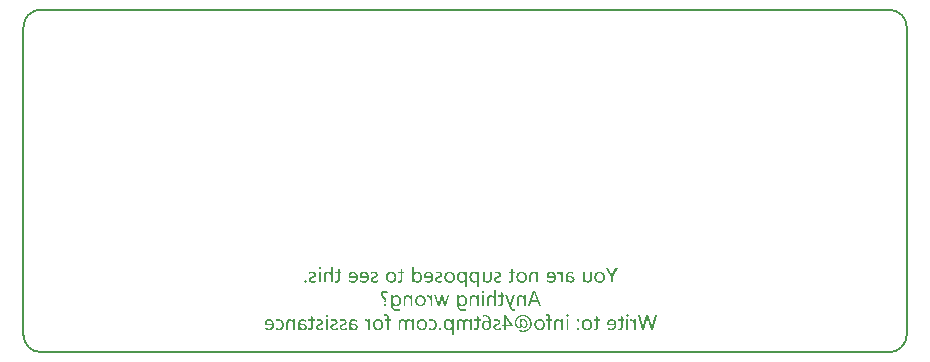
<source format=gbo>
G04*
G04 #@! TF.GenerationSoftware,Altium Limited,Altium Designer,20.0.10 (225)*
G04*
G04 Layer_Color=32896*
%FSLAX44Y44*%
%MOMM*%
G71*
G01*
G75*
%ADD10C,0.2000*%
G36*
X251151Y72176D02*
X251280Y72154D01*
X251516Y72047D01*
X251602Y71983D01*
X251645Y71940D01*
X251688Y71918D01*
X251709Y71897D01*
X251795Y71789D01*
X251860Y71661D01*
X251945Y71446D01*
X251967Y71339D01*
X251988Y71253D01*
Y71210D01*
Y71189D01*
X251967Y71038D01*
X251945Y70910D01*
X251838Y70695D01*
X251795Y70609D01*
X251752Y70545D01*
X251731Y70523D01*
X251709Y70502D01*
X251602Y70416D01*
X251473Y70352D01*
X251259Y70266D01*
X251151Y70244D01*
X251066Y70223D01*
X251001D01*
X250851Y70244D01*
X250701Y70266D01*
X250464Y70373D01*
X250379Y70416D01*
X250314Y70459D01*
X250293Y70480D01*
X250271Y70502D01*
X250164Y70609D01*
X250100Y70738D01*
X250014Y70953D01*
X249992Y71038D01*
X249971Y71124D01*
Y71167D01*
Y71189D01*
X249992Y71339D01*
X250014Y71489D01*
X250121Y71704D01*
X250186Y71789D01*
X250228Y71854D01*
X250250Y71875D01*
X250271Y71897D01*
X250379Y72004D01*
X250507Y72069D01*
X250744Y72154D01*
X250851Y72176D01*
X250937Y72197D01*
X251001D01*
X251151Y72176D01*
D02*
G37*
G36*
X262055Y59040D02*
X260466D01*
Y64127D01*
X260445Y64556D01*
X260359Y64943D01*
X260252Y65286D01*
X260123Y65587D01*
X259994Y65801D01*
X259887Y65973D01*
X259801Y66080D01*
X259779Y66123D01*
X259500Y66381D01*
X259221Y66574D01*
X258942Y66724D01*
X258663Y66810D01*
X258427Y66874D01*
X258234Y66896D01*
X258105Y66917D01*
X258062D01*
X257698Y66896D01*
X257397Y66810D01*
X257118Y66660D01*
X256903Y66488D01*
X256710Y66295D01*
X256539Y66059D01*
X256410Y65801D01*
X256303Y65565D01*
X256217Y65308D01*
X256152Y65050D01*
X256109Y64814D01*
X256066Y64621D01*
Y64449D01*
X256045Y64299D01*
Y64213D01*
Y64192D01*
Y59040D01*
X254457D01*
Y64578D01*
X254500Y65222D01*
X254585Y65780D01*
X254736Y66273D01*
X254929Y66681D01*
X255165Y67046D01*
X255422Y67347D01*
X255702Y67583D01*
X255980Y67776D01*
X256259Y67926D01*
X256539Y68033D01*
X256796Y68119D01*
X257032Y68162D01*
X257225Y68205D01*
X257376Y68227D01*
X257504D01*
X257848Y68205D01*
X258170Y68162D01*
X258470Y68076D01*
X258749Y67969D01*
X259028Y67840D01*
X259264Y67690D01*
X259479Y67540D01*
X259672Y67390D01*
X259844Y67239D01*
X259994Y67089D01*
X260123Y66939D01*
X260230Y66810D01*
X260316Y66703D01*
X260380Y66617D01*
X260402Y66574D01*
X260423Y66553D01*
X260466D01*
Y72348D01*
X262055D01*
Y59040D01*
D02*
G37*
G36*
X463335Y68184D02*
X463914Y68098D01*
X464451Y67969D01*
X464901Y67819D01*
X465094Y67733D01*
X465266Y67647D01*
X465416Y67583D01*
X465545Y67518D01*
X465653Y67476D01*
X465717Y67433D01*
X465760Y67390D01*
X465781D01*
Y65866D01*
X465524Y66059D01*
X465266Y66231D01*
X465009Y66381D01*
X464751Y66510D01*
X464258Y66703D01*
X463807Y66832D01*
X463420Y66896D01*
X463249Y66917D01*
X463120Y66939D01*
X462991Y66960D01*
X462841D01*
X462519Y66939D01*
X462240Y66874D01*
X462004Y66767D01*
X461789Y66617D01*
X461618Y66445D01*
X461467Y66252D01*
X461339Y66059D01*
X461253Y65866D01*
X461102Y65458D01*
X461081Y65265D01*
X461038Y65093D01*
Y64964D01*
X461017Y64836D01*
Y64771D01*
Y64750D01*
X463678Y64363D01*
X464193Y64256D01*
X464665Y64127D01*
X465052Y63934D01*
X465395Y63741D01*
X465695Y63505D01*
X465932Y63269D01*
X466125Y63011D01*
X466297Y62754D01*
X466404Y62496D01*
X466511Y62260D01*
X466576Y62045D01*
X466618Y61852D01*
X466640Y61680D01*
X466661Y61552D01*
Y61466D01*
Y61444D01*
X466618Y61015D01*
X466533Y60650D01*
X466425Y60307D01*
X466275Y60049D01*
X466125Y59813D01*
X466017Y59663D01*
X465932Y59577D01*
X465889Y59534D01*
X465567Y59298D01*
X465245Y59148D01*
X464880Y59019D01*
X464558Y58933D01*
X464258Y58890D01*
X464021Y58869D01*
X463936Y58847D01*
X463807D01*
X463485Y58869D01*
X463163Y58912D01*
X462884Y58998D01*
X462605Y59083D01*
X462133Y59341D01*
X461746Y59641D01*
X461446Y59921D01*
X461339Y60049D01*
X461231Y60178D01*
X461145Y60264D01*
X461102Y60350D01*
X461059Y60393D01*
Y60414D01*
X461017D01*
Y59040D01*
X459428D01*
Y64814D01*
X459471Y65415D01*
X459557Y65952D01*
X459729Y66402D01*
X459943Y66789D01*
X460179Y67111D01*
X460458Y67390D01*
X460759Y67626D01*
X461059Y67797D01*
X461360Y67948D01*
X461660Y68055D01*
X461940Y68119D01*
X462176Y68184D01*
X462390Y68205D01*
X462540Y68227D01*
X462691D01*
X463335Y68184D01*
D02*
G37*
G36*
X499071Y63634D02*
Y59040D01*
X497439D01*
Y63655D01*
X493275Y71618D01*
X495014D01*
X497868Y66038D01*
X498019Y65715D01*
X498126Y65479D01*
X498148Y65372D01*
X498169Y65308D01*
X498190Y65265D01*
Y65243D01*
X498212D01*
X498319Y65501D01*
X498384Y65715D01*
X498448Y65844D01*
X498470Y65952D01*
X498491Y66016D01*
X498512Y66038D01*
Y66059D01*
X501238Y71618D01*
X503106D01*
X499071Y63634D01*
D02*
G37*
G36*
X481385Y62646D02*
Y62303D01*
X481342Y61981D01*
X481256Y61402D01*
X481085Y60886D01*
X480891Y60457D01*
X480634Y60092D01*
X480376Y59770D01*
X480076Y59534D01*
X479775Y59320D01*
X479496Y59169D01*
X479196Y59040D01*
X478938Y58955D01*
X478681Y58912D01*
X478487Y58869D01*
X478316Y58847D01*
X478187D01*
X477844Y58869D01*
X477522Y58912D01*
X477221Y58998D01*
X476964Y59105D01*
X476706Y59212D01*
X476470Y59341D01*
X476277Y59491D01*
X476084Y59641D01*
X475912Y59792D01*
X475783Y59942D01*
X475654Y60071D01*
X475569Y60178D01*
X475483Y60285D01*
X475440Y60371D01*
X475397Y60414D01*
Y60436D01*
X475375D01*
Y59040D01*
X473766D01*
Y68033D01*
X475375D01*
Y62839D01*
X475397Y62432D01*
X475483Y62045D01*
X475569Y61723D01*
X475697Y61444D01*
X475805Y61208D01*
X475912Y61058D01*
X475998Y60951D01*
X476019Y60908D01*
X476277Y60650D01*
X476556Y60457D01*
X476835Y60328D01*
X477092Y60242D01*
X477328Y60178D01*
X477522Y60157D01*
X477650Y60135D01*
X477693D01*
X478058Y60157D01*
X478380Y60264D01*
X478659Y60393D01*
X478917Y60564D01*
X479110Y60779D01*
X479282Y61015D01*
X479432Y61251D01*
X479539Y61509D01*
X479625Y61766D01*
X479689Y62024D01*
X479732Y62238D01*
X479754Y62453D01*
X479775Y62625D01*
X479797Y62775D01*
Y62861D01*
Y62882D01*
Y68033D01*
X481385D01*
Y62646D01*
D02*
G37*
G36*
X414721Y70180D02*
Y68033D01*
X416266D01*
Y66703D01*
X414721D01*
Y61509D01*
X414699Y61037D01*
X414613Y60629D01*
X414506Y60285D01*
X414334Y59963D01*
X414163Y59706D01*
X413970Y59491D01*
X413734Y59320D01*
X413519Y59191D01*
X413304Y59062D01*
X413068Y58998D01*
X412875Y58933D01*
X412682Y58890D01*
X412532Y58869D01*
X412424Y58847D01*
X412317D01*
X411995Y58869D01*
X411716Y58890D01*
X411480Y58933D01*
X411265Y58998D01*
X411115Y59040D01*
X410986Y59083D01*
X410922Y59105D01*
X410900Y59126D01*
Y60436D01*
X411051Y60328D01*
X411222Y60264D01*
X411523Y60178D01*
X411652Y60157D01*
X411759Y60135D01*
X411845D01*
X412081Y60157D01*
X412295Y60199D01*
X412467Y60264D01*
X412596Y60328D01*
X412703Y60393D01*
X412768Y60457D01*
X412811Y60500D01*
X412832Y60521D01*
X412939Y60693D01*
X413004Y60886D01*
X413090Y61294D01*
X413111Y61487D01*
X413133Y61638D01*
Y61745D01*
Y61788D01*
Y66703D01*
X410900D01*
Y68033D01*
X413133D01*
Y70695D01*
X414721Y70180D01*
D02*
G37*
G36*
X396563Y62646D02*
Y62303D01*
X396520Y61981D01*
X396434Y61402D01*
X396263Y60886D01*
X396069Y60457D01*
X395812Y60092D01*
X395554Y59770D01*
X395254Y59534D01*
X394953Y59320D01*
X394674Y59169D01*
X394374Y59040D01*
X394116Y58955D01*
X393859Y58912D01*
X393666Y58869D01*
X393494Y58847D01*
X393365D01*
X393022Y58869D01*
X392700Y58912D01*
X392399Y58998D01*
X392142Y59105D01*
X391884Y59212D01*
X391648Y59341D01*
X391455Y59491D01*
X391262Y59641D01*
X391090Y59792D01*
X390961Y59942D01*
X390832Y60071D01*
X390747Y60178D01*
X390661Y60285D01*
X390618Y60371D01*
X390575Y60414D01*
Y60436D01*
X390554D01*
Y59040D01*
X388944D01*
Y68033D01*
X390554D01*
Y62839D01*
X390575Y62432D01*
X390661Y62045D01*
X390747Y61723D01*
X390876Y61444D01*
X390983Y61208D01*
X391090Y61058D01*
X391176Y60951D01*
X391197Y60908D01*
X391455Y60650D01*
X391734Y60457D01*
X392013Y60328D01*
X392271Y60242D01*
X392507Y60178D01*
X392700Y60157D01*
X392829Y60135D01*
X392872D01*
X393236Y60157D01*
X393558Y60264D01*
X393837Y60393D01*
X394095Y60564D01*
X394288Y60779D01*
X394460Y61015D01*
X394610Y61251D01*
X394717Y61509D01*
X394803Y61766D01*
X394868Y62024D01*
X394911Y62238D01*
X394932Y62453D01*
X394953Y62625D01*
X394975Y62775D01*
Y62861D01*
Y62882D01*
Y68033D01*
X396563D01*
Y62646D01*
D02*
G37*
G36*
X321013Y70180D02*
Y68033D01*
X322559D01*
Y66703D01*
X321013D01*
Y61509D01*
X320992Y61037D01*
X320906Y60629D01*
X320799Y60285D01*
X320627Y59963D01*
X320455Y59706D01*
X320262Y59491D01*
X320026Y59320D01*
X319811Y59191D01*
X319597Y59062D01*
X319361Y58998D01*
X319168Y58933D01*
X318974Y58890D01*
X318824Y58869D01*
X318717Y58847D01*
X318610D01*
X318288Y58869D01*
X318009Y58890D01*
X317773Y58933D01*
X317558Y58998D01*
X317408Y59040D01*
X317279Y59083D01*
X317215Y59105D01*
X317193Y59126D01*
Y60436D01*
X317343Y60328D01*
X317515Y60264D01*
X317815Y60178D01*
X317944Y60157D01*
X318051Y60135D01*
X318137D01*
X318374Y60157D01*
X318588Y60199D01*
X318760Y60264D01*
X318889Y60328D01*
X318996Y60393D01*
X319060Y60457D01*
X319103Y60500D01*
X319125Y60521D01*
X319232Y60693D01*
X319296Y60886D01*
X319382Y61294D01*
X319404Y61487D01*
X319425Y61638D01*
Y61745D01*
Y61788D01*
Y66703D01*
X317193D01*
Y68033D01*
X319425D01*
Y70695D01*
X321013Y70180D01*
D02*
G37*
G36*
X267764D02*
Y68033D01*
X269309D01*
Y66703D01*
X267764D01*
Y61509D01*
X267742Y61037D01*
X267656Y60629D01*
X267549Y60285D01*
X267377Y59963D01*
X267206Y59706D01*
X267013Y59491D01*
X266776Y59320D01*
X266562Y59191D01*
X266347Y59062D01*
X266111Y58998D01*
X265918Y58933D01*
X265725Y58890D01*
X265574Y58869D01*
X265467Y58847D01*
X265360D01*
X265038Y58869D01*
X264759Y58890D01*
X264523Y58933D01*
X264308Y58998D01*
X264158Y59040D01*
X264029Y59083D01*
X263965Y59105D01*
X263943Y59126D01*
Y60436D01*
X264093Y60328D01*
X264265Y60264D01*
X264566Y60178D01*
X264694Y60157D01*
X264802Y60135D01*
X264888D01*
X265124Y60157D01*
X265338Y60199D01*
X265510Y60264D01*
X265639Y60328D01*
X265746Y60393D01*
X265811Y60457D01*
X265854Y60500D01*
X265875Y60521D01*
X265982Y60693D01*
X266047Y60886D01*
X266133Y61294D01*
X266154Y61487D01*
X266175Y61638D01*
Y61745D01*
Y61788D01*
Y66703D01*
X263943D01*
Y68033D01*
X266175D01*
Y70695D01*
X267764Y70180D01*
D02*
G37*
G36*
X447173Y68205D02*
X447495Y68162D01*
X447795Y68098D01*
X448074Y68012D01*
X448568Y67797D01*
X449019Y67561D01*
X449190Y67433D01*
X449362Y67304D01*
X449491Y67196D01*
X449620Y67089D01*
X449706Y67003D01*
X449770Y66939D01*
X449813Y66896D01*
X449834Y66874D01*
X450049Y66617D01*
X450221Y66338D01*
X450392Y66059D01*
X450521Y65780D01*
X450736Y65222D01*
X450886Y64685D01*
X450929Y64428D01*
X450972Y64213D01*
X450993Y63998D01*
X451015Y63827D01*
X451036Y63677D01*
Y63569D01*
Y63505D01*
Y63483D01*
X451015Y63076D01*
X450993Y62711D01*
X450929Y62346D01*
X450865Y62024D01*
X450779Y61723D01*
X450693Y61444D01*
X450586Y61187D01*
X450478Y60951D01*
X450392Y60758D01*
X450285Y60564D01*
X450199Y60414D01*
X450113Y60307D01*
X450049Y60199D01*
X449985Y60135D01*
X449963Y60092D01*
X449942Y60071D01*
X449727Y59856D01*
X449491Y59663D01*
X449255Y59513D01*
X448997Y59363D01*
X448740Y59255D01*
X448504Y59148D01*
X448010Y58998D01*
X447559Y58912D01*
X447388Y58890D01*
X447216Y58869D01*
X447087Y58847D01*
X446894D01*
X446207Y58890D01*
X445585Y58976D01*
X445306Y59040D01*
X445048Y59105D01*
X444812Y59169D01*
X444597Y59255D01*
X444404Y59341D01*
X444232Y59405D01*
X444104Y59470D01*
X443975Y59534D01*
X443889Y59599D01*
X443825Y59620D01*
X443782Y59663D01*
X443760D01*
Y61080D01*
X443996Y60908D01*
X444232Y60758D01*
X444726Y60521D01*
X445177Y60350D01*
X445606Y60242D01*
X445971Y60157D01*
X446143Y60135D01*
X446272D01*
X446379Y60114D01*
X446529D01*
X447001Y60157D01*
X447409Y60242D01*
X447774Y60350D01*
X448074Y60500D01*
X448311Y60650D01*
X448482Y60758D01*
X448568Y60843D01*
X448611Y60886D01*
X448868Y61208D01*
X449062Y61573D01*
X449190Y61938D01*
X449298Y62303D01*
X449341Y62625D01*
X449362Y62754D01*
X449384Y62882D01*
X449405Y62990D01*
Y63054D01*
Y63097D01*
Y63119D01*
X443116D01*
Y63934D01*
Y64299D01*
X443159Y64664D01*
X443202Y64986D01*
X443267Y65286D01*
X443353Y65565D01*
X443438Y65823D01*
X443524Y66059D01*
X443610Y66274D01*
X443696Y66467D01*
X443782Y66638D01*
X443868Y66767D01*
X443954Y66874D01*
X444018Y66982D01*
X444061Y67046D01*
X444082Y67068D01*
X444104Y67089D01*
X444297Y67282D01*
X444511Y67476D01*
X444726Y67626D01*
X444941Y67755D01*
X445413Y67948D01*
X445842Y68076D01*
X446250Y68162D01*
X446422Y68184D01*
X446550Y68205D01*
X446679Y68227D01*
X446851D01*
X447173Y68205D01*
D02*
G37*
G36*
X343270Y68205D02*
X343592Y68162D01*
X343893Y68098D01*
X344172Y68012D01*
X344666Y67797D01*
X345116Y67561D01*
X345288Y67432D01*
X345460Y67304D01*
X345588Y67196D01*
X345717Y67089D01*
X345803Y67003D01*
X345868Y66939D01*
X345910Y66896D01*
X345932Y66874D01*
X346147Y66617D01*
X346318Y66338D01*
X346490Y66059D01*
X346619Y65780D01*
X346833Y65222D01*
X346984Y64685D01*
X347027Y64428D01*
X347070Y64213D01*
X347091Y63998D01*
X347112Y63827D01*
X347134Y63677D01*
Y63569D01*
Y63505D01*
Y63483D01*
X347112Y63075D01*
X347091Y62711D01*
X347027Y62346D01*
X346962Y62024D01*
X346876Y61723D01*
X346791Y61444D01*
X346683Y61187D01*
X346576Y60951D01*
X346490Y60757D01*
X346383Y60564D01*
X346297Y60414D01*
X346211Y60307D01*
X346147Y60199D01*
X346082Y60135D01*
X346061Y60092D01*
X346039Y60071D01*
X345825Y59856D01*
X345588Y59663D01*
X345352Y59513D01*
X345095Y59362D01*
X344837Y59255D01*
X344601Y59148D01*
X344108Y58998D01*
X343657Y58912D01*
X343485Y58890D01*
X343313Y58869D01*
X343185Y58847D01*
X342991D01*
X342305Y58890D01*
X341682Y58976D01*
X341403Y59040D01*
X341146Y59105D01*
X340910Y59169D01*
X340695Y59255D01*
X340502Y59341D01*
X340330Y59405D01*
X340201Y59470D01*
X340073Y59534D01*
X339987Y59598D01*
X339922Y59620D01*
X339879Y59663D01*
X339858D01*
Y61080D01*
X340094Y60908D01*
X340330Y60757D01*
X340824Y60521D01*
X341274Y60350D01*
X341704Y60242D01*
X342069Y60157D01*
X342240Y60135D01*
X342369D01*
X342476Y60114D01*
X342627D01*
X343099Y60157D01*
X343507Y60242D01*
X343871Y60350D01*
X344172Y60500D01*
X344408Y60650D01*
X344580Y60757D01*
X344666Y60843D01*
X344709Y60886D01*
X344966Y61208D01*
X345159Y61573D01*
X345288Y61938D01*
X345395Y62303D01*
X345438Y62625D01*
X345460Y62754D01*
X345481Y62882D01*
X345503Y62990D01*
Y63054D01*
Y63097D01*
Y63119D01*
X339214D01*
Y63934D01*
Y64299D01*
X339257Y64664D01*
X339300Y64986D01*
X339364Y65286D01*
X339450Y65565D01*
X339536Y65823D01*
X339622Y66059D01*
X339708Y66273D01*
X339794Y66467D01*
X339879Y66638D01*
X339965Y66767D01*
X340051Y66874D01*
X340116Y66982D01*
X340158Y67046D01*
X340180Y67068D01*
X340201Y67089D01*
X340395Y67282D01*
X340609Y67476D01*
X340824Y67626D01*
X341038Y67755D01*
X341511Y67948D01*
X341940Y68076D01*
X342348Y68162D01*
X342519Y68184D01*
X342648Y68205D01*
X342777Y68227D01*
X342949D01*
X343270Y68205D01*
D02*
G37*
G36*
X288819D02*
X289141Y68162D01*
X289441Y68098D01*
X289720Y68012D01*
X290214Y67797D01*
X290665Y67561D01*
X290836Y67432D01*
X291008Y67304D01*
X291137Y67196D01*
X291266Y67089D01*
X291352Y67003D01*
X291416Y66939D01*
X291459Y66896D01*
X291480Y66874D01*
X291695Y66617D01*
X291867Y66338D01*
X292038Y66059D01*
X292167Y65780D01*
X292382Y65222D01*
X292532Y64685D01*
X292575Y64428D01*
X292618Y64213D01*
X292639Y63998D01*
X292661Y63827D01*
X292682Y63677D01*
Y63569D01*
Y63505D01*
Y63483D01*
X292661Y63075D01*
X292639Y62711D01*
X292575Y62346D01*
X292511Y62024D01*
X292425Y61723D01*
X292339Y61444D01*
X292232Y61187D01*
X292124Y60951D01*
X292038Y60757D01*
X291931Y60564D01*
X291845Y60414D01*
X291759Y60307D01*
X291695Y60199D01*
X291631Y60135D01*
X291609Y60092D01*
X291588Y60071D01*
X291373Y59856D01*
X291137Y59663D01*
X290901Y59513D01*
X290643Y59362D01*
X290386Y59255D01*
X290150Y59148D01*
X289656Y58998D01*
X289205Y58912D01*
X289034Y58890D01*
X288862Y58869D01*
X288733Y58847D01*
X288540D01*
X287853Y58890D01*
X287231Y58976D01*
X286952Y59040D01*
X286694Y59105D01*
X286458Y59169D01*
X286243Y59255D01*
X286050Y59341D01*
X285879Y59405D01*
X285750Y59470D01*
X285621Y59534D01*
X285535Y59598D01*
X285471Y59620D01*
X285428Y59663D01*
X285406D01*
Y61080D01*
X285642Y60908D01*
X285879Y60757D01*
X286372Y60521D01*
X286823Y60350D01*
X287252Y60242D01*
X287617Y60157D01*
X287789Y60135D01*
X287917D01*
X288025Y60114D01*
X288175D01*
X288647Y60157D01*
X289055Y60242D01*
X289420Y60350D01*
X289720Y60500D01*
X289956Y60650D01*
X290128Y60757D01*
X290214Y60843D01*
X290257Y60886D01*
X290515Y61208D01*
X290708Y61573D01*
X290836Y61938D01*
X290944Y62303D01*
X290987Y62625D01*
X291008Y62754D01*
X291030Y62882D01*
X291051Y62990D01*
Y63054D01*
Y63097D01*
Y63119D01*
X284762D01*
Y63934D01*
Y64299D01*
X284805Y64664D01*
X284848Y64986D01*
X284913Y65286D01*
X284998Y65565D01*
X285084Y65823D01*
X285170Y66059D01*
X285256Y66273D01*
X285342Y66467D01*
X285428Y66638D01*
X285514Y66767D01*
X285599Y66874D01*
X285664Y66982D01*
X285707Y67046D01*
X285728Y67068D01*
X285750Y67089D01*
X285943Y67282D01*
X286157Y67476D01*
X286372Y67626D01*
X286587Y67755D01*
X287059Y67948D01*
X287488Y68076D01*
X287896Y68162D01*
X288068Y68184D01*
X288197Y68205D01*
X288325Y68227D01*
X288497D01*
X288819Y68205D01*
D02*
G37*
G36*
X279375D02*
X279697Y68162D01*
X279998Y68098D01*
X280277Y68012D01*
X280770Y67797D01*
X281221Y67561D01*
X281393Y67432D01*
X281564Y67304D01*
X281693Y67196D01*
X281822Y67089D01*
X281908Y67003D01*
X281972Y66939D01*
X282015Y66896D01*
X282037Y66874D01*
X282251Y66617D01*
X282423Y66338D01*
X282595Y66059D01*
X282723Y65780D01*
X282938Y65222D01*
X283088Y64685D01*
X283131Y64428D01*
X283174Y64213D01*
X283196Y63998D01*
X283217Y63827D01*
X283239Y63677D01*
Y63569D01*
Y63505D01*
Y63483D01*
X283217Y63075D01*
X283196Y62711D01*
X283131Y62346D01*
X283067Y62024D01*
X282981Y61723D01*
X282895Y61444D01*
X282788Y61187D01*
X282680Y60951D01*
X282595Y60757D01*
X282487Y60564D01*
X282402Y60414D01*
X282316Y60307D01*
X282251Y60199D01*
X282187Y60135D01*
X282165Y60092D01*
X282144Y60071D01*
X281929Y59856D01*
X281693Y59663D01*
X281457Y59513D01*
X281199Y59362D01*
X280942Y59255D01*
X280706Y59148D01*
X280212Y58998D01*
X279762Y58912D01*
X279590Y58890D01*
X279418Y58869D01*
X279289Y58847D01*
X279096D01*
X278409Y58890D01*
X277787Y58976D01*
X277508Y59040D01*
X277250Y59105D01*
X277014Y59169D01*
X276800Y59255D01*
X276607Y59341D01*
X276435Y59405D01*
X276306Y59470D01*
X276177Y59534D01*
X276091Y59598D01*
X276027Y59620D01*
X275984Y59663D01*
X275963D01*
Y61080D01*
X276199Y60908D01*
X276435Y60757D01*
X276928Y60521D01*
X277379Y60350D01*
X277808Y60242D01*
X278173Y60157D01*
X278345Y60135D01*
X278474D01*
X278581Y60114D01*
X278731D01*
X279203Y60157D01*
X279611Y60242D01*
X279976Y60350D01*
X280277Y60500D01*
X280513Y60650D01*
X280684Y60757D01*
X280770Y60843D01*
X280813Y60886D01*
X281071Y61208D01*
X281264Y61573D01*
X281393Y61938D01*
X281500Y62303D01*
X281543Y62625D01*
X281564Y62754D01*
X281586Y62882D01*
X281607Y62990D01*
Y63054D01*
Y63097D01*
Y63119D01*
X275319D01*
Y63934D01*
Y64299D01*
X275362Y64664D01*
X275404Y64986D01*
X275469Y65286D01*
X275555Y65565D01*
X275641Y65823D01*
X275727Y66059D01*
X275812Y66273D01*
X275898Y66467D01*
X275984Y66638D01*
X276070Y66767D01*
X276156Y66874D01*
X276220Y66982D01*
X276263Y67046D01*
X276285Y67068D01*
X276306Y67089D01*
X276499Y67282D01*
X276714Y67476D01*
X276928Y67626D01*
X277143Y67755D01*
X277615Y67948D01*
X278044Y68076D01*
X278452Y68162D01*
X278624Y68184D01*
X278753Y68205D01*
X278881Y68227D01*
X279053D01*
X279375Y68205D01*
D02*
G37*
G36*
X453118Y68162D02*
X453397Y68098D01*
X453655Y67991D01*
X453891Y67883D01*
X454105Y67712D01*
X454299Y67561D01*
X454621Y67196D01*
X454857Y66810D01*
X454943Y66660D01*
X455028Y66510D01*
X455093Y66381D01*
X455114Y66274D01*
X455157Y66209D01*
Y66188D01*
X455200D01*
Y68033D01*
X456788D01*
Y59040D01*
X455200D01*
Y63591D01*
X455179Y64106D01*
X455114Y64535D01*
X455007Y64943D01*
X454900Y65265D01*
X454792Y65522D01*
X454685Y65715D01*
X454621Y65823D01*
X454599Y65866D01*
X454363Y66145D01*
X454105Y66359D01*
X453848Y66510D01*
X453612Y66617D01*
X453397Y66681D01*
X453226Y66703D01*
X453118Y66724D01*
X453075D01*
X452818Y66703D01*
X452603Y66681D01*
X452410Y66638D01*
X452260Y66596D01*
X452131Y66531D01*
X452024Y66488D01*
X451981Y66467D01*
X451959Y66445D01*
Y68055D01*
X452088Y68098D01*
X452217Y68141D01*
X452496Y68162D01*
X452625Y68184D01*
X452818D01*
X453118Y68162D01*
D02*
G37*
G36*
X431827Y68205D02*
X432170Y68162D01*
X432471Y68076D01*
X432750Y67969D01*
X433029Y67840D01*
X433265Y67690D01*
X433479Y67540D01*
X433673Y67390D01*
X433844Y67218D01*
X433995Y67068D01*
X434123Y66917D01*
X434231Y66789D01*
X434317Y66681D01*
X434381Y66596D01*
X434402Y66553D01*
X434424Y66531D01*
X434467D01*
Y68033D01*
X436055D01*
Y59040D01*
X434467D01*
Y64170D01*
X434445Y64599D01*
X434360Y64964D01*
X434252Y65308D01*
X434123Y65587D01*
X434016Y65823D01*
X433909Y65995D01*
X433823Y66080D01*
X433801Y66123D01*
X433522Y66381D01*
X433243Y66574D01*
X432943Y66724D01*
X432664Y66810D01*
X432428Y66874D01*
X432235Y66896D01*
X432106Y66917D01*
X432063D01*
X431698Y66896D01*
X431398Y66789D01*
X431119Y66660D01*
X430904Y66488D01*
X430711Y66274D01*
X430539Y66038D01*
X430410Y65801D01*
X430303Y65544D01*
X430217Y65286D01*
X430153Y65029D01*
X430110Y64793D01*
X430067Y64578D01*
Y64406D01*
X430045Y64278D01*
Y64170D01*
Y64149D01*
Y59040D01*
X428457D01*
Y64535D01*
X428500Y65179D01*
X428586Y65715D01*
X428693Y66188D01*
X428843Y66596D01*
X428994Y66896D01*
X429058Y67003D01*
X429101Y67111D01*
X429165Y67175D01*
X429187Y67239D01*
X429230Y67282D01*
X429380Y67454D01*
X429552Y67604D01*
X429917Y67819D01*
X430281Y67991D01*
X430646Y68119D01*
X430968Y68184D01*
X431119Y68205D01*
X431247D01*
X431333Y68227D01*
X431483D01*
X431827Y68205D01*
D02*
G37*
G36*
X251817Y59040D02*
X250207D01*
Y68033D01*
X251817D01*
Y59040D01*
D02*
G37*
G36*
X488146Y68205D02*
X488511Y68162D01*
X488854Y68098D01*
X489176Y68033D01*
X489477Y67926D01*
X489756Y67819D01*
X490013Y67712D01*
X490249Y67583D01*
X490442Y67454D01*
X490614Y67347D01*
X490764Y67239D01*
X490893Y67132D01*
X491000Y67068D01*
X491065Y67003D01*
X491108Y66960D01*
X491129Y66939D01*
X491344Y66681D01*
X491537Y66424D01*
X491709Y66145D01*
X491837Y65844D01*
X491966Y65544D01*
X492074Y65265D01*
X492224Y64707D01*
X492267Y64428D01*
X492310Y64192D01*
X492331Y63977D01*
X492352Y63784D01*
X492374Y63634D01*
Y63526D01*
Y63440D01*
Y63419D01*
X492352Y63033D01*
X492331Y62689D01*
X492181Y62024D01*
X492095Y61745D01*
X491988Y61466D01*
X491880Y61208D01*
X491773Y60994D01*
X491666Y60779D01*
X491558Y60607D01*
X491451Y60457D01*
X491365Y60328D01*
X491279Y60221D01*
X491215Y60157D01*
X491194Y60114D01*
X491172Y60092D01*
X490936Y59878D01*
X490678Y59684D01*
X490421Y59513D01*
X490163Y59384D01*
X489884Y59255D01*
X489627Y59148D01*
X489112Y58998D01*
X488876Y58955D01*
X488661Y58912D01*
X488446Y58890D01*
X488296Y58869D01*
X488146Y58847D01*
X487953D01*
X487566Y58869D01*
X487223Y58912D01*
X486880Y58976D01*
X486579Y59040D01*
X486278Y59148D01*
X485999Y59255D01*
X485763Y59363D01*
X485527Y59491D01*
X485334Y59620D01*
X485162Y59727D01*
X485012Y59835D01*
X484883Y59942D01*
X484798Y60006D01*
X484733Y60071D01*
X484690Y60114D01*
X484669Y60135D01*
X484454Y60393D01*
X484261Y60650D01*
X484089Y60929D01*
X483939Y61230D01*
X483832Y61509D01*
X483724Y61788D01*
X483574Y62346D01*
X483531Y62603D01*
X483488Y62818D01*
X483467Y63033D01*
X483445Y63226D01*
X483424Y63355D01*
Y63483D01*
Y63548D01*
Y63569D01*
X483445Y63977D01*
X483467Y64342D01*
X483531Y64707D01*
X483596Y65029D01*
X483681Y65329D01*
X483789Y65608D01*
X483896Y65866D01*
X484003Y66102D01*
X484111Y66295D01*
X484218Y66488D01*
X484304Y66638D01*
X484411Y66767D01*
X484476Y66853D01*
X484540Y66917D01*
X484562Y66960D01*
X484583Y66982D01*
X484819Y67196D01*
X485055Y67390D01*
X485313Y67561D01*
X485570Y67712D01*
X485828Y67819D01*
X486107Y67926D01*
X486600Y68076D01*
X486837Y68119D01*
X487051Y68162D01*
X487266Y68184D01*
X487416Y68205D01*
X487566Y68227D01*
X487760D01*
X488146Y68205D01*
D02*
G37*
G36*
X422169D02*
X422533Y68162D01*
X422877Y68098D01*
X423199Y68033D01*
X423499Y67926D01*
X423778Y67819D01*
X424036Y67712D01*
X424272Y67583D01*
X424465Y67454D01*
X424637Y67347D01*
X424787Y67239D01*
X424916Y67132D01*
X425023Y67068D01*
X425088Y67003D01*
X425130Y66960D01*
X425152Y66939D01*
X425367Y66681D01*
X425560Y66424D01*
X425731Y66145D01*
X425860Y65844D01*
X425989Y65544D01*
X426096Y65265D01*
X426246Y64707D01*
X426289Y64428D01*
X426332Y64192D01*
X426354Y63977D01*
X426375Y63784D01*
X426397Y63634D01*
Y63526D01*
Y63440D01*
Y63419D01*
X426375Y63033D01*
X426354Y62689D01*
X426204Y62024D01*
X426118Y61745D01*
X426010Y61466D01*
X425903Y61208D01*
X425796Y60994D01*
X425689Y60779D01*
X425581Y60607D01*
X425474Y60457D01*
X425388Y60328D01*
X425302Y60221D01*
X425238Y60157D01*
X425216Y60114D01*
X425195Y60092D01*
X424959Y59878D01*
X424701Y59684D01*
X424444Y59513D01*
X424186Y59384D01*
X423907Y59255D01*
X423649Y59148D01*
X423134Y58998D01*
X422898Y58955D01*
X422684Y58912D01*
X422469Y58890D01*
X422319Y58869D01*
X422169Y58847D01*
X421975D01*
X421589Y58869D01*
X421246Y58912D01*
X420902Y58976D01*
X420602Y59040D01*
X420301Y59148D01*
X420022Y59255D01*
X419786Y59363D01*
X419550Y59491D01*
X419357Y59620D01*
X419185Y59727D01*
X419035Y59835D01*
X418906Y59942D01*
X418820Y60006D01*
X418756Y60071D01*
X418713Y60114D01*
X418691Y60135D01*
X418477Y60393D01*
X418284Y60650D01*
X418112Y60929D01*
X417962Y61230D01*
X417854Y61509D01*
X417747Y61788D01*
X417597Y62346D01*
X417554Y62603D01*
X417511Y62818D01*
X417490Y63033D01*
X417468Y63226D01*
X417447Y63355D01*
Y63483D01*
Y63548D01*
Y63569D01*
X417468Y63977D01*
X417490Y64342D01*
X417554Y64707D01*
X417618Y65029D01*
X417704Y65329D01*
X417812Y65608D01*
X417919Y65866D01*
X418026Y66102D01*
X418134Y66295D01*
X418241Y66488D01*
X418327Y66638D01*
X418434Y66767D01*
X418498Y66853D01*
X418563Y66917D01*
X418584Y66960D01*
X418606Y66982D01*
X418842Y67196D01*
X419078Y67390D01*
X419335Y67561D01*
X419593Y67712D01*
X419851Y67819D01*
X420130Y67926D01*
X420623Y68076D01*
X420859Y68119D01*
X421074Y68162D01*
X421288Y68184D01*
X421439Y68205D01*
X421589Y68227D01*
X421782D01*
X422169Y68205D01*
D02*
G37*
G36*
X401607D02*
X402079Y68119D01*
X402508Y67991D01*
X402873Y67862D01*
X403152Y67733D01*
X403388Y67604D01*
X403453Y67561D01*
X403517Y67518D01*
X403539Y67497D01*
X403560D01*
X403732Y67368D01*
X403882Y67218D01*
X404140Y66896D01*
X404311Y66596D01*
X404440Y66295D01*
X404505Y66016D01*
X404547Y65801D01*
X404569Y65715D01*
Y65651D01*
Y65630D01*
Y65608D01*
X404547Y65308D01*
X404505Y65029D01*
X404440Y64793D01*
X404354Y64578D01*
X404268Y64406D01*
X404204Y64278D01*
X404161Y64192D01*
X404140Y64170D01*
X404032Y64063D01*
X403925Y63955D01*
X403646Y63741D01*
X403324Y63548D01*
X403002Y63355D01*
X402680Y63204D01*
X402423Y63097D01*
X402337Y63054D01*
X402251Y63011D01*
X402208Y62990D01*
X402187D01*
X401757Y62818D01*
X401392Y62668D01*
X401113Y62517D01*
X400899Y62410D01*
X400727Y62303D01*
X400620Y62238D01*
X400555Y62196D01*
X400534Y62174D01*
X400405Y62045D01*
X400298Y61895D01*
X400233Y61766D01*
X400169Y61616D01*
X400148Y61509D01*
X400126Y61402D01*
Y61337D01*
Y61316D01*
X400148Y61101D01*
X400212Y60929D01*
X400298Y60758D01*
X400426Y60629D01*
X400555Y60500D01*
X400705Y60414D01*
X401049Y60264D01*
X401392Y60178D01*
X401564Y60157D01*
X401693Y60135D01*
X401822Y60114D01*
X401993D01*
X402508Y60157D01*
X402981Y60242D01*
X403431Y60393D01*
X403818Y60543D01*
X404140Y60693D01*
X404268Y60779D01*
X404376Y60843D01*
X404462Y60886D01*
X404526Y60929D01*
X404569Y60972D01*
X404590D01*
Y59341D01*
X404183Y59169D01*
X403753Y59062D01*
X403345Y58976D01*
X402981Y58912D01*
X402637Y58869D01*
X402508D01*
X402380Y58847D01*
X402144D01*
X401564Y58869D01*
X401049Y58955D01*
X400598Y59062D01*
X400233Y59191D01*
X399933Y59320D01*
X399697Y59427D01*
X399632Y59470D01*
X399568Y59513D01*
X399547Y59534D01*
X399525D01*
X399353Y59663D01*
X399182Y59813D01*
X398946Y60135D01*
X398752Y60457D01*
X398645Y60779D01*
X398559Y61058D01*
X398538Y61273D01*
X398516Y61358D01*
Y61423D01*
Y61466D01*
Y61487D01*
X398538Y61809D01*
X398602Y62088D01*
X398688Y62346D01*
X398774Y62561D01*
X398881Y62732D01*
X398967Y62861D01*
X399031Y62947D01*
X399053Y62968D01*
X399160Y63076D01*
X399289Y63183D01*
X399589Y63397D01*
X399911Y63591D01*
X400255Y63784D01*
X400577Y63913D01*
X400834Y64041D01*
X400920Y64063D01*
X401006Y64106D01*
X401049Y64127D01*
X401070D01*
X401478Y64299D01*
X401800Y64449D01*
X402079Y64578D01*
X402294Y64685D01*
X402444Y64771D01*
X402530Y64857D01*
X402594Y64879D01*
X402616Y64900D01*
X402723Y65029D01*
X402809Y65157D01*
X402873Y65308D01*
X402916Y65437D01*
X402938Y65544D01*
X402959Y65651D01*
Y65715D01*
Y65737D01*
X402938Y65930D01*
X402895Y66102D01*
X402809Y66252D01*
X402723Y66381D01*
X402637Y66488D01*
X402551Y66553D01*
X402508Y66596D01*
X402487Y66617D01*
X402294Y66724D01*
X402079Y66810D01*
X401865Y66874D01*
X401671Y66917D01*
X401500Y66939D01*
X401349Y66960D01*
X401221D01*
X400748Y66939D01*
X400341Y66853D01*
X399954Y66746D01*
X399611Y66638D01*
X399332Y66510D01*
X399117Y66402D01*
X398988Y66316D01*
X398967Y66295D01*
X398946D01*
Y67840D01*
X399310Y67969D01*
X399697Y68055D01*
X400062Y68141D01*
X400384Y68184D01*
X400663Y68205D01*
X400877Y68227D01*
X401070D01*
X401607Y68205D01*
D02*
G37*
G36*
X361192Y68205D02*
X361557Y68162D01*
X361900Y68098D01*
X362222Y68033D01*
X362523Y67926D01*
X362802Y67819D01*
X363059Y67712D01*
X363296Y67583D01*
X363489Y67454D01*
X363660Y67347D01*
X363811Y67239D01*
X363939Y67132D01*
X364047Y67068D01*
X364111Y67003D01*
X364154Y66960D01*
X364175Y66939D01*
X364390Y66681D01*
X364583Y66424D01*
X364755Y66145D01*
X364884Y65844D01*
X365013Y65544D01*
X365120Y65265D01*
X365270Y64707D01*
X365313Y64428D01*
X365356Y64192D01*
X365377Y63977D01*
X365399Y63784D01*
X365420Y63634D01*
Y63526D01*
Y63440D01*
Y63419D01*
X365399Y63033D01*
X365377Y62689D01*
X365227Y62024D01*
X365141Y61745D01*
X365034Y61466D01*
X364927Y61208D01*
X364819Y60994D01*
X364712Y60779D01*
X364605Y60607D01*
X364497Y60457D01*
X364412Y60328D01*
X364326Y60221D01*
X364261Y60157D01*
X364240Y60114D01*
X364218Y60092D01*
X363982Y59878D01*
X363725Y59684D01*
X363467Y59513D01*
X363210Y59384D01*
X362931Y59255D01*
X362673Y59148D01*
X362158Y58998D01*
X361922Y58955D01*
X361707Y58912D01*
X361493Y58890D01*
X361342Y58869D01*
X361192Y58847D01*
X360999D01*
X360613Y58869D01*
X360269Y58912D01*
X359926Y58976D01*
X359625Y59040D01*
X359325Y59148D01*
X359046Y59255D01*
X358810Y59362D01*
X358574Y59491D01*
X358381Y59620D01*
X358209Y59727D01*
X358059Y59835D01*
X357930Y59942D01*
X357844Y60006D01*
X357780Y60071D01*
X357737Y60114D01*
X357715Y60135D01*
X357500Y60393D01*
X357307Y60650D01*
X357136Y60929D01*
X356985Y61230D01*
X356878Y61509D01*
X356771Y61788D01*
X356620Y62346D01*
X356578Y62603D01*
X356535Y62818D01*
X356513Y63033D01*
X356492Y63226D01*
X356470Y63355D01*
Y63483D01*
Y63548D01*
Y63569D01*
X356492Y63977D01*
X356513Y64342D01*
X356578Y64707D01*
X356642Y65029D01*
X356728Y65329D01*
X356835Y65608D01*
X356942Y65866D01*
X357050Y66102D01*
X357157Y66295D01*
X357264Y66488D01*
X357350Y66638D01*
X357458Y66767D01*
X357522Y66853D01*
X357586Y66917D01*
X357608Y66960D01*
X357629Y66982D01*
X357865Y67196D01*
X358102Y67390D01*
X358359Y67561D01*
X358617Y67712D01*
X358874Y67819D01*
X359153Y67926D01*
X359647Y68076D01*
X359883Y68119D01*
X360098Y68162D01*
X360312Y68184D01*
X360462Y68205D01*
X360613Y68227D01*
X360806D01*
X361192Y68205D01*
D02*
G37*
G36*
X351770D02*
X352242Y68119D01*
X352671Y67991D01*
X353036Y67862D01*
X353315Y67733D01*
X353551Y67604D01*
X353616Y67561D01*
X353680Y67518D01*
X353702Y67497D01*
X353723D01*
X353895Y67368D01*
X354045Y67218D01*
X354302Y66896D01*
X354474Y66596D01*
X354603Y66295D01*
X354667Y66016D01*
X354710Y65801D01*
X354732Y65715D01*
Y65651D01*
Y65630D01*
Y65608D01*
X354710Y65308D01*
X354667Y65029D01*
X354603Y64793D01*
X354517Y64578D01*
X354431Y64406D01*
X354367Y64278D01*
X354324Y64192D01*
X354302Y64170D01*
X354195Y64063D01*
X354088Y63955D01*
X353809Y63741D01*
X353487Y63548D01*
X353165Y63355D01*
X352843Y63204D01*
X352585Y63097D01*
X352500Y63054D01*
X352414Y63011D01*
X352371Y62990D01*
X352349D01*
X351920Y62818D01*
X351555Y62668D01*
X351276Y62517D01*
X351062Y62410D01*
X350890Y62303D01*
X350783Y62238D01*
X350718Y62196D01*
X350697Y62174D01*
X350568Y62045D01*
X350461Y61895D01*
X350396Y61766D01*
X350332Y61616D01*
X350310Y61509D01*
X350289Y61401D01*
Y61337D01*
Y61316D01*
X350310Y61101D01*
X350375Y60929D01*
X350461Y60757D01*
X350589Y60629D01*
X350718Y60500D01*
X350868Y60414D01*
X351212Y60264D01*
X351555Y60178D01*
X351727Y60157D01*
X351856Y60135D01*
X351984Y60114D01*
X352156D01*
X352671Y60157D01*
X353144Y60242D01*
X353594Y60393D01*
X353981Y60543D01*
X354302Y60693D01*
X354431Y60779D01*
X354539Y60843D01*
X354624Y60886D01*
X354689Y60929D01*
X354732Y60972D01*
X354753D01*
Y59341D01*
X354345Y59169D01*
X353916Y59062D01*
X353508Y58976D01*
X353144Y58912D01*
X352800Y58869D01*
X352671D01*
X352543Y58847D01*
X352307D01*
X351727Y58869D01*
X351212Y58955D01*
X350761Y59062D01*
X350396Y59191D01*
X350096Y59320D01*
X349860Y59427D01*
X349795Y59470D01*
X349731Y59513D01*
X349709Y59534D01*
X349688D01*
X349516Y59663D01*
X349345Y59813D01*
X349109Y60135D01*
X348915Y60457D01*
X348808Y60779D01*
X348722Y61058D01*
X348701Y61273D01*
X348679Y61358D01*
Y61423D01*
Y61466D01*
Y61487D01*
X348701Y61809D01*
X348765Y62088D01*
X348851Y62346D01*
X348937Y62560D01*
X349044Y62732D01*
X349130Y62861D01*
X349194Y62947D01*
X349216Y62968D01*
X349323Y63075D01*
X349452Y63183D01*
X349752Y63397D01*
X350074Y63591D01*
X350418Y63784D01*
X350740Y63913D01*
X350997Y64041D01*
X351083Y64063D01*
X351169Y64106D01*
X351212Y64127D01*
X351233D01*
X351641Y64299D01*
X351963Y64449D01*
X352242Y64578D01*
X352457Y64685D01*
X352607Y64771D01*
X352693Y64857D01*
X352757Y64878D01*
X352779Y64900D01*
X352886Y65029D01*
X352972Y65157D01*
X353036Y65308D01*
X353079Y65437D01*
X353101Y65544D01*
X353122Y65651D01*
Y65715D01*
Y65737D01*
X353101Y65930D01*
X353058Y66102D01*
X352972Y66252D01*
X352886Y66381D01*
X352800Y66488D01*
X352714Y66553D01*
X352671Y66596D01*
X352650Y66617D01*
X352457Y66724D01*
X352242Y66810D01*
X352027Y66874D01*
X351834Y66917D01*
X351663Y66939D01*
X351512Y66960D01*
X351384D01*
X350911Y66939D01*
X350504Y66853D01*
X350117Y66746D01*
X349774Y66638D01*
X349495Y66510D01*
X349280Y66402D01*
X349151Y66316D01*
X349130Y66295D01*
X349109D01*
Y67840D01*
X349473Y67969D01*
X349860Y68055D01*
X350224Y68141D01*
X350546Y68184D01*
X350826Y68205D01*
X351040Y68227D01*
X351233D01*
X351770Y68205D01*
D02*
G37*
G36*
X330886Y66810D02*
X330908D01*
X331080Y67068D01*
X331251Y67282D01*
X331466Y67476D01*
X331680Y67626D01*
X331895Y67776D01*
X332110Y67883D01*
X332561Y68055D01*
X332947Y68162D01*
X333119Y68184D01*
X333269Y68205D01*
X333398Y68227D01*
X333569D01*
X333913Y68205D01*
X334235Y68162D01*
X334535Y68098D01*
X334814Y68012D01*
X335329Y67797D01*
X335544Y67669D01*
X335759Y67561D01*
X335930Y67432D01*
X336102Y67304D01*
X336231Y67196D01*
X336338Y67089D01*
X336445Y67003D01*
X336510Y66939D01*
X336531Y66896D01*
X336553Y66874D01*
X336746Y66617D01*
X336917Y66338D01*
X337089Y66059D01*
X337218Y65758D01*
X337411Y65157D01*
X337540Y64599D01*
X337604Y64342D01*
X337626Y64084D01*
X337647Y63870D01*
X337669Y63677D01*
X337690Y63526D01*
Y63419D01*
Y63333D01*
Y63312D01*
X337669Y62947D01*
X337647Y62582D01*
X337604Y62238D01*
X337540Y61938D01*
X337454Y61638D01*
X337368Y61380D01*
X337282Y61122D01*
X337175Y60908D01*
X337089Y60715D01*
X337003Y60543D01*
X336917Y60393D01*
X336832Y60264D01*
X336767Y60178D01*
X336724Y60114D01*
X336681Y60071D01*
Y60049D01*
X336488Y59835D01*
X336274Y59663D01*
X336059Y59491D01*
X335823Y59362D01*
X335372Y59148D01*
X334943Y58998D01*
X334557Y58912D01*
X334406Y58890D01*
X334256Y58869D01*
X334149Y58847D01*
X333977D01*
X333591Y58869D01*
X333247Y58912D01*
X332925Y58998D01*
X332625Y59105D01*
X332346Y59234D01*
X332088Y59384D01*
X331874Y59534D01*
X331659Y59684D01*
X331487Y59835D01*
X331337Y59985D01*
X331208Y60135D01*
X331101Y60264D01*
X331015Y60371D01*
X330951Y60457D01*
X330929Y60500D01*
X330908Y60521D01*
X330886D01*
Y59040D01*
X329277D01*
Y72348D01*
X330886D01*
Y66810D01*
D02*
G37*
G36*
X311677Y68205D02*
X312042Y68162D01*
X312385Y68098D01*
X312707Y68033D01*
X313008Y67926D01*
X313287Y67819D01*
X313544Y67712D01*
X313780Y67583D01*
X313974Y67454D01*
X314145Y67347D01*
X314296Y67239D01*
X314424Y67132D01*
X314532Y67068D01*
X314596Y67003D01*
X314639Y66960D01*
X314660Y66939D01*
X314875Y66681D01*
X315068Y66424D01*
X315240Y66145D01*
X315369Y65844D01*
X315497Y65544D01*
X315605Y65265D01*
X315755Y64707D01*
X315798Y64428D01*
X315841Y64192D01*
X315862Y63977D01*
X315884Y63784D01*
X315905Y63634D01*
Y63526D01*
Y63440D01*
Y63419D01*
X315884Y63033D01*
X315862Y62689D01*
X315712Y62024D01*
X315626Y61745D01*
X315519Y61466D01*
X315412Y61208D01*
X315304Y60994D01*
X315197Y60779D01*
X315090Y60607D01*
X314982Y60457D01*
X314896Y60328D01*
X314811Y60221D01*
X314746Y60157D01*
X314725Y60114D01*
X314703Y60092D01*
X314467Y59878D01*
X314210Y59684D01*
X313952Y59513D01*
X313694Y59384D01*
X313416Y59255D01*
X313158Y59148D01*
X312643Y58998D01*
X312407Y58955D01*
X312192Y58912D01*
X311978Y58890D01*
X311827Y58869D01*
X311677Y58847D01*
X311484D01*
X311098Y58869D01*
X310754Y58912D01*
X310411Y58976D01*
X310110Y59040D01*
X309810Y59148D01*
X309531Y59255D01*
X309295Y59362D01*
X309058Y59491D01*
X308865Y59620D01*
X308694Y59727D01*
X308543Y59835D01*
X308415Y59942D01*
X308329Y60006D01*
X308264Y60071D01*
X308221Y60114D01*
X308200Y60135D01*
X307985Y60393D01*
X307792Y60650D01*
X307621Y60929D01*
X307470Y61230D01*
X307363Y61509D01*
X307256Y61788D01*
X307105Y62346D01*
X307062Y62603D01*
X307020Y62818D01*
X306998Y63033D01*
X306977Y63226D01*
X306955Y63355D01*
Y63483D01*
Y63548D01*
Y63569D01*
X306977Y63977D01*
X306998Y64342D01*
X307062Y64707D01*
X307127Y65029D01*
X307213Y65329D01*
X307320Y65608D01*
X307427Y65866D01*
X307535Y66102D01*
X307642Y66295D01*
X307749Y66488D01*
X307835Y66638D01*
X307942Y66767D01*
X308007Y66853D01*
X308071Y66917D01*
X308093Y66960D01*
X308114Y66982D01*
X308350Y67196D01*
X308586Y67390D01*
X308844Y67561D01*
X309101Y67712D01*
X309359Y67819D01*
X309638Y67926D01*
X310132Y68076D01*
X310368Y68119D01*
X310582Y68162D01*
X310797Y68184D01*
X310947Y68205D01*
X311098Y68227D01*
X311291D01*
X311677Y68205D01*
D02*
G37*
G36*
X297318D02*
X297790Y68119D01*
X298220Y67991D01*
X298585Y67862D01*
X298864Y67733D01*
X299100Y67604D01*
X299164Y67561D01*
X299228Y67518D01*
X299250Y67497D01*
X299271D01*
X299443Y67368D01*
X299593Y67218D01*
X299851Y66896D01*
X300023Y66596D01*
X300151Y66295D01*
X300216Y66016D01*
X300259Y65801D01*
X300280Y65715D01*
Y65651D01*
Y65630D01*
Y65608D01*
X300259Y65308D01*
X300216Y65029D01*
X300151Y64793D01*
X300065Y64578D01*
X299980Y64406D01*
X299915Y64278D01*
X299872Y64192D01*
X299851Y64170D01*
X299744Y64063D01*
X299636Y63955D01*
X299357Y63741D01*
X299035Y63548D01*
X298713Y63355D01*
X298391Y63204D01*
X298134Y63097D01*
X298048Y63054D01*
X297962Y63011D01*
X297919Y62990D01*
X297898D01*
X297468Y62818D01*
X297104Y62668D01*
X296825Y62517D01*
X296610Y62410D01*
X296438Y62303D01*
X296331Y62238D01*
X296267Y62196D01*
X296245Y62174D01*
X296116Y62045D01*
X296009Y61895D01*
X295945Y61766D01*
X295880Y61616D01*
X295859Y61509D01*
X295837Y61401D01*
Y61337D01*
Y61316D01*
X295859Y61101D01*
X295923Y60929D01*
X296009Y60757D01*
X296138Y60629D01*
X296267Y60500D01*
X296417Y60414D01*
X296760Y60264D01*
X297104Y60178D01*
X297275Y60157D01*
X297404Y60135D01*
X297533Y60114D01*
X297705D01*
X298220Y60157D01*
X298692Y60242D01*
X299143Y60393D01*
X299529Y60543D01*
X299851Y60693D01*
X299980Y60779D01*
X300087Y60843D01*
X300173Y60886D01*
X300237Y60929D01*
X300280Y60972D01*
X300302D01*
Y59341D01*
X299894Y59169D01*
X299465Y59062D01*
X299057Y58976D01*
X298692Y58912D01*
X298349Y58869D01*
X298220D01*
X298091Y58847D01*
X297855D01*
X297275Y58869D01*
X296760Y58955D01*
X296310Y59062D01*
X295945Y59191D01*
X295644Y59320D01*
X295408Y59427D01*
X295344Y59470D01*
X295279Y59513D01*
X295258Y59534D01*
X295236D01*
X295065Y59663D01*
X294893Y59813D01*
X294657Y60135D01*
X294464Y60457D01*
X294356Y60779D01*
X294270Y61058D01*
X294249Y61273D01*
X294228Y61358D01*
Y61423D01*
Y61466D01*
Y61487D01*
X294249Y61809D01*
X294313Y62088D01*
X294399Y62346D01*
X294485Y62560D01*
X294592Y62732D01*
X294678Y62861D01*
X294743Y62947D01*
X294764Y62968D01*
X294872Y63075D01*
X295000Y63183D01*
X295301Y63397D01*
X295623Y63591D01*
X295966Y63784D01*
X296288Y63913D01*
X296546Y64041D01*
X296631Y64063D01*
X296717Y64106D01*
X296760Y64127D01*
X296782D01*
X297190Y64299D01*
X297511Y64449D01*
X297790Y64578D01*
X298005Y64685D01*
X298155Y64771D01*
X298241Y64857D01*
X298306Y64878D01*
X298327Y64900D01*
X298434Y65029D01*
X298520Y65157D01*
X298585Y65308D01*
X298627Y65437D01*
X298649Y65544D01*
X298670Y65651D01*
Y65715D01*
Y65737D01*
X298649Y65930D01*
X298606Y66102D01*
X298520Y66252D01*
X298434Y66381D01*
X298349Y66488D01*
X298263Y66553D01*
X298220Y66596D01*
X298198Y66617D01*
X298005Y66724D01*
X297790Y66810D01*
X297576Y66874D01*
X297383Y66917D01*
X297211Y66939D01*
X297061Y66960D01*
X296932D01*
X296460Y66939D01*
X296052Y66853D01*
X295666Y66746D01*
X295322Y66638D01*
X295043Y66510D01*
X294828Y66402D01*
X294700Y66316D01*
X294678Y66295D01*
X294657D01*
Y67840D01*
X295022Y67969D01*
X295408Y68055D01*
X295773Y68141D01*
X296095Y68184D01*
X296374Y68205D01*
X296588Y68227D01*
X296782D01*
X297318Y68205D01*
D02*
G37*
G36*
X244884D02*
X245356Y68119D01*
X245786Y67991D01*
X246150Y67862D01*
X246430Y67733D01*
X246666Y67604D01*
X246730Y67561D01*
X246794Y67518D01*
X246816Y67497D01*
X246837D01*
X247009Y67368D01*
X247159Y67218D01*
X247417Y66896D01*
X247589Y66596D01*
X247717Y66295D01*
X247782Y66016D01*
X247825Y65801D01*
X247846Y65715D01*
Y65651D01*
Y65630D01*
Y65608D01*
X247825Y65308D01*
X247782Y65029D01*
X247717Y64793D01*
X247631Y64578D01*
X247546Y64406D01*
X247481Y64278D01*
X247438Y64192D01*
X247417Y64170D01*
X247309Y64063D01*
X247202Y63955D01*
X246923Y63741D01*
X246601Y63548D01*
X246279Y63355D01*
X245957Y63204D01*
X245700Y63097D01*
X245614Y63054D01*
X245528Y63011D01*
X245485Y62990D01*
X245464D01*
X245034Y62818D01*
X244669Y62668D01*
X244391Y62517D01*
X244176Y62410D01*
X244004Y62303D01*
X243897Y62238D01*
X243832Y62196D01*
X243811Y62174D01*
X243682Y62045D01*
X243575Y61895D01*
X243510Y61766D01*
X243446Y61616D01*
X243425Y61509D01*
X243403Y61401D01*
Y61337D01*
Y61316D01*
X243425Y61101D01*
X243489Y60929D01*
X243575Y60757D01*
X243704Y60629D01*
X243832Y60500D01*
X243983Y60414D01*
X244326Y60264D01*
X244669Y60178D01*
X244841Y60157D01*
X244970Y60135D01*
X245099Y60114D01*
X245271D01*
X245786Y60157D01*
X246258Y60242D01*
X246709Y60393D01*
X247095Y60543D01*
X247417Y60693D01*
X247546Y60779D01*
X247653Y60843D01*
X247739Y60886D01*
X247803Y60929D01*
X247846Y60972D01*
X247868D01*
Y59341D01*
X247460Y59169D01*
X247030Y59062D01*
X246623Y58976D01*
X246258Y58912D01*
X245914Y58869D01*
X245786D01*
X245657Y58847D01*
X245421D01*
X244841Y58869D01*
X244326Y58955D01*
X243875Y59062D01*
X243510Y59191D01*
X243210Y59320D01*
X242974Y59427D01*
X242910Y59470D01*
X242845Y59513D01*
X242824Y59534D01*
X242802D01*
X242631Y59663D01*
X242459Y59813D01*
X242223Y60135D01*
X242030Y60457D01*
X241922Y60779D01*
X241836Y61058D01*
X241815Y61273D01*
X241793Y61358D01*
Y61423D01*
Y61466D01*
Y61487D01*
X241815Y61809D01*
X241879Y62088D01*
X241965Y62346D01*
X242051Y62560D01*
X242158Y62732D01*
X242244Y62861D01*
X242309Y62947D01*
X242330Y62968D01*
X242437Y63075D01*
X242566Y63183D01*
X242867Y63397D01*
X243189Y63591D01*
X243532Y63784D01*
X243854Y63913D01*
X244111Y64041D01*
X244197Y64063D01*
X244283Y64106D01*
X244326Y64127D01*
X244348D01*
X244755Y64299D01*
X245077Y64449D01*
X245356Y64578D01*
X245571Y64685D01*
X245721Y64771D01*
X245807Y64857D01*
X245871Y64878D01*
X245893Y64900D01*
X246000Y65029D01*
X246086Y65157D01*
X246150Y65308D01*
X246193Y65437D01*
X246215Y65544D01*
X246236Y65651D01*
Y65715D01*
Y65737D01*
X246215Y65930D01*
X246172Y66102D01*
X246086Y66252D01*
X246000Y66381D01*
X245914Y66488D01*
X245828Y66553D01*
X245786Y66596D01*
X245764Y66617D01*
X245571Y66724D01*
X245356Y66810D01*
X245142Y66874D01*
X244949Y66917D01*
X244777Y66939D01*
X244627Y66960D01*
X244498D01*
X244026Y66939D01*
X243618Y66853D01*
X243232Y66746D01*
X242888Y66638D01*
X242609Y66510D01*
X242394Y66402D01*
X242266Y66316D01*
X242244Y66295D01*
X242223D01*
Y67840D01*
X242588Y67969D01*
X242974Y68055D01*
X243339Y68141D01*
X243661Y68184D01*
X243940Y68205D01*
X244154Y68227D01*
X244348D01*
X244884Y68205D01*
D02*
G37*
G36*
X239218Y60886D02*
X239368Y60865D01*
X239583Y60757D01*
X239669Y60693D01*
X239733Y60650D01*
X239776Y60629D01*
X239797Y60607D01*
X239905Y60500D01*
X239969Y60371D01*
X240055Y60135D01*
X240076Y60028D01*
X240098Y59942D01*
Y59899D01*
Y59878D01*
X240076Y59727D01*
X240055Y59577D01*
X239948Y59362D01*
X239905Y59277D01*
X239862Y59212D01*
X239840Y59169D01*
X239819Y59148D01*
X239690Y59040D01*
X239583Y58976D01*
X239325Y58890D01*
X239218Y58869D01*
X239132Y58847D01*
X239068D01*
X238896Y58869D01*
X238746Y58890D01*
X238617Y58933D01*
X238510Y58998D01*
X238424Y59062D01*
X238338Y59105D01*
X238316Y59126D01*
X238295Y59148D01*
X238188Y59277D01*
X238123Y59384D01*
X238037Y59620D01*
X238016Y59727D01*
X237994Y59813D01*
Y59856D01*
Y59878D01*
X238016Y60028D01*
X238037Y60178D01*
X238145Y60414D01*
X238209Y60500D01*
X238252Y60564D01*
X238274Y60586D01*
X238295Y60607D01*
X238424Y60715D01*
X238531Y60779D01*
X238789Y60865D01*
X238896Y60886D01*
X238982Y60908D01*
X239068D01*
X239218Y60886D01*
D02*
G37*
G36*
X381754Y68205D02*
X382097Y68162D01*
X382440Y68055D01*
X382741Y67948D01*
X382999Y67819D01*
X383256Y67669D01*
X383492Y67518D01*
X383707Y67347D01*
X383879Y67175D01*
X384029Y67025D01*
X384179Y66874D01*
X384286Y66746D01*
X384372Y66638D01*
X384437Y66553D01*
X384458Y66488D01*
X384479Y66467D01*
X384522D01*
Y68033D01*
X386111D01*
Y54920D01*
X384522D01*
Y60307D01*
X384479D01*
X384286Y60049D01*
X384093Y59835D01*
X383879Y59641D01*
X383664Y59470D01*
X383449Y59320D01*
X383213Y59212D01*
X382784Y59040D01*
X382419Y58933D01*
X382247Y58890D01*
X382097Y58869D01*
X381990Y58847D01*
X381818D01*
X381475Y58869D01*
X381153Y58912D01*
X380831Y58976D01*
X380552Y59062D01*
X380037Y59277D01*
X379822Y59405D01*
X379607Y59534D01*
X379436Y59641D01*
X379285Y59770D01*
X379135Y59878D01*
X379028Y59985D01*
X378942Y60071D01*
X378878Y60135D01*
X378856Y60178D01*
X378835Y60199D01*
X378642Y60457D01*
X378470Y60736D01*
X378320Y61037D01*
X378191Y61337D01*
X377998Y61938D01*
X377847Y62496D01*
X377804Y62754D01*
X377783Y63011D01*
X377762Y63226D01*
X377740Y63419D01*
X377719Y63569D01*
Y63677D01*
Y63762D01*
Y63784D01*
Y64149D01*
X377762Y64514D01*
X377804Y64836D01*
X377869Y65157D01*
X377955Y65437D01*
X378041Y65715D01*
X378126Y65952D01*
X378212Y66166D01*
X378298Y66359D01*
X378384Y66531D01*
X378470Y66681D01*
X378556Y66810D01*
X378620Y66896D01*
X378663Y66960D01*
X378685Y67003D01*
X378706Y67025D01*
X378899Y67239D01*
X379092Y67432D01*
X379307Y67583D01*
X379521Y67712D01*
X379972Y67926D01*
X380401Y68076D01*
X380788Y68162D01*
X380960Y68184D01*
X381110Y68205D01*
X381217Y68227D01*
X381389D01*
X381754Y68205D01*
D02*
G37*
G36*
X371108D02*
X371451Y68162D01*
X371795Y68055D01*
X372095Y67948D01*
X372353Y67819D01*
X372611Y67669D01*
X372846Y67518D01*
X373061Y67347D01*
X373233Y67175D01*
X373383Y67025D01*
X373533Y66874D01*
X373641Y66746D01*
X373727Y66638D01*
X373791Y66553D01*
X373812Y66488D01*
X373834Y66467D01*
X373877D01*
Y68033D01*
X375465D01*
Y54920D01*
X373877D01*
Y60307D01*
X373834D01*
X373641Y60049D01*
X373447Y59835D01*
X373233Y59641D01*
X373018Y59470D01*
X372804Y59320D01*
X372567Y59212D01*
X372138Y59040D01*
X371773Y58933D01*
X371602Y58890D01*
X371451Y58869D01*
X371344Y58847D01*
X371172D01*
X370829Y58869D01*
X370507Y58912D01*
X370185Y58976D01*
X369906Y59062D01*
X369391Y59277D01*
X369176Y59405D01*
X368962Y59534D01*
X368790Y59641D01*
X368640Y59770D01*
X368490Y59878D01*
X368382Y59985D01*
X368296Y60071D01*
X368232Y60135D01*
X368210Y60178D01*
X368189Y60199D01*
X367996Y60457D01*
X367824Y60736D01*
X367674Y61037D01*
X367545Y61337D01*
X367352Y61938D01*
X367202Y62496D01*
X367159Y62754D01*
X367137Y63011D01*
X367116Y63226D01*
X367094Y63419D01*
X367073Y63569D01*
Y63677D01*
Y63762D01*
Y63784D01*
Y64149D01*
X367116Y64514D01*
X367159Y64836D01*
X367223Y65157D01*
X367309Y65437D01*
X367395Y65715D01*
X367481Y65952D01*
X367567Y66166D01*
X367653Y66359D01*
X367738Y66531D01*
X367824Y66681D01*
X367910Y66810D01*
X367974Y66896D01*
X368017Y66960D01*
X368039Y67003D01*
X368060Y67025D01*
X368254Y67239D01*
X368447Y67432D01*
X368661Y67583D01*
X368876Y67712D01*
X369327Y67926D01*
X369756Y68076D01*
X370142Y68162D01*
X370314Y68184D01*
X370464Y68205D01*
X370572Y68227D01*
X370743D01*
X371108Y68205D01*
D02*
G37*
G36*
X389212Y52232D02*
X389341Y52211D01*
X389577Y52104D01*
X389663Y52039D01*
X389706Y51996D01*
X389749Y51975D01*
X389770Y51953D01*
X389856Y51846D01*
X389920Y51717D01*
X390006Y51503D01*
X390028Y51395D01*
X390049Y51309D01*
Y51267D01*
Y51245D01*
X390028Y51095D01*
X390006Y50966D01*
X389899Y50752D01*
X389856Y50666D01*
X389813Y50601D01*
X389792Y50580D01*
X389770Y50558D01*
X389663Y50472D01*
X389534Y50408D01*
X389319Y50322D01*
X389212Y50301D01*
X389126Y50279D01*
X389062D01*
X388912Y50301D01*
X388761Y50322D01*
X388525Y50430D01*
X388439Y50472D01*
X388375Y50515D01*
X388354Y50537D01*
X388332Y50558D01*
X388225Y50666D01*
X388160Y50794D01*
X388074Y51009D01*
X388053Y51095D01*
X388032Y51181D01*
Y51224D01*
Y51245D01*
X388053Y51395D01*
X388074Y51546D01*
X388182Y51760D01*
X388246Y51846D01*
X388289Y51911D01*
X388311Y51932D01*
X388332Y51953D01*
X388439Y52061D01*
X388568Y52125D01*
X388804Y52211D01*
X388912Y52232D01*
X388997Y52254D01*
X389062D01*
X389212Y52232D01*
D02*
G37*
G36*
X306644Y51846D02*
X307159Y51760D01*
X307631Y51631D01*
X308060Y51481D01*
X308404Y51309D01*
X308554Y51245D01*
X308683Y51181D01*
X308790Y51138D01*
X308855Y51095D01*
X308897Y51052D01*
X308919D01*
Y49378D01*
X308704Y49592D01*
X308490Y49764D01*
X308254Y49936D01*
X308039Y50065D01*
X307610Y50279D01*
X307202Y50408D01*
X306859Y50494D01*
X306708Y50515D01*
X306579Y50537D01*
X306472Y50558D01*
X306322D01*
X306021Y50537D01*
X305742Y50494D01*
X305506Y50408D01*
X305292Y50344D01*
X305142Y50258D01*
X305013Y50172D01*
X304948Y50129D01*
X304927Y50108D01*
X304734Y49936D01*
X304605Y49721D01*
X304498Y49507D01*
X304433Y49314D01*
X304390Y49142D01*
X304369Y48991D01*
Y48906D01*
Y48863D01*
Y48691D01*
X304412Y48541D01*
X304476Y48240D01*
X304519Y48112D01*
X304562Y48026D01*
X304583Y47961D01*
X304605Y47940D01*
X304712Y47747D01*
X304884Y47511D01*
X305099Y47253D01*
X305313Y47017D01*
X305506Y46802D01*
X305678Y46631D01*
X305807Y46523D01*
X305828Y46502D01*
X305850Y46480D01*
X306193Y46137D01*
X306451Y45837D01*
X306687Y45579D01*
X306837Y45364D01*
X306966Y45193D01*
X307030Y45064D01*
X307073Y44978D01*
X307095Y44956D01*
X307181Y44763D01*
X307223Y44570D01*
X307266Y44377D01*
X307309Y44227D01*
Y44076D01*
X307331Y43969D01*
Y43905D01*
Y43883D01*
X307309Y43390D01*
X307266Y43175D01*
X307223Y42982D01*
X307202Y42832D01*
X307159Y42703D01*
X307138Y42617D01*
Y42596D01*
X305614D01*
X305700Y42832D01*
X305764Y43068D01*
X305828Y43282D01*
X305850Y43454D01*
X305871Y43626D01*
X305893Y43733D01*
Y43819D01*
Y43840D01*
X305871Y44034D01*
X305850Y44205D01*
X305807Y44377D01*
X305742Y44527D01*
X305700Y44634D01*
X305657Y44720D01*
X305635Y44785D01*
X305614Y44806D01*
X305485Y44999D01*
X305313Y45214D01*
X305120Y45407D01*
X304927Y45622D01*
X304734Y45793D01*
X304583Y45944D01*
X304498Y46030D01*
X304455Y46073D01*
X304068Y46459D01*
X303746Y46802D01*
X303510Y47081D01*
X303339Y47339D01*
X303210Y47532D01*
X303124Y47682D01*
X303081Y47768D01*
X303060Y47790D01*
X302974Y48047D01*
X302888Y48262D01*
X302845Y48498D01*
X302824Y48691D01*
X302802Y48841D01*
X302781Y48970D01*
Y49056D01*
Y49077D01*
Y49314D01*
X302824Y49550D01*
X302931Y49957D01*
X303081Y50301D01*
X303231Y50601D01*
X303403Y50837D01*
X303553Y51009D01*
X303661Y51095D01*
X303682Y51138D01*
X303703D01*
X304068Y51395D01*
X304455Y51567D01*
X304862Y51696D01*
X305249Y51803D01*
X305592Y51846D01*
X305721Y51868D01*
X305850D01*
X305957Y51889D01*
X306107D01*
X306644Y51846D01*
D02*
G37*
G36*
X371977Y48262D02*
X372299Y48219D01*
X372621Y48155D01*
X372900Y48069D01*
X373415Y47854D01*
X373630Y47725D01*
X373845Y47618D01*
X374016Y47489D01*
X374188Y47360D01*
X374317Y47253D01*
X374424Y47146D01*
X374531Y47060D01*
X374596Y46996D01*
X374617Y46953D01*
X374639Y46931D01*
X374832Y46673D01*
X375004Y46395D01*
X375154Y46094D01*
X375283Y45793D01*
X375476Y45193D01*
X375605Y44613D01*
X375669Y44356D01*
X375690Y44098D01*
X375712Y43883D01*
X375733Y43690D01*
X375755Y43519D01*
Y43411D01*
Y43325D01*
Y43304D01*
X375733Y42939D01*
X375712Y42596D01*
X375605Y41973D01*
X375519Y41673D01*
X375433Y41415D01*
X375347Y41179D01*
X375240Y40964D01*
X375154Y40771D01*
X375068Y40599D01*
X374982Y40449D01*
X374896Y40321D01*
X374832Y40235D01*
X374789Y40170D01*
X374746Y40127D01*
Y40106D01*
X374553Y39891D01*
X374338Y39720D01*
X374124Y39548D01*
X373887Y39419D01*
X373437Y39204D01*
X373008Y39054D01*
X372621Y38968D01*
X372471Y38947D01*
X372321Y38925D01*
X372192Y38904D01*
X372042D01*
X371677Y38925D01*
X371333Y38968D01*
X370990Y39054D01*
X370711Y39162D01*
X370432Y39290D01*
X370174Y39441D01*
X369938Y39591D01*
X369745Y39741D01*
X369552Y39891D01*
X369402Y40041D01*
X369273Y40192D01*
X369166Y40321D01*
X369080Y40428D01*
X369015Y40514D01*
X368994Y40557D01*
X368973Y40578D01*
X368951D01*
Y39634D01*
X368994Y39033D01*
X369080Y38496D01*
X369252Y38045D01*
X369466Y37659D01*
X369702Y37316D01*
X369981Y37037D01*
X370282Y36822D01*
X370582Y36629D01*
X370883Y36479D01*
X371183Y36371D01*
X371462Y36307D01*
X371698Y36264D01*
X371913Y36221D01*
X372063Y36200D01*
X372213D01*
X372729Y36242D01*
X373244Y36328D01*
X373737Y36457D01*
X374188Y36629D01*
X374553Y36779D01*
X374725Y36844D01*
X374853Y36908D01*
X374961Y36951D01*
X375047Y36994D01*
X375089Y37037D01*
X375111D01*
Y35491D01*
X374617Y35277D01*
X374124Y35126D01*
X373630Y35019D01*
X373179Y34955D01*
X372793Y34912D01*
X372621Y34890D01*
X372471Y34869D01*
X372192D01*
X371741Y34890D01*
X371333Y34933D01*
X370947Y34998D01*
X370582Y35083D01*
X370260Y35191D01*
X369938Y35320D01*
X369659Y35470D01*
X369380Y35642D01*
X368908Y36028D01*
X368522Y36436D01*
X368200Y36886D01*
X367942Y37359D01*
X367749Y37831D01*
X367599Y38282D01*
X367491Y38689D01*
X367406Y39076D01*
X367363Y39398D01*
Y39526D01*
X367341Y39634D01*
Y39720D01*
Y39784D01*
Y39827D01*
Y39848D01*
Y48090D01*
X368951D01*
Y46867D01*
X368973D01*
X369144Y47124D01*
X369337Y47339D01*
X369552Y47532D01*
X369767Y47682D01*
X369981Y47832D01*
X370196Y47940D01*
X370625Y48112D01*
X371033Y48219D01*
X371183Y48240D01*
X371333Y48262D01*
X371462Y48283D01*
X371634D01*
X371977Y48262D01*
D02*
G37*
G36*
X316045D02*
X316367Y48219D01*
X316689Y48155D01*
X316968Y48069D01*
X317483Y47854D01*
X317697Y47725D01*
X317912Y47618D01*
X318084Y47489D01*
X318255Y47360D01*
X318384Y47253D01*
X318491Y47146D01*
X318599Y47060D01*
X318663Y46996D01*
X318685Y46953D01*
X318706Y46931D01*
X318899Y46673D01*
X319071Y46395D01*
X319221Y46094D01*
X319350Y45793D01*
X319543Y45193D01*
X319672Y44613D01*
X319736Y44356D01*
X319758Y44098D01*
X319779Y43883D01*
X319801Y43690D01*
X319822Y43519D01*
Y43411D01*
Y43325D01*
Y43304D01*
X319801Y42939D01*
X319779Y42596D01*
X319672Y41973D01*
X319586Y41673D01*
X319500Y41415D01*
X319414Y41179D01*
X319307Y40964D01*
X319221Y40771D01*
X319135Y40599D01*
X319049Y40449D01*
X318964Y40321D01*
X318899Y40235D01*
X318856Y40170D01*
X318813Y40127D01*
Y40106D01*
X318620Y39891D01*
X318406Y39720D01*
X318191Y39548D01*
X317955Y39419D01*
X317504Y39204D01*
X317075Y39054D01*
X316689Y38968D01*
X316538Y38947D01*
X316388Y38925D01*
X316259Y38904D01*
X316109D01*
X315744Y38925D01*
X315401Y38968D01*
X315057Y39054D01*
X314778Y39162D01*
X314499Y39290D01*
X314242Y39441D01*
X314006Y39591D01*
X313813Y39741D01*
X313619Y39891D01*
X313469Y40041D01*
X313340Y40192D01*
X313233Y40321D01*
X313147Y40428D01*
X313083Y40514D01*
X313061Y40557D01*
X313040Y40578D01*
X313018D01*
Y39634D01*
X313061Y39033D01*
X313147Y38496D01*
X313319Y38045D01*
X313533Y37659D01*
X313770Y37316D01*
X314049Y37037D01*
X314349Y36822D01*
X314650Y36629D01*
X314950Y36479D01*
X315251Y36371D01*
X315530Y36307D01*
X315766Y36264D01*
X315980Y36221D01*
X316131Y36200D01*
X316281D01*
X316796Y36242D01*
X317311Y36328D01*
X317805Y36457D01*
X318255Y36629D01*
X318620Y36779D01*
X318792Y36844D01*
X318921Y36908D01*
X319028Y36951D01*
X319114Y36994D01*
X319157Y37037D01*
X319178D01*
Y35491D01*
X318685Y35277D01*
X318191Y35126D01*
X317697Y35019D01*
X317247Y34955D01*
X316860Y34912D01*
X316689Y34890D01*
X316538Y34869D01*
X316259D01*
X315809Y34890D01*
X315401Y34933D01*
X315014Y34998D01*
X314650Y35083D01*
X314328Y35191D01*
X314006Y35320D01*
X313727Y35470D01*
X313448Y35642D01*
X312976Y36028D01*
X312589Y36436D01*
X312267Y36886D01*
X312010Y37359D01*
X311817Y37831D01*
X311666Y38282D01*
X311559Y38689D01*
X311473Y39076D01*
X311430Y39398D01*
Y39526D01*
X311409Y39634D01*
Y39720D01*
Y39784D01*
Y39827D01*
Y39848D01*
Y48090D01*
X313018D01*
Y46867D01*
X313040D01*
X313212Y47124D01*
X313405Y47339D01*
X313619Y47532D01*
X313834Y47682D01*
X314049Y47832D01*
X314263Y47940D01*
X314692Y48112D01*
X315100Y48219D01*
X315251Y48240D01*
X315401Y48262D01*
X315530Y48283D01*
X315701D01*
X316045Y48262D01*
D02*
G37*
G36*
X400115Y39097D02*
X398527D01*
Y44184D01*
X398506Y44613D01*
X398420Y44999D01*
X398312Y45343D01*
X398184Y45643D01*
X398055Y45858D01*
X397948Y46030D01*
X397862Y46137D01*
X397840Y46180D01*
X397561Y46437D01*
X397282Y46631D01*
X397003Y46781D01*
X396724Y46867D01*
X396488Y46931D01*
X396295Y46953D01*
X396166Y46974D01*
X396123D01*
X395758Y46953D01*
X395458Y46867D01*
X395179Y46716D01*
X394964Y46545D01*
X394771Y46352D01*
X394599Y46115D01*
X394470Y45858D01*
X394363Y45622D01*
X394277Y45364D01*
X394213Y45107D01*
X394170Y44871D01*
X394127Y44678D01*
Y44506D01*
X394106Y44356D01*
Y44270D01*
Y44248D01*
Y39097D01*
X392517D01*
Y44635D01*
X392560Y45278D01*
X392646Y45837D01*
X392796Y46330D01*
X392990Y46738D01*
X393226Y47103D01*
X393483Y47403D01*
X393762Y47639D01*
X394041Y47832D01*
X394320Y47983D01*
X394599Y48090D01*
X394857Y48176D01*
X395093Y48219D01*
X395286Y48262D01*
X395436Y48283D01*
X395565D01*
X395909Y48262D01*
X396231Y48219D01*
X396531Y48133D01*
X396810Y48026D01*
X397089Y47897D01*
X397325Y47747D01*
X397540Y47597D01*
X397733Y47446D01*
X397905Y47296D01*
X398055Y47146D01*
X398184Y46996D01*
X398291Y46867D01*
X398377Y46759D01*
X398441Y46673D01*
X398463Y46631D01*
X398484Y46609D01*
X398527D01*
Y52404D01*
X400115D01*
Y39097D01*
D02*
G37*
G36*
X358091Y39097D02*
X356481D01*
X354549Y45407D01*
X354442Y45751D01*
X354421Y45901D01*
X354378Y46030D01*
Y46137D01*
X354356Y46201D01*
Y46244D01*
Y46266D01*
X354335D01*
X354292Y45944D01*
X354270Y45793D01*
X354249Y45665D01*
X354227Y45557D01*
X354206Y45472D01*
X354184Y45429D01*
Y45407D01*
X352403Y39097D01*
X350729D01*
X348046Y48090D01*
X349591D01*
X351351Y41394D01*
X351437Y41072D01*
X351480Y40814D01*
Y40728D01*
X351502Y40642D01*
Y40599D01*
Y40578D01*
X351566D01*
X351587Y40771D01*
X351609Y40943D01*
X351630Y41072D01*
X351652Y41179D01*
X351673Y41286D01*
Y41351D01*
X351695Y41372D01*
Y41394D01*
X353583Y48090D01*
X355064D01*
X356996Y41437D01*
X357082Y41136D01*
X357125Y40857D01*
Y40750D01*
X357146Y40664D01*
Y40621D01*
Y40599D01*
X357211D01*
X357232Y40793D01*
X357254Y40943D01*
X357275Y41093D01*
X357297Y41200D01*
X357318Y41286D01*
Y41351D01*
X357340Y41394D01*
Y41415D01*
X359142Y48090D01*
X360795D01*
X358091Y39097D01*
D02*
G37*
G36*
X412929Y39097D02*
X413615Y37487D01*
X413723Y37273D01*
X413830Y37080D01*
X413959Y36908D01*
X414088Y36758D01*
X414238Y36629D01*
X414367Y36521D01*
X414624Y36371D01*
X414882Y36285D01*
X415075Y36242D01*
X415204Y36221D01*
X415247D01*
X415569Y36242D01*
X415848Y36307D01*
X415955Y36350D01*
X416041Y36371D01*
X416105Y36393D01*
X416127D01*
Y34998D01*
X415805Y34933D01*
X415461Y34890D01*
X415332Y34869D01*
X415118D01*
X414732Y34912D01*
X414388Y34998D01*
X414045Y35126D01*
X413744Y35320D01*
X413444Y35534D01*
X413186Y35770D01*
X412950Y36049D01*
X412735Y36307D01*
X412542Y36586D01*
X412371Y36844D01*
X412220Y37080D01*
X412113Y37294D01*
X412006Y37487D01*
X411941Y37616D01*
X411920Y37724D01*
X411898Y37745D01*
X407821Y48090D01*
X409452D01*
X411920Y41308D01*
X412006Y40986D01*
X412049Y40879D01*
X412070Y40771D01*
X412092Y40685D01*
X412113Y40621D01*
Y40599D01*
Y40578D01*
X412156D01*
X412349Y41329D01*
X414689Y48090D01*
X416470D01*
X412929Y39097D01*
D02*
G37*
G36*
X405824Y50236D02*
Y48090D01*
X407370D01*
Y46759D01*
X405824D01*
Y41565D01*
X405803Y41093D01*
X405717Y40685D01*
X405610Y40342D01*
X405438Y40020D01*
X405266Y39762D01*
X405073Y39548D01*
X404837Y39376D01*
X404622Y39247D01*
X404408Y39119D01*
X404172Y39054D01*
X403979Y38990D01*
X403786Y38947D01*
X403635Y38925D01*
X403528Y38904D01*
X403421D01*
X403099Y38925D01*
X402820Y38947D01*
X402584Y38990D01*
X402369Y39054D01*
X402219Y39097D01*
X402090Y39140D01*
X402025Y39162D01*
X402004Y39183D01*
Y40492D01*
X402154Y40385D01*
X402326Y40321D01*
X402626Y40235D01*
X402755Y40213D01*
X402863Y40192D01*
X402948D01*
X403185Y40213D01*
X403399Y40256D01*
X403571Y40321D01*
X403700Y40385D01*
X403807Y40449D01*
X403871Y40514D01*
X403914Y40557D01*
X403936Y40578D01*
X404043Y40750D01*
X404107Y40943D01*
X404193Y41351D01*
X404215Y41544D01*
X404236Y41694D01*
Y41801D01*
Y41844D01*
Y46759D01*
X402004D01*
Y48090D01*
X404236D01*
Y50752D01*
X405824Y50236D01*
D02*
G37*
G36*
X438362Y39097D02*
X436559D01*
X435358Y42531D01*
X430099D01*
X428811Y39097D01*
X427030D01*
X431816Y51674D01*
X433555D01*
X438362Y39097D01*
D02*
G37*
G36*
X421171Y48262D02*
X421514Y48219D01*
X421814Y48133D01*
X422093Y48026D01*
X422372Y47897D01*
X422608Y47747D01*
X422823Y47597D01*
X423016Y47446D01*
X423188Y47274D01*
X423338Y47124D01*
X423467Y46974D01*
X423574Y46845D01*
X423660Y46738D01*
X423725Y46652D01*
X423746Y46609D01*
X423768Y46588D01*
X423810D01*
Y48090D01*
X425399D01*
Y39097D01*
X423810D01*
Y44227D01*
X423789Y44656D01*
X423703Y45021D01*
X423596Y45364D01*
X423467Y45643D01*
X423360Y45879D01*
X423252Y46051D01*
X423167Y46137D01*
X423145Y46180D01*
X422866Y46437D01*
X422587Y46631D01*
X422287Y46781D01*
X422007Y46867D01*
X421771Y46931D01*
X421578Y46953D01*
X421450Y46974D01*
X421407D01*
X421042Y46953D01*
X420741Y46845D01*
X420462Y46716D01*
X420248Y46545D01*
X420054Y46330D01*
X419883Y46094D01*
X419754Y45858D01*
X419647Y45600D01*
X419561Y45343D01*
X419496Y45085D01*
X419453Y44849D01*
X419411Y44635D01*
Y44463D01*
X419389Y44334D01*
Y44227D01*
Y44205D01*
Y39097D01*
X417801D01*
Y44592D01*
X417844Y45236D01*
X417930Y45772D01*
X418037Y46244D01*
X418187Y46652D01*
X418337Y46953D01*
X418402Y47060D01*
X418445Y47167D01*
X418509Y47232D01*
X418531Y47296D01*
X418573Y47339D01*
X418724Y47511D01*
X418895Y47661D01*
X419260Y47875D01*
X419625Y48047D01*
X419990Y48176D01*
X420312Y48240D01*
X420462Y48262D01*
X420591D01*
X420677Y48283D01*
X420827D01*
X421171Y48262D01*
D02*
G37*
G36*
X389877Y39097D02*
X388268D01*
Y48090D01*
X389877D01*
Y39097D01*
D02*
G37*
G36*
X381185Y48262D02*
X381528Y48219D01*
X381829Y48133D01*
X382108Y48026D01*
X382387Y47897D01*
X382623Y47747D01*
X382838Y47596D01*
X383031Y47446D01*
X383202Y47274D01*
X383353Y47124D01*
X383481Y46974D01*
X383589Y46845D01*
X383675Y46738D01*
X383739Y46652D01*
X383760Y46609D01*
X383782Y46588D01*
X383825D01*
Y48090D01*
X385413D01*
Y39097D01*
X383825D01*
Y44227D01*
X383803Y44656D01*
X383717Y45021D01*
X383610Y45364D01*
X383481Y45643D01*
X383374Y45879D01*
X383267Y46051D01*
X383181Y46137D01*
X383159Y46180D01*
X382881Y46437D01*
X382602Y46631D01*
X382301Y46781D01*
X382022Y46867D01*
X381786Y46931D01*
X381593Y46953D01*
X381464Y46974D01*
X381421D01*
X381056Y46953D01*
X380756Y46845D01*
X380477Y46716D01*
X380262Y46545D01*
X380069Y46330D01*
X379897Y46094D01*
X379768Y45858D01*
X379661Y45600D01*
X379575Y45343D01*
X379511Y45085D01*
X379468Y44849D01*
X379425Y44634D01*
Y44463D01*
X379403Y44334D01*
Y44227D01*
Y44205D01*
Y39097D01*
X377815D01*
Y44592D01*
X377858Y45236D01*
X377944Y45772D01*
X378051Y46244D01*
X378202Y46652D01*
X378352Y46953D01*
X378416Y47060D01*
X378459Y47167D01*
X378523Y47232D01*
X378545Y47296D01*
X378588Y47339D01*
X378738Y47511D01*
X378910Y47661D01*
X379275Y47875D01*
X379640Y48047D01*
X380004Y48176D01*
X380326Y48240D01*
X380477Y48262D01*
X380605D01*
X380691Y48283D01*
X380841D01*
X381185Y48262D01*
D02*
G37*
G36*
X342745Y48219D02*
X343024Y48155D01*
X343281Y48047D01*
X343517Y47940D01*
X343732Y47768D01*
X343925Y47618D01*
X344247Y47253D01*
X344483Y46867D01*
X344569Y46716D01*
X344655Y46566D01*
X344719Y46437D01*
X344741Y46330D01*
X344784Y46266D01*
Y46244D01*
X344827D01*
Y48090D01*
X346415D01*
Y39097D01*
X344827D01*
Y43647D01*
X344805Y44162D01*
X344741Y44592D01*
X344633Y44999D01*
X344526Y45321D01*
X344419Y45579D01*
X344311Y45772D01*
X344247Y45879D01*
X344226Y45922D01*
X343989Y46201D01*
X343732Y46416D01*
X343474Y46566D01*
X343238Y46673D01*
X343024Y46738D01*
X342852Y46759D01*
X342745Y46781D01*
X342702D01*
X342444Y46759D01*
X342230Y46738D01*
X342036Y46695D01*
X341886Y46652D01*
X341757Y46588D01*
X341650Y46545D01*
X341607Y46523D01*
X341586Y46502D01*
Y48112D01*
X341715Y48155D01*
X341843Y48197D01*
X342122Y48219D01*
X342251Y48240D01*
X342444D01*
X342745Y48219D01*
D02*
G37*
G36*
X325252Y48262D02*
X325596Y48219D01*
X325896Y48133D01*
X326175Y48026D01*
X326454Y47897D01*
X326690Y47747D01*
X326905Y47596D01*
X327098Y47446D01*
X327270Y47274D01*
X327420Y47124D01*
X327549Y46974D01*
X327656Y46845D01*
X327742Y46738D01*
X327806Y46652D01*
X327828Y46609D01*
X327849Y46588D01*
X327892D01*
Y48090D01*
X329481D01*
Y39097D01*
X327892D01*
Y44227D01*
X327871Y44656D01*
X327785Y45021D01*
X327678Y45364D01*
X327549Y45643D01*
X327442Y45879D01*
X327334Y46051D01*
X327248Y46137D01*
X327227Y46180D01*
X326948Y46437D01*
X326669Y46631D01*
X326368Y46781D01*
X326089Y46867D01*
X325853Y46931D01*
X325660Y46953D01*
X325531Y46974D01*
X325488D01*
X325124Y46953D01*
X324823Y46845D01*
X324544Y46716D01*
X324329Y46545D01*
X324136Y46330D01*
X323965Y46094D01*
X323836Y45858D01*
X323728Y45600D01*
X323643Y45343D01*
X323578Y45085D01*
X323535Y44849D01*
X323492Y44634D01*
Y44463D01*
X323471Y44334D01*
Y44227D01*
Y44205D01*
Y39097D01*
X321883D01*
Y44592D01*
X321926Y45236D01*
X322011Y45772D01*
X322119Y46244D01*
X322269Y46652D01*
X322419Y46953D01*
X322484Y47060D01*
X322527Y47167D01*
X322591Y47232D01*
X322612Y47296D01*
X322655Y47339D01*
X322806Y47511D01*
X322977Y47661D01*
X323342Y47875D01*
X323707Y48047D01*
X324072Y48176D01*
X324394Y48240D01*
X324544Y48262D01*
X324673D01*
X324759Y48283D01*
X324909D01*
X325252Y48262D01*
D02*
G37*
G36*
X306429Y40943D02*
X306579Y40921D01*
X306816Y40814D01*
X306901Y40750D01*
X306966Y40707D01*
X307009Y40685D01*
X307030Y40664D01*
X307138Y40557D01*
X307202Y40428D01*
X307288Y40192D01*
X307309Y40084D01*
X307331Y39999D01*
Y39956D01*
Y39934D01*
X307309Y39784D01*
X307288Y39655D01*
X307181Y39441D01*
X307116Y39355D01*
X307073Y39312D01*
X307052Y39269D01*
X307030Y39247D01*
X306901Y39140D01*
X306773Y39076D01*
X306515Y38990D01*
X306408Y38968D01*
X306322Y38947D01*
X306236D01*
X306086Y38968D01*
X305957Y38990D01*
X305742Y39097D01*
X305657Y39140D01*
X305592Y39183D01*
X305571Y39204D01*
X305549Y39226D01*
X305442Y39333D01*
X305356Y39462D01*
X305313Y39591D01*
X305270Y39698D01*
X305249Y39784D01*
X305227Y39870D01*
Y39913D01*
Y39934D01*
X305249Y40084D01*
X305270Y40235D01*
X305378Y40471D01*
X305442Y40557D01*
X305506Y40621D01*
X305528Y40642D01*
X305549Y40664D01*
X305657Y40771D01*
X305785Y40836D01*
X306021Y40921D01*
X306129Y40943D01*
X306215Y40964D01*
X306279D01*
X306429Y40943D01*
D02*
G37*
G36*
X336435Y48262D02*
X336799Y48219D01*
X337143Y48155D01*
X337465Y48090D01*
X337765Y47983D01*
X338044Y47875D01*
X338302Y47768D01*
X338538Y47639D01*
X338731Y47511D01*
X338903Y47403D01*
X339053Y47296D01*
X339182Y47189D01*
X339289Y47124D01*
X339353Y47060D01*
X339397Y47017D01*
X339418Y46996D01*
X339632Y46738D01*
X339826Y46480D01*
X339997Y46201D01*
X340126Y45901D01*
X340255Y45600D01*
X340362Y45321D01*
X340513Y44763D01*
X340555Y44484D01*
X340598Y44248D01*
X340620Y44034D01*
X340641Y43840D01*
X340663Y43690D01*
Y43583D01*
Y43497D01*
Y43475D01*
X340641Y43089D01*
X340620Y42746D01*
X340470Y42080D01*
X340384Y41801D01*
X340276Y41522D01*
X340169Y41265D01*
X340062Y41050D01*
X339954Y40836D01*
X339847Y40664D01*
X339740Y40514D01*
X339654Y40385D01*
X339568Y40278D01*
X339504Y40213D01*
X339482Y40170D01*
X339461Y40149D01*
X339225Y39934D01*
X338967Y39741D01*
X338710Y39569D01*
X338452Y39441D01*
X338173Y39312D01*
X337915Y39204D01*
X337400Y39054D01*
X337164Y39011D01*
X336950Y38968D01*
X336735Y38947D01*
X336585Y38925D01*
X336435Y38904D01*
X336241D01*
X335855Y38925D01*
X335512Y38968D01*
X335168Y39033D01*
X334868Y39097D01*
X334567Y39204D01*
X334288Y39312D01*
X334052Y39419D01*
X333816Y39548D01*
X333623Y39677D01*
X333451Y39784D01*
X333301Y39891D01*
X333172Y39999D01*
X333086Y40063D01*
X333022Y40127D01*
X332979Y40170D01*
X332958Y40192D01*
X332743Y40449D01*
X332550Y40707D01*
X332378Y40986D01*
X332228Y41286D01*
X332121Y41565D01*
X332013Y41844D01*
X331863Y42402D01*
X331820Y42660D01*
X331777Y42875D01*
X331756Y43089D01*
X331734Y43282D01*
X331713Y43411D01*
Y43540D01*
Y43604D01*
Y43626D01*
X331734Y44034D01*
X331756Y44398D01*
X331820Y44763D01*
X331884Y45085D01*
X331970Y45386D01*
X332078Y45665D01*
X332185Y45922D01*
X332292Y46158D01*
X332399Y46352D01*
X332507Y46545D01*
X332593Y46695D01*
X332700Y46824D01*
X332764Y46910D01*
X332829Y46974D01*
X332850Y47017D01*
X332872Y47038D01*
X333108Y47253D01*
X333344Y47446D01*
X333601Y47618D01*
X333859Y47768D01*
X334117Y47875D01*
X334396Y47983D01*
X334889Y48133D01*
X335125Y48176D01*
X335340Y48219D01*
X335555Y48240D01*
X335705Y48262D01*
X335855Y48283D01*
X336048D01*
X336435Y48262D01*
D02*
G37*
G36*
X511605Y31989D02*
X511734Y31967D01*
X511970Y31860D01*
X512056Y31795D01*
X512099Y31753D01*
X512141Y31731D01*
X512163Y31709D01*
X512249Y31602D01*
X512313Y31473D01*
X512399Y31259D01*
X512420Y31151D01*
X512442Y31066D01*
Y31023D01*
Y31001D01*
X512420Y30851D01*
X512399Y30722D01*
X512292Y30508D01*
X512249Y30422D01*
X512206Y30357D01*
X512184Y30336D01*
X512163Y30314D01*
X512056Y30229D01*
X511927Y30164D01*
X511712Y30078D01*
X511605Y30057D01*
X511519Y30035D01*
X511455D01*
X511304Y30057D01*
X511154Y30078D01*
X510918Y30186D01*
X510832Y30229D01*
X510768Y30271D01*
X510746Y30293D01*
X510725Y30314D01*
X510617Y30422D01*
X510553Y30550D01*
X510467Y30765D01*
X510446Y30851D01*
X510424Y30937D01*
Y30980D01*
Y31001D01*
X510446Y31151D01*
X510467Y31302D01*
X510575Y31516D01*
X510639Y31602D01*
X510682Y31667D01*
X510703Y31688D01*
X510725Y31709D01*
X510832Y31817D01*
X510961Y31881D01*
X511197Y31967D01*
X511304Y31989D01*
X511390Y32010D01*
X511455D01*
X511605Y31989D01*
D02*
G37*
G36*
X460845D02*
X460974Y31967D01*
X461210Y31860D01*
X461296Y31795D01*
X461339Y31753D01*
X461381Y31731D01*
X461403Y31709D01*
X461489Y31602D01*
X461553Y31473D01*
X461639Y31259D01*
X461660Y31151D01*
X461682Y31066D01*
Y31023D01*
Y31001D01*
X461660Y30851D01*
X461639Y30722D01*
X461532Y30508D01*
X461489Y30422D01*
X461446Y30357D01*
X461424Y30336D01*
X461403Y30314D01*
X461296Y30229D01*
X461167Y30164D01*
X460952Y30078D01*
X460845Y30057D01*
X460759Y30035D01*
X460695D01*
X460544Y30057D01*
X460394Y30078D01*
X460158Y30186D01*
X460072Y30229D01*
X460008Y30271D01*
X459986Y30293D01*
X459965Y30314D01*
X459858Y30422D01*
X459793Y30550D01*
X459707Y30765D01*
X459686Y30851D01*
X459664Y30937D01*
Y30980D01*
Y31001D01*
X459686Y31151D01*
X459707Y31302D01*
X459815Y31516D01*
X459879Y31602D01*
X459922Y31667D01*
X459943Y31688D01*
X459965Y31709D01*
X460072Y31817D01*
X460201Y31881D01*
X460437Y31967D01*
X460544Y31989D01*
X460630Y32010D01*
X460695D01*
X460845Y31989D01*
D02*
G37*
G36*
X257182Y31988D02*
X257311Y31967D01*
X257547Y31860D01*
X257633Y31795D01*
X257676Y31752D01*
X257719Y31731D01*
X257740Y31709D01*
X257826Y31602D01*
X257891Y31473D01*
X257977Y31259D01*
X257998Y31151D01*
X258020Y31066D01*
Y31023D01*
Y31001D01*
X257998Y30851D01*
X257977Y30722D01*
X257869Y30508D01*
X257826Y30422D01*
X257783Y30357D01*
X257762Y30336D01*
X257740Y30314D01*
X257633Y30229D01*
X257504Y30164D01*
X257290Y30078D01*
X257182Y30057D01*
X257097Y30035D01*
X257032D01*
X256882Y30057D01*
X256732Y30078D01*
X256496Y30186D01*
X256410Y30229D01*
X256345Y30271D01*
X256324Y30293D01*
X256303Y30314D01*
X256195Y30422D01*
X256131Y30550D01*
X256045Y30765D01*
X256023Y30851D01*
X256002Y30937D01*
Y30980D01*
Y31001D01*
X256023Y31151D01*
X256045Y31302D01*
X256152Y31516D01*
X256217Y31602D01*
X256259Y31667D01*
X256281Y31688D01*
X256303Y31709D01*
X256410Y31817D01*
X256539Y31881D01*
X256775Y31967D01*
X256882Y31988D01*
X256968Y32010D01*
X257032D01*
X257182Y31988D01*
D02*
G37*
G36*
X375744Y28018D02*
X376045Y27975D01*
X376345Y27889D01*
X376624Y27782D01*
X376860Y27653D01*
X377096Y27524D01*
X377311Y27374D01*
X377483Y27224D01*
X377654Y27074D01*
X377804Y26923D01*
X377912Y26795D01*
X378019Y26666D01*
X378083Y26558D01*
X378148Y26472D01*
X378169Y26430D01*
X378191Y26408D01*
X378234D01*
Y27846D01*
X379822D01*
Y18853D01*
X378234D01*
Y23961D01*
X378212Y24391D01*
X378148Y24777D01*
X378041Y25120D01*
X377933Y25399D01*
X377826Y25635D01*
X377719Y25807D01*
X377654Y25893D01*
X377633Y25936D01*
X377397Y26193D01*
X377139Y26387D01*
X376903Y26537D01*
X376646Y26623D01*
X376452Y26687D01*
X376281Y26709D01*
X376173Y26730D01*
X376130D01*
X375787Y26709D01*
X375486Y26623D01*
X375207Y26494D01*
X374993Y26322D01*
X374800Y26129D01*
X374628Y25914D01*
X374499Y25700D01*
X374392Y25464D01*
X374328Y25206D01*
X374263Y24992D01*
X374220Y24777D01*
X374177Y24584D01*
Y24412D01*
X374156Y24283D01*
Y24197D01*
Y24176D01*
Y18853D01*
X372546D01*
Y23961D01*
X372525Y24369D01*
X372439Y24755D01*
X372353Y25077D01*
X372224Y25357D01*
X372117Y25593D01*
X372010Y25764D01*
X371945Y25872D01*
X371924Y25914D01*
X371688Y26193D01*
X371430Y26387D01*
X371172Y26537D01*
X370936Y26623D01*
X370722Y26687D01*
X370572Y26709D01*
X370464Y26730D01*
X370421D01*
X370056Y26709D01*
X369756Y26623D01*
X369498Y26537D01*
X369284Y26408D01*
X369133Y26301D01*
X369026Y26193D01*
X368962Y26108D01*
X368940Y26086D01*
X368790Y25829D01*
X368661Y25507D01*
X368575Y25163D01*
X368532Y24820D01*
X368490Y24498D01*
X368468Y24240D01*
Y24133D01*
Y24069D01*
Y24026D01*
Y24004D01*
Y18853D01*
X366880D01*
Y24391D01*
X366923Y25034D01*
X367009Y25593D01*
X367159Y26086D01*
X367352Y26494D01*
X367567Y26859D01*
X367824Y27159D01*
X368082Y27395D01*
X368361Y27589D01*
X368640Y27739D01*
X368897Y27846D01*
X369155Y27932D01*
X369370Y27975D01*
X369563Y28018D01*
X369713Y28039D01*
X369842D01*
X370207Y28018D01*
X370550Y27954D01*
X370850Y27868D01*
X371151Y27760D01*
X371430Y27610D01*
X371666Y27460D01*
X371902Y27288D01*
X372095Y27138D01*
X372267Y26966D01*
X372417Y26795D01*
X372546Y26644D01*
X372653Y26494D01*
X372739Y26387D01*
X372804Y26301D01*
X372825Y26236D01*
X372846Y26215D01*
X372954Y26516D01*
X373104Y26773D01*
X373254Y27009D01*
X373426Y27202D01*
X373576Y27352D01*
X373705Y27460D01*
X373791Y27524D01*
X373812Y27546D01*
X374070Y27717D01*
X374349Y27825D01*
X374607Y27911D01*
X374864Y27975D01*
X375079Y28018D01*
X375250Y28039D01*
X375401D01*
X375744Y28018D01*
D02*
G37*
G36*
X326551D02*
X326851Y27975D01*
X327152Y27889D01*
X327431Y27782D01*
X327667Y27653D01*
X327903Y27524D01*
X328118Y27374D01*
X328289Y27224D01*
X328461Y27074D01*
X328611Y26923D01*
X328719Y26795D01*
X328826Y26666D01*
X328890Y26558D01*
X328955Y26472D01*
X328976Y26430D01*
X328998Y26408D01*
X329041D01*
Y27846D01*
X330629D01*
Y18853D01*
X329041D01*
Y23961D01*
X329019Y24391D01*
X328955Y24777D01*
X328847Y25120D01*
X328740Y25399D01*
X328633Y25635D01*
X328526Y25807D01*
X328461Y25893D01*
X328440Y25936D01*
X328204Y26193D01*
X327946Y26387D01*
X327710Y26537D01*
X327452Y26623D01*
X327259Y26687D01*
X327087Y26709D01*
X326980Y26730D01*
X326937D01*
X326594Y26709D01*
X326293Y26623D01*
X326014Y26494D01*
X325800Y26322D01*
X325606Y26129D01*
X325435Y25914D01*
X325306Y25700D01*
X325199Y25464D01*
X325134Y25206D01*
X325070Y24992D01*
X325027Y24777D01*
X324984Y24584D01*
Y24412D01*
X324963Y24283D01*
Y24197D01*
Y24176D01*
Y18853D01*
X323353D01*
Y23961D01*
X323331Y24369D01*
X323246Y24755D01*
X323160Y25077D01*
X323031Y25357D01*
X322924Y25593D01*
X322816Y25764D01*
X322752Y25872D01*
X322730Y25914D01*
X322494Y26193D01*
X322237Y26387D01*
X321979Y26537D01*
X321743Y26623D01*
X321529Y26687D01*
X321378Y26709D01*
X321271Y26730D01*
X321228D01*
X320863Y26709D01*
X320563Y26623D01*
X320305Y26537D01*
X320090Y26408D01*
X319940Y26301D01*
X319833Y26193D01*
X319769Y26108D01*
X319747Y26086D01*
X319597Y25829D01*
X319468Y25507D01*
X319382Y25163D01*
X319339Y24820D01*
X319296Y24498D01*
X319275Y24240D01*
Y24133D01*
Y24069D01*
Y24026D01*
Y24004D01*
Y18853D01*
X317687D01*
Y24391D01*
X317730Y25034D01*
X317815Y25593D01*
X317966Y26086D01*
X318159Y26494D01*
X318374Y26859D01*
X318631Y27159D01*
X318889Y27395D01*
X319168Y27589D01*
X319447Y27739D01*
X319704Y27846D01*
X319962Y27932D01*
X320176Y27975D01*
X320369Y28018D01*
X320520Y28039D01*
X320648D01*
X321013Y28018D01*
X321357Y27954D01*
X321657Y27868D01*
X321958Y27760D01*
X322237Y27610D01*
X322473Y27460D01*
X322709Y27288D01*
X322902Y27138D01*
X323074Y26966D01*
X323224Y26795D01*
X323353Y26644D01*
X323460Y26494D01*
X323546Y26387D01*
X323610Y26301D01*
X323632Y26236D01*
X323653Y26215D01*
X323761Y26516D01*
X323911Y26773D01*
X324061Y27009D01*
X324233Y27202D01*
X324383Y27352D01*
X324512Y27460D01*
X324598Y27524D01*
X324619Y27546D01*
X324877Y27717D01*
X325156Y27825D01*
X325413Y27911D01*
X325671Y27975D01*
X325886Y28018D01*
X326057Y28039D01*
X326208D01*
X326551Y28018D01*
D02*
G37*
G36*
X470010Y27996D02*
X470160Y27975D01*
X470374Y27868D01*
X470460Y27803D01*
X470525Y27760D01*
X470568Y27739D01*
X470589Y27717D01*
X470696Y27610D01*
X470761Y27481D01*
X470847Y27267D01*
X470868Y27159D01*
X470890Y27074D01*
Y27031D01*
Y27009D01*
X470868Y26837D01*
X470847Y26709D01*
X470739Y26473D01*
X470675Y26387D01*
X470632Y26322D01*
X470611Y26279D01*
X470589Y26258D01*
X470460Y26151D01*
X470353Y26086D01*
X470117Y26000D01*
X470010Y25979D01*
X469924Y25958D01*
X469859D01*
X469688Y25979D01*
X469537Y26000D01*
X469409Y26043D01*
X469301Y26108D01*
X469215Y26172D01*
X469130Y26215D01*
X469108Y26237D01*
X469087Y26258D01*
X468979Y26387D01*
X468915Y26494D01*
X468829Y26752D01*
X468808Y26859D01*
X468786Y26945D01*
Y26988D01*
Y27009D01*
X468808Y27159D01*
X468829Y27310D01*
X468936Y27524D01*
X469001Y27610D01*
X469065Y27675D01*
X469087Y27696D01*
X469108Y27717D01*
X469215Y27825D01*
X469344Y27889D01*
X469602Y27975D01*
X469709Y27996D01*
X469773Y28018D01*
X469859D01*
X470010Y27996D01*
D02*
G37*
G36*
X279783Y27996D02*
X280362Y27911D01*
X280899Y27782D01*
X281350Y27631D01*
X281543Y27546D01*
X281715Y27460D01*
X281865Y27395D01*
X281994Y27331D01*
X282101Y27288D01*
X282165Y27245D01*
X282208Y27202D01*
X282230D01*
Y25678D01*
X281972Y25872D01*
X281715Y26043D01*
X281457Y26193D01*
X281199Y26322D01*
X280706Y26516D01*
X280255Y26644D01*
X279869Y26709D01*
X279697Y26730D01*
X279568Y26752D01*
X279440Y26773D01*
X279289D01*
X278967Y26752D01*
X278688Y26687D01*
X278452Y26580D01*
X278238Y26430D01*
X278066Y26258D01*
X277916Y26065D01*
X277787Y25872D01*
X277701Y25678D01*
X277551Y25271D01*
X277529Y25077D01*
X277486Y24906D01*
Y24777D01*
X277465Y24648D01*
Y24584D01*
Y24562D01*
X280126Y24176D01*
X280641Y24069D01*
X281114Y23940D01*
X281500Y23747D01*
X281843Y23554D01*
X282144Y23317D01*
X282380Y23081D01*
X282573Y22824D01*
X282745Y22566D01*
X282852Y22309D01*
X282959Y22073D01*
X283024Y21858D01*
X283067Y21665D01*
X283088Y21493D01*
X283110Y21364D01*
Y21279D01*
Y21257D01*
X283067Y20828D01*
X282981Y20463D01*
X282874Y20120D01*
X282723Y19862D01*
X282573Y19626D01*
X282466Y19476D01*
X282380Y19390D01*
X282337Y19347D01*
X282015Y19111D01*
X281693Y18960D01*
X281328Y18832D01*
X281006Y18746D01*
X280706Y18703D01*
X280470Y18681D01*
X280384Y18660D01*
X280255D01*
X279933Y18681D01*
X279611Y18724D01*
X279332Y18810D01*
X279053Y18896D01*
X278581Y19154D01*
X278195Y19454D01*
X277894Y19733D01*
X277787Y19862D01*
X277680Y19991D01*
X277594Y20077D01*
X277551Y20162D01*
X277508Y20205D01*
Y20227D01*
X277465D01*
Y18853D01*
X275877D01*
Y24627D01*
X275920Y25228D01*
X276005Y25764D01*
X276177Y26215D01*
X276392Y26601D01*
X276628Y26923D01*
X276907Y27202D01*
X277207Y27438D01*
X277508Y27610D01*
X277808Y27760D01*
X278109Y27868D01*
X278388Y27932D01*
X278624Y27996D01*
X278839Y28018D01*
X278989Y28039D01*
X279139D01*
X279783Y27996D01*
D02*
G37*
G36*
X236814Y27996D02*
X237394Y27910D01*
X237930Y27782D01*
X238381Y27631D01*
X238574Y27546D01*
X238746Y27460D01*
X238896Y27395D01*
X239025Y27331D01*
X239132Y27288D01*
X239196Y27245D01*
X239239Y27202D01*
X239261D01*
Y25678D01*
X239003Y25872D01*
X238746Y26043D01*
X238488Y26193D01*
X238231Y26322D01*
X237737Y26515D01*
X237286Y26644D01*
X236900Y26709D01*
X236728Y26730D01*
X236599Y26751D01*
X236471Y26773D01*
X236320D01*
X235998Y26751D01*
X235719Y26687D01*
X235483Y26580D01*
X235269Y26430D01*
X235097Y26258D01*
X234947Y26065D01*
X234818Y25872D01*
X234732Y25678D01*
X234582Y25271D01*
X234560Y25077D01*
X234517Y24906D01*
Y24777D01*
X234496Y24648D01*
Y24584D01*
Y24562D01*
X237157Y24176D01*
X237673Y24069D01*
X238145Y23940D01*
X238531Y23747D01*
X238874Y23554D01*
X239175Y23317D01*
X239411Y23081D01*
X239604Y22824D01*
X239776Y22566D01*
X239883Y22309D01*
X239991Y22073D01*
X240055Y21858D01*
X240098Y21665D01*
X240119Y21493D01*
X240141Y21364D01*
Y21279D01*
Y21257D01*
X240098Y20828D01*
X240012Y20463D01*
X239905Y20120D01*
X239755Y19862D01*
X239604Y19626D01*
X239497Y19476D01*
X239411Y19390D01*
X239368Y19347D01*
X239046Y19111D01*
X238724Y18960D01*
X238359Y18832D01*
X238037Y18746D01*
X237737Y18703D01*
X237501Y18681D01*
X237415Y18660D01*
X237286D01*
X236964Y18681D01*
X236642Y18724D01*
X236363Y18810D01*
X236084Y18896D01*
X235612Y19154D01*
X235226Y19454D01*
X234925Y19733D01*
X234818Y19862D01*
X234711Y19991D01*
X234625Y20076D01*
X234582Y20162D01*
X234539Y20205D01*
Y20227D01*
X234496D01*
Y18853D01*
X232908D01*
Y24627D01*
X232951Y25228D01*
X233037Y25764D01*
X233208Y26215D01*
X233423Y26601D01*
X233659Y26923D01*
X233938Y27202D01*
X234238Y27438D01*
X234539Y27610D01*
X234839Y27760D01*
X235140Y27868D01*
X235419Y27932D01*
X235655Y27996D01*
X235870Y28018D01*
X236020Y28039D01*
X236170D01*
X236814Y27996D01*
D02*
G37*
G36*
X391476Y31624D02*
X391884Y31559D01*
X392271Y31473D01*
X392614Y31345D01*
X392957Y31194D01*
X393279Y31023D01*
X393558Y30851D01*
X393816Y30658D01*
X394052Y30465D01*
X394245Y30293D01*
X394417Y30121D01*
X394567Y29971D01*
X394674Y29864D01*
X394760Y29756D01*
X394803Y29692D01*
X394825Y29671D01*
X395082Y29284D01*
X395297Y28876D01*
X395490Y28469D01*
X395662Y28018D01*
X395790Y27589D01*
X395919Y27138D01*
X396005Y26709D01*
X396091Y26301D01*
X396134Y25914D01*
X396177Y25550D01*
X396220Y25228D01*
X396241Y24949D01*
X396263Y24713D01*
Y24541D01*
Y24434D01*
Y24391D01*
X396241Y23897D01*
X396220Y23403D01*
X396155Y22974D01*
X396091Y22566D01*
X396005Y22180D01*
X395919Y21837D01*
X395812Y21515D01*
X395705Y21236D01*
X395619Y20978D01*
X395512Y20763D01*
X395426Y20570D01*
X395340Y20420D01*
X395275Y20291D01*
X395211Y20205D01*
X395190Y20162D01*
X395168Y20141D01*
X394953Y19883D01*
X394717Y19647D01*
X394481Y19454D01*
X394224Y19282D01*
X393988Y19132D01*
X393730Y19025D01*
X393473Y18918D01*
X393236Y18853D01*
X392807Y18746D01*
X392614Y18703D01*
X392464Y18681D01*
X392335Y18660D01*
X392142D01*
X391820Y18681D01*
X391519Y18703D01*
X390961Y18832D01*
X390468Y19025D01*
X390060Y19239D01*
X389888Y19347D01*
X389738Y19454D01*
X389609Y19562D01*
X389480Y19647D01*
X389394Y19712D01*
X389330Y19776D01*
X389309Y19798D01*
X389287Y19819D01*
X389094Y20055D01*
X388901Y20291D01*
X388751Y20527D01*
X388622Y20785D01*
X388429Y21300D01*
X388300Y21772D01*
X388214Y22201D01*
X388193Y22373D01*
X388171Y22545D01*
X388150Y22674D01*
Y22759D01*
Y22824D01*
Y22845D01*
Y23167D01*
X388193Y23489D01*
X388300Y24047D01*
X388472Y24519D01*
X388643Y24927D01*
X388729Y25099D01*
X388815Y25249D01*
X388901Y25378D01*
X388987Y25485D01*
X389051Y25571D01*
X389094Y25635D01*
X389115Y25657D01*
X389137Y25678D01*
X389330Y25872D01*
X389523Y26043D01*
X389738Y26172D01*
X389953Y26301D01*
X390382Y26494D01*
X390790Y26623D01*
X391176Y26687D01*
X391326Y26730D01*
X391455D01*
X391584Y26752D01*
X391734D01*
X392077Y26730D01*
X392421Y26687D01*
X392721Y26601D01*
X393000Y26473D01*
X393258Y26344D01*
X393494Y26193D01*
X393709Y26043D01*
X393902Y25893D01*
X394052Y25721D01*
X394202Y25571D01*
X394310Y25421D01*
X394417Y25292D01*
X394481Y25185D01*
X394546Y25099D01*
X394567Y25034D01*
X394589Y25013D01*
X394632D01*
X394610Y25464D01*
X394589Y25893D01*
X394524Y26279D01*
X394460Y26666D01*
X394395Y27009D01*
X394310Y27331D01*
X394202Y27610D01*
X394116Y27889D01*
X394030Y28125D01*
X393945Y28318D01*
X393859Y28490D01*
X393773Y28640D01*
X393709Y28748D01*
X393666Y28833D01*
X393623Y28876D01*
Y28898D01*
X393430Y29155D01*
X393236Y29370D01*
X393022Y29563D01*
X392786Y29735D01*
X392571Y29864D01*
X392356Y29992D01*
X391949Y30164D01*
X391562Y30250D01*
X391412Y30293D01*
X391283Y30314D01*
X391155Y30336D01*
X391004D01*
X390597Y30314D01*
X390232Y30250D01*
X389888Y30164D01*
X389566Y30078D01*
X389309Y29992D01*
X389115Y29907D01*
X388987Y29842D01*
X388944Y29821D01*
Y31280D01*
X389244Y31409D01*
X389588Y31495D01*
X389931Y31559D01*
X390275Y31602D01*
X390575Y31624D01*
X390832Y31645D01*
X391047D01*
X391476Y31624D01*
D02*
G37*
G36*
X533111Y18853D02*
X531244Y18853D01*
X528668Y27932D01*
X528561Y28404D01*
X528518Y28619D01*
X528496Y28812D01*
X528475Y28984D01*
X528453Y29113D01*
Y29198D01*
Y29220D01*
X528410D01*
X528367Y28726D01*
X528346Y28512D01*
X528303Y28318D01*
X528282Y28147D01*
X528239Y28018D01*
X528217Y27932D01*
Y27911D01*
X525663Y18853D01*
X523774D01*
X520254Y31430D01*
X521993D01*
X524461Y21879D01*
X524526Y21622D01*
X524568Y21386D01*
X524611Y21171D01*
X524654Y21000D01*
X524676Y20849D01*
X524697Y20742D01*
Y20678D01*
Y20656D01*
X524740D01*
X524783Y20914D01*
X524805Y21150D01*
X524847Y21364D01*
X524869Y21536D01*
X524912Y21665D01*
X524933Y21772D01*
X524955Y21837D01*
Y21858D01*
X527552Y31430D01*
X529162D01*
X531887Y21922D01*
X531952Y21643D01*
X532016Y21386D01*
X532059Y21171D01*
X532102Y20978D01*
X532123Y20828D01*
Y20721D01*
X532145Y20656D01*
Y20635D01*
X532188D01*
X532231Y21107D01*
X532274Y21321D01*
X532317Y21515D01*
X532338Y21686D01*
X532381Y21815D01*
X532402Y21901D01*
Y21922D01*
X534978Y31430D01*
X536759D01*
X533111Y18853D01*
D02*
G37*
G36*
X507312Y29992D02*
Y27846D01*
X508858D01*
Y26516D01*
X507312D01*
Y21321D01*
X507291Y20849D01*
X507205Y20442D01*
X507098Y20098D01*
X506926Y19776D01*
X506754Y19519D01*
X506561Y19304D01*
X506325Y19132D01*
X506110Y19003D01*
X505896Y18875D01*
X505660Y18810D01*
X505466Y18746D01*
X505273Y18703D01*
X505123Y18681D01*
X505016Y18660D01*
X504908D01*
X504586Y18681D01*
X504307Y18703D01*
X504071Y18746D01*
X503857Y18810D01*
X503707Y18853D01*
X503578Y18896D01*
X503513Y18918D01*
X503492Y18939D01*
Y20248D01*
X503642Y20141D01*
X503814Y20077D01*
X504114Y19991D01*
X504243Y19969D01*
X504350Y19948D01*
X504436D01*
X504672Y19969D01*
X504887Y20012D01*
X505059Y20077D01*
X505187Y20141D01*
X505295Y20205D01*
X505359Y20270D01*
X505402Y20313D01*
X505424Y20334D01*
X505531Y20506D01*
X505595Y20699D01*
X505681Y21107D01*
X505703Y21300D01*
X505724Y21450D01*
Y21558D01*
Y21600D01*
Y26516D01*
X503492D01*
Y27846D01*
X505724D01*
Y30508D01*
X507312Y29992D01*
D02*
G37*
G36*
X486729D02*
Y27846D01*
X488275D01*
Y26516D01*
X486729D01*
Y21321D01*
X486708Y20849D01*
X486622Y20442D01*
X486515Y20098D01*
X486343Y19776D01*
X486171Y19519D01*
X485978Y19304D01*
X485742Y19132D01*
X485527Y19003D01*
X485313Y18875D01*
X485077Y18810D01*
X484883Y18746D01*
X484690Y18703D01*
X484540Y18681D01*
X484433Y18660D01*
X484325D01*
X484003Y18681D01*
X483724Y18703D01*
X483488Y18746D01*
X483274Y18810D01*
X483123Y18853D01*
X482995Y18896D01*
X482930Y18918D01*
X482909Y18939D01*
Y20248D01*
X483059Y20141D01*
X483231Y20077D01*
X483531Y19991D01*
X483660Y19969D01*
X483767Y19948D01*
X483853D01*
X484089Y19969D01*
X484304Y20012D01*
X484476Y20077D01*
X484604Y20141D01*
X484712Y20205D01*
X484776Y20270D01*
X484819Y20313D01*
X484841Y20334D01*
X484948Y20506D01*
X485012Y20699D01*
X485098Y21107D01*
X485120Y21300D01*
X485141Y21450D01*
Y21558D01*
Y21600D01*
Y26516D01*
X482909D01*
Y27846D01*
X485141D01*
Y30508D01*
X486729Y29992D01*
D02*
G37*
G36*
X385531Y29992D02*
Y27846D01*
X387076D01*
Y26516D01*
X385531D01*
Y21321D01*
X385510Y20849D01*
X385424Y20441D01*
X385317Y20098D01*
X385145Y19776D01*
X384973Y19519D01*
X384780Y19304D01*
X384544Y19132D01*
X384329Y19003D01*
X384115Y18875D01*
X383879Y18810D01*
X383685Y18746D01*
X383492Y18703D01*
X383342Y18681D01*
X383235Y18660D01*
X383127D01*
X382805Y18681D01*
X382526Y18703D01*
X382290Y18746D01*
X382076Y18810D01*
X381925Y18853D01*
X381797Y18896D01*
X381732Y18918D01*
X381711Y18939D01*
Y20248D01*
X381861Y20141D01*
X382033Y20077D01*
X382333Y19991D01*
X382462Y19969D01*
X382569Y19948D01*
X382655D01*
X382891Y19969D01*
X383106Y20012D01*
X383278Y20077D01*
X383406Y20141D01*
X383514Y20205D01*
X383578Y20270D01*
X383621Y20313D01*
X383642Y20334D01*
X383750Y20506D01*
X383814Y20699D01*
X383900Y21107D01*
X383922Y21300D01*
X383943Y21450D01*
Y21558D01*
Y21600D01*
Y26516D01*
X381711D01*
Y27846D01*
X383943D01*
Y30508D01*
X385531Y29992D01*
D02*
G37*
G36*
X345846Y28018D02*
X346232Y27975D01*
X346576Y27911D01*
X346898Y27825D01*
X347198Y27717D01*
X347499Y27610D01*
X347756Y27481D01*
X347971Y27374D01*
X348186Y27245D01*
X348379Y27116D01*
X348529Y27009D01*
X348658Y26902D01*
X348765Y26816D01*
X348829Y26752D01*
X348872Y26709D01*
X348894Y26687D01*
X349109Y26430D01*
X349302Y26151D01*
X349473Y25850D01*
X349624Y25571D01*
X349752Y25271D01*
X349860Y24970D01*
X350010Y24391D01*
X350053Y24133D01*
X350096Y23897D01*
X350117Y23682D01*
X350139Y23489D01*
X350160Y23339D01*
Y23232D01*
Y23146D01*
Y23124D01*
X350139Y22759D01*
X350117Y22416D01*
X349967Y21772D01*
X349881Y21493D01*
X349795Y21214D01*
X349688Y20978D01*
X349559Y20763D01*
X349452Y20549D01*
X349345Y20377D01*
X349259Y20227D01*
X349173Y20120D01*
X349087Y20012D01*
X349023Y19948D01*
X349001Y19905D01*
X348980Y19883D01*
X348744Y19669D01*
X348507Y19476D01*
X348250Y19325D01*
X347992Y19175D01*
X347735Y19068D01*
X347477Y18960D01*
X346962Y18810D01*
X346748Y18767D01*
X346533Y18724D01*
X346340Y18703D01*
X346168Y18681D01*
X346039Y18660D01*
X345846D01*
X345309Y18681D01*
X344837Y18746D01*
X344408Y18853D01*
X344043Y18960D01*
X343764Y19046D01*
X343550Y19154D01*
X343464Y19197D01*
X343399Y19218D01*
X343378Y19239D01*
X343356D01*
Y20721D01*
X343743Y20463D01*
X344129Y20270D01*
X344494Y20141D01*
X344837Y20055D01*
X345116Y19991D01*
X345352Y19969D01*
X345438Y19948D01*
X345546D01*
X346039Y19991D01*
X346469Y20077D01*
X346833Y20227D01*
X347155Y20398D01*
X347413Y20549D01*
X347585Y20699D01*
X347692Y20785D01*
X347735Y20828D01*
X347992Y21193D01*
X348186Y21579D01*
X348336Y21987D01*
X348422Y22373D01*
X348486Y22717D01*
X348507Y22867D01*
Y22996D01*
X348529Y23103D01*
Y23189D01*
Y23232D01*
Y23253D01*
X348486Y23811D01*
X348400Y24326D01*
X348250Y24755D01*
X348100Y25120D01*
X347949Y25399D01*
X347799Y25614D01*
X347713Y25743D01*
X347671Y25786D01*
X347499Y25957D01*
X347327Y26108D01*
X346962Y26322D01*
X346597Y26494D01*
X346232Y26623D01*
X345932Y26687D01*
X345674Y26709D01*
X345588Y26730D01*
X345460D01*
X345031Y26709D01*
X344644Y26623D01*
X344279Y26516D01*
X343957Y26387D01*
X343700Y26236D01*
X343507Y26129D01*
X343378Y26043D01*
X343335Y26022D01*
Y27610D01*
X343678Y27760D01*
X344043Y27868D01*
X344387Y27932D01*
X344730Y27996D01*
X345009Y28018D01*
X345245Y28039D01*
X345460D01*
X345846Y28018D01*
D02*
G37*
G36*
X245185Y29992D02*
Y27846D01*
X246730D01*
Y26516D01*
X245185D01*
Y21321D01*
X245163Y20849D01*
X245077Y20441D01*
X244970Y20098D01*
X244798Y19776D01*
X244627Y19519D01*
X244433Y19304D01*
X244197Y19132D01*
X243983Y19003D01*
X243768Y18875D01*
X243532Y18810D01*
X243339Y18746D01*
X243146Y18703D01*
X242995Y18681D01*
X242888Y18660D01*
X242781D01*
X242459Y18681D01*
X242180Y18703D01*
X241944Y18746D01*
X241729Y18810D01*
X241579Y18853D01*
X241450Y18896D01*
X241386Y18917D01*
X241364Y18939D01*
Y20248D01*
X241514Y20141D01*
X241686Y20076D01*
X241987Y19991D01*
X242115Y19969D01*
X242223Y19948D01*
X242309D01*
X242545Y19969D01*
X242759Y20012D01*
X242931Y20077D01*
X243060Y20141D01*
X243167Y20205D01*
X243232Y20270D01*
X243274Y20313D01*
X243296Y20334D01*
X243403Y20506D01*
X243468Y20699D01*
X243553Y21107D01*
X243575Y21300D01*
X243596Y21450D01*
Y21558D01*
Y21600D01*
Y26516D01*
X241364Y26515D01*
Y27846D01*
X243596Y27846D01*
Y30508D01*
X245185Y29992D01*
D02*
G37*
G36*
X216295Y28018D02*
X216682Y27975D01*
X217025Y27910D01*
X217347Y27825D01*
X217648Y27717D01*
X217948Y27610D01*
X218206Y27481D01*
X218420Y27374D01*
X218635Y27245D01*
X218828Y27116D01*
X218978Y27009D01*
X219107Y26902D01*
X219214Y26816D01*
X219279Y26751D01*
X219322Y26709D01*
X219343Y26687D01*
X219558Y26430D01*
X219751Y26151D01*
X219923Y25850D01*
X220073Y25571D01*
X220202Y25271D01*
X220309Y24970D01*
X220459Y24391D01*
X220502Y24133D01*
X220545Y23897D01*
X220567Y23682D01*
X220588Y23489D01*
X220609Y23339D01*
Y23232D01*
Y23146D01*
Y23124D01*
X220588Y22759D01*
X220567Y22416D01*
X220416Y21772D01*
X220331Y21493D01*
X220245Y21214D01*
X220137Y20978D01*
X220009Y20763D01*
X219901Y20549D01*
X219794Y20377D01*
X219708Y20227D01*
X219622Y20120D01*
X219536Y20012D01*
X219472Y19948D01*
X219450Y19905D01*
X219429Y19883D01*
X219193Y19669D01*
X218957Y19476D01*
X218699Y19325D01*
X218442Y19175D01*
X218184Y19068D01*
X217927Y18960D01*
X217411Y18810D01*
X217197Y18767D01*
X216982Y18724D01*
X216789Y18703D01*
X216617Y18681D01*
X216489Y18660D01*
X216295D01*
X215759Y18681D01*
X215287Y18746D01*
X214857Y18853D01*
X214492Y18960D01*
X214214Y19046D01*
X213999Y19154D01*
X213913Y19197D01*
X213849Y19218D01*
X213827Y19239D01*
X213806D01*
Y20720D01*
X214192Y20463D01*
X214578Y20270D01*
X214943Y20141D01*
X215287Y20055D01*
X215566Y19991D01*
X215802Y19969D01*
X215888Y19948D01*
X215995D01*
X216489Y19991D01*
X216918Y20076D01*
X217283Y20227D01*
X217605Y20398D01*
X217862Y20549D01*
X218034Y20699D01*
X218141Y20785D01*
X218184Y20828D01*
X218442Y21193D01*
X218635Y21579D01*
X218785Y21987D01*
X218871Y22373D01*
X218935Y22717D01*
X218957Y22867D01*
Y22996D01*
X218978Y23103D01*
Y23189D01*
Y23232D01*
Y23253D01*
X218935Y23811D01*
X218850Y24326D01*
X218699Y24755D01*
X218549Y25120D01*
X218399Y25399D01*
X218249Y25614D01*
X218163Y25743D01*
X218120Y25786D01*
X217948Y25957D01*
X217776Y26108D01*
X217411Y26322D01*
X217047Y26494D01*
X216682Y26623D01*
X216381Y26687D01*
X216124Y26709D01*
X216038Y26730D01*
X215909D01*
X215480Y26709D01*
X215093Y26623D01*
X214729Y26515D01*
X214407Y26387D01*
X214149Y26236D01*
X213956Y26129D01*
X213827Y26043D01*
X213784Y26022D01*
Y27610D01*
X214128Y27760D01*
X214492Y27868D01*
X214836Y27932D01*
X215179Y27996D01*
X215458Y28018D01*
X215695Y28039D01*
X215909D01*
X216295Y28018D01*
D02*
G37*
G36*
X498341Y28018D02*
X498663Y27975D01*
X498963Y27911D01*
X499242Y27825D01*
X499736Y27610D01*
X500187Y27374D01*
X500358Y27245D01*
X500530Y27116D01*
X500659Y27009D01*
X500788Y26902D01*
X500873Y26816D01*
X500938Y26752D01*
X500981Y26709D01*
X501002Y26687D01*
X501217Y26430D01*
X501389Y26151D01*
X501560Y25872D01*
X501689Y25593D01*
X501904Y25034D01*
X502054Y24498D01*
X502097Y24240D01*
X502140Y24026D01*
X502161Y23811D01*
X502183Y23639D01*
X502204Y23489D01*
Y23382D01*
Y23317D01*
Y23296D01*
X502183Y22888D01*
X502161Y22523D01*
X502097Y22159D01*
X502032Y21837D01*
X501946Y21536D01*
X501861Y21257D01*
X501753Y21000D01*
X501646Y20763D01*
X501560Y20570D01*
X501453Y20377D01*
X501367Y20227D01*
X501281Y20120D01*
X501217Y20012D01*
X501152Y19948D01*
X501131Y19905D01*
X501109Y19883D01*
X500895Y19669D01*
X500659Y19476D01*
X500423Y19325D01*
X500165Y19175D01*
X499907Y19068D01*
X499671Y18960D01*
X499178Y18810D01*
X498727Y18724D01*
X498555Y18703D01*
X498384Y18681D01*
X498255Y18660D01*
X498062D01*
X497375Y18703D01*
X496752Y18789D01*
X496473Y18853D01*
X496216Y18918D01*
X495980Y18982D01*
X495765Y19068D01*
X495572Y19154D01*
X495400Y19218D01*
X495271Y19282D01*
X495143Y19347D01*
X495057Y19411D01*
X494992Y19433D01*
X494950Y19476D01*
X494928D01*
Y20892D01*
X495164Y20721D01*
X495400Y20570D01*
X495894Y20334D01*
X496345Y20162D01*
X496774Y20055D01*
X497139Y19969D01*
X497310Y19948D01*
X497439D01*
X497547Y19926D01*
X497697D01*
X498169Y19969D01*
X498577Y20055D01*
X498942Y20162D01*
X499242Y20313D01*
X499478Y20463D01*
X499650Y20570D01*
X499736Y20656D01*
X499779Y20699D01*
X500036Y21021D01*
X500229Y21386D01*
X500358Y21751D01*
X500466Y22116D01*
X500508Y22438D01*
X500530Y22566D01*
X500551Y22695D01*
X500573Y22802D01*
Y22867D01*
Y22910D01*
Y22931D01*
X494284D01*
Y23747D01*
Y24112D01*
X494327Y24476D01*
X494370Y24799D01*
X494434Y25099D01*
X494520Y25378D01*
X494606Y25635D01*
X494692Y25872D01*
X494778Y26086D01*
X494864Y26279D01*
X494950Y26451D01*
X495035Y26580D01*
X495121Y26687D01*
X495186Y26795D01*
X495229Y26859D01*
X495250Y26880D01*
X495271Y26902D01*
X495465Y27095D01*
X495679Y27288D01*
X495894Y27438D01*
X496109Y27567D01*
X496581Y27760D01*
X497010Y27889D01*
X497418Y27975D01*
X497589Y27996D01*
X497718Y28018D01*
X497847Y28039D01*
X498019D01*
X498341Y28018D01*
D02*
G37*
G36*
X208397Y28018D02*
X208719Y27975D01*
X209020Y27910D01*
X209298Y27825D01*
X209792Y27610D01*
X210243Y27374D01*
X210415Y27245D01*
X210586Y27116D01*
X210715Y27009D01*
X210844Y26902D01*
X210930Y26816D01*
X210994Y26751D01*
X211037Y26709D01*
X211059Y26687D01*
X211273Y26430D01*
X211445Y26151D01*
X211616Y25872D01*
X211745Y25593D01*
X211960Y25034D01*
X212110Y24498D01*
X212153Y24240D01*
X212196Y24026D01*
X212218Y23811D01*
X212239Y23639D01*
X212260Y23489D01*
Y23382D01*
Y23317D01*
Y23296D01*
X212239Y22888D01*
X212218Y22523D01*
X212153Y22159D01*
X212089Y21837D01*
X212003Y21536D01*
X211917Y21257D01*
X211810Y20999D01*
X211702Y20763D01*
X211616Y20570D01*
X211509Y20377D01*
X211423Y20227D01*
X211338Y20120D01*
X211273Y20012D01*
X211209Y19948D01*
X211187Y19905D01*
X211166Y19883D01*
X210951Y19669D01*
X210715Y19476D01*
X210479Y19325D01*
X210221Y19175D01*
X209964Y19068D01*
X209728Y18960D01*
X209234Y18810D01*
X208783Y18724D01*
X208612Y18703D01*
X208440Y18681D01*
X208311Y18660D01*
X208118D01*
X207431Y18703D01*
X206809Y18789D01*
X206530Y18853D01*
X206272Y18917D01*
X206036Y18982D01*
X205821Y19068D01*
X205628Y19154D01*
X205457Y19218D01*
X205328Y19282D01*
X205199Y19347D01*
X205113Y19411D01*
X205049Y19433D01*
X205006Y19476D01*
X204984D01*
Y20892D01*
X205221Y20720D01*
X205457Y20570D01*
X205950Y20334D01*
X206401Y20162D01*
X206830Y20055D01*
X207195Y19969D01*
X207367Y19948D01*
X207496D01*
X207603Y19926D01*
X207753D01*
X208225Y19969D01*
X208633Y20055D01*
X208998Y20162D01*
X209298Y20313D01*
X209535Y20463D01*
X209706Y20570D01*
X209792Y20656D01*
X209835Y20699D01*
X210093Y21021D01*
X210286Y21386D01*
X210415Y21751D01*
X210522Y22115D01*
X210565Y22438D01*
X210586Y22566D01*
X210608Y22695D01*
X210629Y22802D01*
Y22867D01*
Y22910D01*
Y22931D01*
X204340D01*
Y23747D01*
Y24112D01*
X204384Y24476D01*
X204426Y24798D01*
X204491Y25099D01*
X204577Y25378D01*
X204662Y25635D01*
X204748Y25872D01*
X204834Y26086D01*
X204920Y26279D01*
X205006Y26451D01*
X205092Y26580D01*
X205178Y26687D01*
X205242Y26795D01*
X205285Y26859D01*
X205306Y26880D01*
X205328Y26902D01*
X205521Y27095D01*
X205736Y27288D01*
X205950Y27438D01*
X206165Y27567D01*
X206637Y27760D01*
X207066Y27889D01*
X207474Y27975D01*
X207646Y27996D01*
X207775Y28018D01*
X207903Y28039D01*
X208075D01*
X208397Y28018D01*
D02*
G37*
G36*
X514932Y27975D02*
X515211Y27911D01*
X515468Y27803D01*
X515704Y27696D01*
X515919Y27524D01*
X516112Y27374D01*
X516434Y27009D01*
X516670Y26623D01*
X516756Y26473D01*
X516842Y26322D01*
X516906Y26193D01*
X516928Y26086D01*
X516971Y26022D01*
Y26000D01*
X517014D01*
Y27846D01*
X518602D01*
Y18853D01*
X517014D01*
Y23403D01*
X516992Y23918D01*
X516928Y24348D01*
X516820Y24755D01*
X516713Y25078D01*
X516606Y25335D01*
X516498Y25528D01*
X516434Y25635D01*
X516413Y25678D01*
X516176Y25958D01*
X515919Y26172D01*
X515661Y26322D01*
X515425Y26430D01*
X515211Y26494D01*
X515039Y26516D01*
X514932Y26537D01*
X514889D01*
X514631Y26516D01*
X514417Y26494D01*
X514223Y26451D01*
X514073Y26408D01*
X513944Y26344D01*
X513837Y26301D01*
X513794Y26279D01*
X513773Y26258D01*
Y27868D01*
X513901Y27911D01*
X514030Y27954D01*
X514309Y27975D01*
X514438Y27996D01*
X514631D01*
X514932Y27975D01*
D02*
G37*
G36*
X512270Y18853D02*
X510661D01*
Y27846D01*
X512270D01*
Y18853D01*
D02*
G37*
G36*
X461510D02*
X459901D01*
Y27846D01*
X461510D01*
Y18853D01*
D02*
G37*
G36*
X452818Y28018D02*
X453161Y27975D01*
X453462Y27889D01*
X453741Y27782D01*
X454020Y27653D01*
X454256Y27503D01*
X454470Y27352D01*
X454664Y27202D01*
X454835Y27031D01*
X454986Y26880D01*
X455114Y26730D01*
X455221Y26601D01*
X455307Y26494D01*
X455372Y26408D01*
X455393Y26365D01*
X455415Y26344D01*
X455458D01*
Y27846D01*
X457046D01*
Y18853D01*
X455458D01*
Y23983D01*
X455436Y24412D01*
X455350Y24777D01*
X455243Y25120D01*
X455114Y25399D01*
X455007Y25635D01*
X454900Y25807D01*
X454814Y25893D01*
X454792Y25936D01*
X454513Y26193D01*
X454234Y26387D01*
X453934Y26537D01*
X453655Y26623D01*
X453419Y26687D01*
X453226Y26709D01*
X453097Y26730D01*
X453054D01*
X452689Y26709D01*
X452388Y26601D01*
X452109Y26473D01*
X451895Y26301D01*
X451702Y26086D01*
X451530Y25850D01*
X451401Y25614D01*
X451294Y25357D01*
X451208Y25099D01*
X451144Y24841D01*
X451101Y24605D01*
X451058Y24391D01*
Y24219D01*
X451036Y24090D01*
Y23983D01*
Y23961D01*
Y18853D01*
X449448D01*
Y24348D01*
X449491Y24992D01*
X449577Y25528D01*
X449684Y26000D01*
X449834Y26408D01*
X449985Y26709D01*
X450049Y26816D01*
X450092Y26923D01*
X450156Y26988D01*
X450178Y27052D01*
X450221Y27095D01*
X450371Y27267D01*
X450543Y27417D01*
X450908Y27632D01*
X451272Y27803D01*
X451637Y27932D01*
X451959Y27996D01*
X452109Y28018D01*
X452238D01*
X452324Y28039D01*
X452474D01*
X452818Y28018D01*
D02*
G37*
G36*
X443717Y32311D02*
X444147Y32225D01*
X444511Y32096D01*
X444812Y31946D01*
X445048Y31774D01*
X445241Y31645D01*
X445349Y31559D01*
X445392Y31516D01*
X445671Y31194D01*
X445885Y30830D01*
X446014Y30443D01*
X446121Y30078D01*
X446186Y29756D01*
X446207Y29628D01*
Y29499D01*
X446228Y29392D01*
Y29327D01*
Y29284D01*
Y29263D01*
Y27846D01*
X447752D01*
Y26516D01*
X446228D01*
Y18853D01*
X444640D01*
Y26516D01*
X442537D01*
Y27846D01*
X444640D01*
Y29177D01*
X444619Y29499D01*
X444576Y29778D01*
X444511Y30035D01*
X444404Y30250D01*
X444297Y30422D01*
X444168Y30572D01*
X444018Y30701D01*
X443889Y30787D01*
X443739Y30872D01*
X443610Y30915D01*
X443374Y31001D01*
X443267D01*
X443202Y31023D01*
X443138D01*
X442773Y30980D01*
X442601Y30958D01*
X442451Y30915D01*
X442344Y30872D01*
X442258Y30851D01*
X442193Y30808D01*
X442172D01*
Y32203D01*
X442344Y32246D01*
X442515Y32289D01*
X442880Y32332D01*
X443031Y32353D01*
X443267D01*
X443717Y32311D01*
D02*
G37*
G36*
X409183Y30658D02*
X409613Y29907D01*
X410063Y29177D01*
X410278Y28833D01*
X410471Y28512D01*
X410664Y28211D01*
X410836Y27954D01*
X410986Y27717D01*
X411137Y27503D01*
X411244Y27352D01*
X411330Y27224D01*
X411373Y27138D01*
X411394Y27116D01*
X411995Y26279D01*
X412553Y25507D01*
X412832Y25163D01*
X413090Y24820D01*
X413326Y24498D01*
X413562Y24219D01*
X413777Y23961D01*
X413970Y23725D01*
X414141Y23532D01*
X414270Y23360D01*
X414399Y23210D01*
X414485Y23124D01*
X414528Y23060D01*
X414549Y23038D01*
Y21794D01*
X408668D01*
Y18853D01*
X407123D01*
Y21794D01*
X405234D01*
Y23124D01*
X407123D01*
Y31430D01*
X408776D01*
X409183Y30658D01*
D02*
G37*
G36*
X307020Y32311D02*
X307449Y32225D01*
X307814Y32096D01*
X308114Y31946D01*
X308350Y31774D01*
X308543Y31645D01*
X308651Y31559D01*
X308694Y31516D01*
X308973Y31194D01*
X309187Y30830D01*
X309316Y30443D01*
X309423Y30078D01*
X309488Y29756D01*
X309509Y29628D01*
Y29499D01*
X309531Y29392D01*
Y29327D01*
Y29284D01*
Y29263D01*
Y27846D01*
X311055D01*
Y26516D01*
X309531D01*
Y18853D01*
X307942D01*
Y26516D01*
X305839D01*
Y27846D01*
X307942D01*
Y29177D01*
X307921Y29499D01*
X307878Y29778D01*
X307814Y30035D01*
X307706Y30250D01*
X307599Y30422D01*
X307470Y30572D01*
X307320Y30701D01*
X307191Y30787D01*
X307041Y30872D01*
X306912Y30915D01*
X306676Y31001D01*
X306569D01*
X306504Y31023D01*
X306440D01*
X306075Y30980D01*
X305903Y30958D01*
X305753Y30915D01*
X305646Y30872D01*
X305560Y30851D01*
X305496Y30808D01*
X305474D01*
Y32203D01*
X305646Y32246D01*
X305818Y32289D01*
X306182Y32332D01*
X306333Y32353D01*
X306569D01*
X307020Y32311D01*
D02*
G37*
G36*
X290064Y27975D02*
X290343Y27911D01*
X290600Y27803D01*
X290836Y27696D01*
X291051Y27524D01*
X291244Y27374D01*
X291566Y27009D01*
X291802Y26623D01*
X291888Y26472D01*
X291974Y26322D01*
X292038Y26193D01*
X292060Y26086D01*
X292103Y26022D01*
Y26000D01*
X292146D01*
Y27846D01*
X293734D01*
Y18853D01*
X292146D01*
Y23403D01*
X292124Y23918D01*
X292060Y24348D01*
X291952Y24755D01*
X291845Y25077D01*
X291738Y25335D01*
X291631Y25528D01*
X291566Y25635D01*
X291545Y25678D01*
X291309Y25957D01*
X291051Y26172D01*
X290793Y26322D01*
X290557Y26430D01*
X290343Y26494D01*
X290171Y26516D01*
X290064Y26537D01*
X290021D01*
X289763Y26516D01*
X289549Y26494D01*
X289356Y26451D01*
X289205Y26408D01*
X289076Y26344D01*
X288969Y26301D01*
X288926Y26279D01*
X288905Y26258D01*
Y27868D01*
X289034Y27911D01*
X289162Y27954D01*
X289441Y27975D01*
X289570Y27996D01*
X289763D01*
X290064Y27975D01*
D02*
G37*
G36*
X257848Y18853D02*
X256238D01*
Y27846D01*
X257848D01*
Y18853D01*
D02*
G37*
G36*
X226040Y28018D02*
X226383Y27975D01*
X226684Y27889D01*
X226963Y27782D01*
X227242Y27653D01*
X227478Y27503D01*
X227692Y27352D01*
X227885Y27202D01*
X228057Y27031D01*
X228207Y26880D01*
X228336Y26730D01*
X228444Y26601D01*
X228529Y26494D01*
X228594Y26408D01*
X228615Y26365D01*
X228637Y26344D01*
X228680D01*
Y27846D01*
X230268D01*
Y18853D01*
X228680D01*
Y23983D01*
X228658Y24412D01*
X228572Y24777D01*
X228465Y25120D01*
X228336Y25399D01*
X228229Y25635D01*
X228121Y25807D01*
X228036Y25893D01*
X228014Y25936D01*
X227735Y26193D01*
X227456Y26387D01*
X227156Y26537D01*
X226877Y26623D01*
X226641Y26687D01*
X226447Y26709D01*
X226319Y26730D01*
X226276D01*
X225911Y26709D01*
X225610Y26601D01*
X225331Y26472D01*
X225117Y26301D01*
X224924Y26086D01*
X224752Y25850D01*
X224623Y25614D01*
X224516Y25356D01*
X224430Y25099D01*
X224366Y24841D01*
X224323Y24605D01*
X224280Y24391D01*
Y24219D01*
X224258Y24090D01*
Y23983D01*
Y23961D01*
Y18853D01*
X222670D01*
Y24348D01*
X222713Y24992D01*
X222799Y25528D01*
X222906Y26000D01*
X223056Y26408D01*
X223207Y26709D01*
X223271Y26816D01*
X223314Y26923D01*
X223378Y26988D01*
X223400Y27052D01*
X223443Y27095D01*
X223593Y27267D01*
X223765Y27417D01*
X224129Y27631D01*
X224494Y27803D01*
X224859Y27932D01*
X225181Y27996D01*
X225331Y28018D01*
X225460D01*
X225546Y28039D01*
X225696D01*
X226040Y28018D01*
D02*
G37*
G36*
X477393Y28018D02*
X477758Y27975D01*
X478101Y27911D01*
X478423Y27846D01*
X478723Y27739D01*
X479002Y27632D01*
X479260Y27524D01*
X479496Y27396D01*
X479689Y27267D01*
X479861Y27159D01*
X480011Y27052D01*
X480140Y26945D01*
X480247Y26880D01*
X480312Y26816D01*
X480355Y26773D01*
X480376Y26752D01*
X480591Y26494D01*
X480784Y26237D01*
X480956Y25958D01*
X481085Y25657D01*
X481213Y25357D01*
X481321Y25078D01*
X481471Y24519D01*
X481514Y24240D01*
X481557Y24004D01*
X481578Y23790D01*
X481600Y23596D01*
X481621Y23446D01*
Y23339D01*
Y23253D01*
Y23232D01*
X481600Y22845D01*
X481578Y22502D01*
X481428Y21837D01*
X481342Y21558D01*
X481235Y21279D01*
X481127Y21021D01*
X481020Y20806D01*
X480913Y20592D01*
X480805Y20420D01*
X480698Y20270D01*
X480612Y20141D01*
X480526Y20034D01*
X480462Y19969D01*
X480441Y19926D01*
X480419Y19905D01*
X480183Y19690D01*
X479925Y19497D01*
X479668Y19325D01*
X479410Y19197D01*
X479131Y19068D01*
X478874Y18960D01*
X478359Y18810D01*
X478123Y18767D01*
X477908Y18724D01*
X477693Y18703D01*
X477543Y18681D01*
X477393Y18660D01*
X477200D01*
X476813Y18681D01*
X476470Y18724D01*
X476127Y18789D01*
X475826Y18853D01*
X475526Y18960D01*
X475247Y19068D01*
X475010Y19175D01*
X474774Y19304D01*
X474581Y19433D01*
X474409Y19540D01*
X474259Y19647D01*
X474130Y19755D01*
X474045Y19819D01*
X473980Y19883D01*
X473937Y19926D01*
X473916Y19948D01*
X473701Y20205D01*
X473508Y20463D01*
X473336Y20742D01*
X473186Y21042D01*
X473079Y21321D01*
X472971Y21600D01*
X472821Y22159D01*
X472778Y22416D01*
X472735Y22631D01*
X472714Y22845D01*
X472692Y23038D01*
X472671Y23167D01*
Y23296D01*
Y23360D01*
Y23382D01*
X472692Y23790D01*
X472714Y24155D01*
X472778Y24519D01*
X472843Y24841D01*
X472929Y25142D01*
X473036Y25421D01*
X473143Y25678D01*
X473251Y25914D01*
X473358Y26108D01*
X473465Y26301D01*
X473551Y26451D01*
X473658Y26580D01*
X473723Y26666D01*
X473787Y26730D01*
X473809Y26773D01*
X473830Y26795D01*
X474066Y27009D01*
X474302Y27202D01*
X474560Y27374D01*
X474817Y27524D01*
X475075Y27632D01*
X475354Y27739D01*
X475848Y27889D01*
X476084Y27932D01*
X476298Y27975D01*
X476513Y27996D01*
X476663Y28018D01*
X476813Y28039D01*
X477006D01*
X477393Y28018D01*
D02*
G37*
G36*
X470010Y20699D02*
X470160Y20678D01*
X470374Y20570D01*
X470460Y20506D01*
X470525Y20463D01*
X470568Y20442D01*
X470589Y20420D01*
X470696Y20313D01*
X470761Y20184D01*
X470847Y19948D01*
X470868Y19841D01*
X470890Y19755D01*
Y19712D01*
Y19690D01*
X470868Y19540D01*
X470847Y19390D01*
X470739Y19175D01*
X470696Y19089D01*
X470653Y19025D01*
X470632Y18982D01*
X470611Y18960D01*
X470482Y18853D01*
X470374Y18789D01*
X470117Y18703D01*
X470010Y18681D01*
X469924Y18660D01*
X469859D01*
X469688Y18681D01*
X469537Y18703D01*
X469409Y18746D01*
X469301Y18810D01*
X469215Y18875D01*
X469130Y18918D01*
X469108Y18939D01*
X469087Y18960D01*
X468979Y19089D01*
X468915Y19197D01*
X468829Y19433D01*
X468808Y19540D01*
X468786Y19626D01*
Y19669D01*
Y19690D01*
X468808Y19841D01*
X468829Y19991D01*
X468936Y20227D01*
X469001Y20313D01*
X469044Y20377D01*
X469065Y20398D01*
X469087Y20420D01*
X469215Y20527D01*
X469323Y20592D01*
X469580Y20678D01*
X469688Y20699D01*
X469773Y20721D01*
X469859D01*
X470010Y20699D01*
D02*
G37*
G36*
X437386Y28018D02*
X437751Y27975D01*
X438094Y27911D01*
X438416Y27846D01*
X438717Y27739D01*
X438996Y27632D01*
X439253Y27524D01*
X439489Y27396D01*
X439682Y27267D01*
X439854Y27159D01*
X440004Y27052D01*
X440133Y26945D01*
X440240Y26880D01*
X440305Y26816D01*
X440348Y26773D01*
X440369Y26752D01*
X440584Y26494D01*
X440777Y26237D01*
X440949Y25958D01*
X441077Y25657D01*
X441206Y25357D01*
X441314Y25078D01*
X441464Y24519D01*
X441507Y24240D01*
X441550Y24004D01*
X441571Y23790D01*
X441592Y23596D01*
X441614Y23446D01*
Y23339D01*
Y23253D01*
Y23232D01*
X441592Y22845D01*
X441571Y22502D01*
X441421Y21837D01*
X441335Y21558D01*
X441228Y21279D01*
X441120Y21021D01*
X441013Y20806D01*
X440906Y20592D01*
X440798Y20420D01*
X440691Y20270D01*
X440605Y20141D01*
X440519Y20034D01*
X440455Y19969D01*
X440434Y19926D01*
X440412Y19905D01*
X440176Y19690D01*
X439918Y19497D01*
X439661Y19325D01*
X439403Y19197D01*
X439124Y19068D01*
X438867Y18960D01*
X438352Y18810D01*
X438116Y18767D01*
X437901Y18724D01*
X437686Y18703D01*
X437536Y18681D01*
X437386Y18660D01*
X437193D01*
X436806Y18681D01*
X436463Y18724D01*
X436119Y18789D01*
X435819Y18853D01*
X435518Y18960D01*
X435239Y19068D01*
X435003Y19175D01*
X434767Y19304D01*
X434574Y19433D01*
X434402Y19540D01*
X434252Y19647D01*
X434123Y19755D01*
X434038Y19819D01*
X433973Y19883D01*
X433930Y19926D01*
X433909Y19948D01*
X433694Y20205D01*
X433501Y20463D01*
X433329Y20742D01*
X433179Y21042D01*
X433072Y21321D01*
X432964Y21600D01*
X432814Y22159D01*
X432771Y22416D01*
X432728Y22631D01*
X432707Y22845D01*
X432685Y23038D01*
X432664Y23167D01*
Y23296D01*
Y23360D01*
Y23382D01*
X432685Y23790D01*
X432707Y24155D01*
X432771Y24519D01*
X432836Y24841D01*
X432921Y25142D01*
X433029Y25421D01*
X433136Y25678D01*
X433243Y25914D01*
X433351Y26108D01*
X433458Y26301D01*
X433544Y26451D01*
X433651Y26580D01*
X433716Y26666D01*
X433780Y26730D01*
X433801Y26773D01*
X433823Y26795D01*
X434059Y27009D01*
X434295Y27202D01*
X434553Y27374D01*
X434810Y27524D01*
X435068Y27632D01*
X435347Y27739D01*
X435840Y27889D01*
X436077Y27932D01*
X436291Y27975D01*
X436506Y27996D01*
X436656Y28018D01*
X436806Y28039D01*
X437000D01*
X437386Y28018D01*
D02*
G37*
G36*
X401027D02*
X401500Y27932D01*
X401929Y27803D01*
X402294Y27675D01*
X402573Y27546D01*
X402809Y27417D01*
X402873Y27374D01*
X402938Y27331D01*
X402959Y27310D01*
X402981D01*
X403152Y27181D01*
X403302Y27031D01*
X403560Y26709D01*
X403732Y26408D01*
X403861Y26108D01*
X403925Y25829D01*
X403968Y25614D01*
X403989Y25528D01*
Y25464D01*
Y25442D01*
Y25421D01*
X403968Y25120D01*
X403925Y24841D01*
X403861Y24605D01*
X403775Y24391D01*
X403689Y24219D01*
X403624Y24090D01*
X403582Y24004D01*
X403560Y23983D01*
X403453Y23876D01*
X403345Y23768D01*
X403066Y23554D01*
X402744Y23360D01*
X402423Y23167D01*
X402101Y23017D01*
X401843Y22910D01*
X401757Y22867D01*
X401671Y22824D01*
X401628Y22802D01*
X401607D01*
X401178Y22631D01*
X400813Y22480D01*
X400534Y22330D01*
X400319Y22223D01*
X400148Y22116D01*
X400040Y22051D01*
X399976Y22008D01*
X399954Y21987D01*
X399826Y21858D01*
X399718Y21708D01*
X399654Y21579D01*
X399589Y21429D01*
X399568Y21321D01*
X399547Y21214D01*
Y21150D01*
Y21128D01*
X399568Y20914D01*
X399632Y20742D01*
X399718Y20570D01*
X399847Y20442D01*
X399976Y20313D01*
X400126Y20227D01*
X400469Y20077D01*
X400813Y19991D01*
X400984Y19969D01*
X401113Y19948D01*
X401242Y19926D01*
X401414D01*
X401929Y19969D01*
X402401Y20055D01*
X402852Y20205D01*
X403238Y20356D01*
X403560Y20506D01*
X403689Y20592D01*
X403796Y20656D01*
X403882Y20699D01*
X403946Y20742D01*
X403989Y20785D01*
X404011D01*
Y19154D01*
X403603Y18982D01*
X403174Y18875D01*
X402766Y18789D01*
X402401Y18724D01*
X402058Y18681D01*
X401929D01*
X401800Y18660D01*
X401564D01*
X400984Y18681D01*
X400469Y18767D01*
X400019Y18875D01*
X399654Y19003D01*
X399353Y19132D01*
X399117Y19239D01*
X399053Y19282D01*
X398988Y19325D01*
X398967Y19347D01*
X398946D01*
X398774Y19476D01*
X398602Y19626D01*
X398366Y19948D01*
X398173Y20270D01*
X398066Y20592D01*
X397980Y20871D01*
X397958Y21085D01*
X397937Y21171D01*
Y21236D01*
Y21279D01*
Y21300D01*
X397958Y21622D01*
X398023Y21901D01*
X398108Y22159D01*
X398194Y22373D01*
X398302Y22545D01*
X398387Y22674D01*
X398452Y22759D01*
X398473Y22781D01*
X398581Y22888D01*
X398709Y22996D01*
X399010Y23210D01*
X399332Y23403D01*
X399675Y23596D01*
X399997Y23725D01*
X400255Y23854D01*
X400341Y23876D01*
X400426Y23918D01*
X400469Y23940D01*
X400491D01*
X400899Y24112D01*
X401221Y24262D01*
X401500Y24391D01*
X401714Y24498D01*
X401865Y24584D01*
X401950Y24670D01*
X402015Y24691D01*
X402036Y24713D01*
X402144Y24841D01*
X402229Y24970D01*
X402294Y25120D01*
X402337Y25249D01*
X402358Y25357D01*
X402380Y25464D01*
Y25528D01*
Y25550D01*
X402358Y25743D01*
X402315Y25914D01*
X402229Y26065D01*
X402144Y26193D01*
X402058Y26301D01*
X401972Y26365D01*
X401929Y26408D01*
X401908Y26430D01*
X401714Y26537D01*
X401500Y26623D01*
X401285Y26687D01*
X401092Y26730D01*
X400920Y26752D01*
X400770Y26773D01*
X400641D01*
X400169Y26752D01*
X399761Y26666D01*
X399375Y26558D01*
X399031Y26451D01*
X398752Y26322D01*
X398538Y26215D01*
X398409Y26129D01*
X398387Y26108D01*
X398366D01*
Y27653D01*
X398731Y27782D01*
X399117Y27868D01*
X399482Y27954D01*
X399804Y27996D01*
X400083Y28018D01*
X400298Y28039D01*
X400491D01*
X401027Y28018D01*
D02*
G37*
G36*
X353144Y20699D02*
X353294Y20677D01*
X353508Y20570D01*
X353594Y20506D01*
X353659Y20463D01*
X353702Y20441D01*
X353723Y20420D01*
X353830Y20313D01*
X353895Y20184D01*
X353981Y19948D01*
X354002Y19841D01*
X354024Y19755D01*
Y19712D01*
Y19690D01*
X354002Y19540D01*
X353981Y19390D01*
X353873Y19175D01*
X353830Y19089D01*
X353787Y19025D01*
X353766Y18982D01*
X353745Y18960D01*
X353616Y18853D01*
X353508Y18789D01*
X353251Y18703D01*
X353144Y18681D01*
X353058Y18660D01*
X352993D01*
X352822Y18681D01*
X352671Y18703D01*
X352543Y18746D01*
X352435Y18810D01*
X352349Y18875D01*
X352263Y18918D01*
X352242Y18939D01*
X352221Y18960D01*
X352113Y19089D01*
X352049Y19197D01*
X351963Y19433D01*
X351942Y19540D01*
X351920Y19626D01*
Y19669D01*
Y19690D01*
X351942Y19841D01*
X351963Y19991D01*
X352070Y20227D01*
X352135Y20313D01*
X352178Y20377D01*
X352199Y20398D01*
X352221Y20420D01*
X352349Y20527D01*
X352457Y20592D01*
X352714Y20677D01*
X352822Y20699D01*
X352907Y20721D01*
X352993D01*
X353144Y20699D01*
D02*
G37*
G36*
X337583Y28018D02*
X337948Y27975D01*
X338291Y27911D01*
X338613Y27846D01*
X338913Y27739D01*
X339193Y27631D01*
X339450Y27524D01*
X339686Y27395D01*
X339879Y27267D01*
X340051Y27159D01*
X340201Y27052D01*
X340330Y26945D01*
X340437Y26880D01*
X340502Y26816D01*
X340545Y26773D01*
X340566Y26752D01*
X340781Y26494D01*
X340974Y26236D01*
X341146Y25957D01*
X341274Y25657D01*
X341403Y25357D01*
X341511Y25077D01*
X341661Y24519D01*
X341704Y24240D01*
X341747Y24004D01*
X341768Y23790D01*
X341790Y23596D01*
X341811Y23446D01*
Y23339D01*
Y23253D01*
Y23232D01*
X341790Y22845D01*
X341768Y22502D01*
X341618Y21837D01*
X341532Y21558D01*
X341425Y21279D01*
X341317Y21021D01*
X341210Y20806D01*
X341103Y20592D01*
X340995Y20420D01*
X340888Y20270D01*
X340802Y20141D01*
X340716Y20034D01*
X340652Y19969D01*
X340631Y19926D01*
X340609Y19905D01*
X340373Y19690D01*
X340116Y19497D01*
X339858Y19325D01*
X339600Y19197D01*
X339321Y19068D01*
X339064Y18960D01*
X338549Y18810D01*
X338313Y18767D01*
X338098Y18724D01*
X337883Y18703D01*
X337733Y18681D01*
X337583Y18660D01*
X337390D01*
X337003Y18681D01*
X336660Y18724D01*
X336316Y18789D01*
X336016Y18853D01*
X335716Y18960D01*
X335437Y19068D01*
X335200Y19175D01*
X334964Y19304D01*
X334771Y19433D01*
X334599Y19540D01*
X334449Y19647D01*
X334320Y19755D01*
X334235Y19819D01*
X334170Y19883D01*
X334127Y19926D01*
X334106Y19948D01*
X333891Y20205D01*
X333698Y20463D01*
X333526Y20742D01*
X333376Y21042D01*
X333269Y21321D01*
X333162Y21600D01*
X333011Y22159D01*
X332968Y22416D01*
X332925Y22631D01*
X332904Y22845D01*
X332882Y23038D01*
X332861Y23167D01*
Y23296D01*
Y23360D01*
Y23382D01*
X332882Y23790D01*
X332904Y24155D01*
X332968Y24519D01*
X333033Y24841D01*
X333119Y25142D01*
X333226Y25421D01*
X333333Y25678D01*
X333441Y25914D01*
X333548Y26108D01*
X333655Y26301D01*
X333741Y26451D01*
X333848Y26580D01*
X333913Y26666D01*
X333977Y26730D01*
X333998Y26773D01*
X334020Y26795D01*
X334256Y27009D01*
X334492Y27202D01*
X334750Y27374D01*
X335007Y27524D01*
X335265Y27631D01*
X335544Y27739D01*
X336037Y27889D01*
X336274Y27932D01*
X336488Y27975D01*
X336703Y27996D01*
X336853Y28018D01*
X337003Y28039D01*
X337197D01*
X337583Y28018D01*
D02*
G37*
G36*
X300688D02*
X301053Y27975D01*
X301396Y27911D01*
X301718Y27846D01*
X302019Y27739D01*
X302298Y27631D01*
X302555Y27524D01*
X302791Y27395D01*
X302985Y27267D01*
X303156Y27159D01*
X303306Y27052D01*
X303435Y26945D01*
X303542Y26880D01*
X303607Y26816D01*
X303650Y26773D01*
X303671Y26752D01*
X303886Y26494D01*
X304079Y26236D01*
X304251Y25957D01*
X304380Y25657D01*
X304508Y25357D01*
X304616Y25077D01*
X304766Y24519D01*
X304809Y24240D01*
X304852Y24004D01*
X304873Y23790D01*
X304895Y23596D01*
X304916Y23446D01*
Y23339D01*
Y23253D01*
Y23232D01*
X304895Y22845D01*
X304873Y22502D01*
X304723Y21837D01*
X304637Y21558D01*
X304530Y21279D01*
X304422Y21021D01*
X304315Y20806D01*
X304208Y20592D01*
X304101Y20420D01*
X303993Y20270D01*
X303907Y20141D01*
X303822Y20034D01*
X303757Y19969D01*
X303736Y19926D01*
X303714Y19905D01*
X303478Y19690D01*
X303221Y19497D01*
X302963Y19325D01*
X302705Y19197D01*
X302426Y19068D01*
X302169Y18960D01*
X301654Y18810D01*
X301418Y18767D01*
X301203Y18724D01*
X300988Y18703D01*
X300838Y18681D01*
X300688Y18660D01*
X300495D01*
X300108Y18681D01*
X299765Y18724D01*
X299422Y18789D01*
X299121Y18853D01*
X298821Y18960D01*
X298542Y19068D01*
X298306Y19175D01*
X298069Y19304D01*
X297876Y19433D01*
X297705Y19540D01*
X297554Y19647D01*
X297426Y19755D01*
X297340Y19819D01*
X297275Y19883D01*
X297232Y19926D01*
X297211Y19948D01*
X296996Y20205D01*
X296803Y20463D01*
X296631Y20742D01*
X296481Y21042D01*
X296374Y21321D01*
X296267Y21600D01*
X296116Y22159D01*
X296073Y22416D01*
X296031Y22631D01*
X296009Y22845D01*
X295987Y23038D01*
X295966Y23167D01*
Y23296D01*
Y23360D01*
Y23382D01*
X295987Y23790D01*
X296009Y24155D01*
X296073Y24519D01*
X296138Y24841D01*
X296224Y25142D01*
X296331Y25421D01*
X296438Y25678D01*
X296546Y25914D01*
X296653Y26108D01*
X296760Y26301D01*
X296846Y26451D01*
X296953Y26580D01*
X297018Y26666D01*
X297082Y26730D01*
X297104Y26773D01*
X297125Y26795D01*
X297361Y27009D01*
X297597Y27202D01*
X297855Y27374D01*
X298112Y27524D01*
X298370Y27631D01*
X298649Y27739D01*
X299143Y27889D01*
X299379Y27932D01*
X299593Y27975D01*
X299808Y27996D01*
X299958Y28018D01*
X300108Y28039D01*
X300302D01*
X300688Y28018D01*
D02*
G37*
G36*
X270769D02*
X271241Y27932D01*
X271670Y27803D01*
X272035Y27675D01*
X272314Y27546D01*
X272550Y27417D01*
X272614Y27374D01*
X272679Y27331D01*
X272700Y27310D01*
X272722D01*
X272893Y27181D01*
X273044Y27031D01*
X273301Y26709D01*
X273473Y26408D01*
X273602Y26108D01*
X273666Y25829D01*
X273709Y25614D01*
X273730Y25528D01*
Y25464D01*
Y25442D01*
Y25421D01*
X273709Y25120D01*
X273666Y24841D01*
X273602Y24605D01*
X273516Y24391D01*
X273430Y24219D01*
X273365Y24090D01*
X273323Y24004D01*
X273301Y23983D01*
X273194Y23876D01*
X273086Y23768D01*
X272808Y23554D01*
X272486Y23360D01*
X272164Y23167D01*
X271842Y23017D01*
X271584Y22910D01*
X271498Y22867D01*
X271412Y22824D01*
X271369Y22802D01*
X271348D01*
X270919Y22631D01*
X270554Y22480D01*
X270275Y22330D01*
X270060Y22223D01*
X269888Y22116D01*
X269781Y22051D01*
X269717Y22008D01*
X269695Y21987D01*
X269567Y21858D01*
X269459Y21708D01*
X269395Y21579D01*
X269331Y21429D01*
X269309Y21321D01*
X269288Y21214D01*
Y21150D01*
Y21128D01*
X269309Y20914D01*
X269373Y20742D01*
X269459Y20570D01*
X269588Y20441D01*
X269717Y20313D01*
X269867Y20227D01*
X270210Y20077D01*
X270554Y19991D01*
X270726Y19969D01*
X270854Y19948D01*
X270983Y19926D01*
X271155D01*
X271670Y19969D01*
X272142Y20055D01*
X272593Y20205D01*
X272979Y20356D01*
X273301Y20506D01*
X273430Y20592D01*
X273537Y20656D01*
X273623Y20699D01*
X273687Y20742D01*
X273730Y20785D01*
X273752D01*
Y19154D01*
X273344Y18982D01*
X272915Y18875D01*
X272507Y18789D01*
X272142Y18724D01*
X271799Y18681D01*
X271670D01*
X271541Y18660D01*
X271305D01*
X270726Y18681D01*
X270210Y18767D01*
X269760Y18875D01*
X269395Y19003D01*
X269094Y19132D01*
X268858Y19239D01*
X268794Y19282D01*
X268729Y19325D01*
X268708Y19347D01*
X268687D01*
X268515Y19476D01*
X268343Y19626D01*
X268107Y19948D01*
X267914Y20270D01*
X267807Y20592D01*
X267721Y20871D01*
X267699Y21085D01*
X267678Y21171D01*
Y21236D01*
Y21279D01*
Y21300D01*
X267699Y21622D01*
X267764Y21901D01*
X267850Y22159D01*
X267935Y22373D01*
X268043Y22545D01*
X268129Y22674D01*
X268193Y22759D01*
X268214Y22781D01*
X268322Y22888D01*
X268451Y22996D01*
X268751Y23210D01*
X269073Y23403D01*
X269416Y23596D01*
X269738Y23725D01*
X269996Y23854D01*
X270082Y23876D01*
X270168Y23918D01*
X270210Y23940D01*
X270232D01*
X270640Y24112D01*
X270962Y24262D01*
X271241Y24391D01*
X271455Y24498D01*
X271606Y24584D01*
X271691Y24670D01*
X271756Y24691D01*
X271777Y24713D01*
X271885Y24841D01*
X271970Y24970D01*
X272035Y25120D01*
X272078Y25249D01*
X272099Y25357D01*
X272121Y25464D01*
Y25528D01*
Y25550D01*
X272099Y25743D01*
X272056Y25914D01*
X271970Y26065D01*
X271885Y26193D01*
X271799Y26301D01*
X271713Y26365D01*
X271670Y26408D01*
X271649Y26430D01*
X271455Y26537D01*
X271241Y26623D01*
X271026Y26687D01*
X270833Y26730D01*
X270661Y26752D01*
X270511Y26773D01*
X270382D01*
X269910Y26752D01*
X269502Y26666D01*
X269116Y26558D01*
X268773Y26451D01*
X268493Y26322D01*
X268279Y26215D01*
X268150Y26129D01*
X268129Y26108D01*
X268107D01*
Y27653D01*
X268472Y27782D01*
X268858Y27868D01*
X269223Y27954D01*
X269545Y27996D01*
X269824Y28018D01*
X270039Y28039D01*
X270232D01*
X270769Y28018D01*
D02*
G37*
G36*
X263063D02*
X263535Y27932D01*
X263965Y27803D01*
X264330Y27675D01*
X264609Y27546D01*
X264845Y27417D01*
X264909Y27374D01*
X264974Y27331D01*
X264995Y27310D01*
X265016D01*
X265188Y27181D01*
X265338Y27031D01*
X265596Y26709D01*
X265768Y26408D01*
X265896Y26108D01*
X265961Y25829D01*
X266004Y25614D01*
X266025Y25528D01*
Y25464D01*
Y25442D01*
Y25421D01*
X266004Y25120D01*
X265961Y24841D01*
X265896Y24605D01*
X265811Y24391D01*
X265725Y24219D01*
X265660Y24090D01*
X265617Y24004D01*
X265596Y23983D01*
X265489Y23876D01*
X265381Y23768D01*
X265102Y23554D01*
X264780Y23360D01*
X264458Y23167D01*
X264137Y23017D01*
X263879Y22910D01*
X263793Y22867D01*
X263707Y22824D01*
X263664Y22802D01*
X263643D01*
X263214Y22631D01*
X262849Y22480D01*
X262570Y22330D01*
X262355Y22223D01*
X262183Y22116D01*
X262076Y22051D01*
X262012Y22008D01*
X261990Y21987D01*
X261861Y21858D01*
X261754Y21708D01*
X261690Y21579D01*
X261625Y21429D01*
X261604Y21321D01*
X261582Y21214D01*
Y21150D01*
Y21128D01*
X261604Y20914D01*
X261668Y20742D01*
X261754Y20570D01*
X261883Y20441D01*
X262012Y20313D01*
X262162Y20227D01*
X262505Y20077D01*
X262849Y19991D01*
X263020Y19969D01*
X263149Y19948D01*
X263278Y19926D01*
X263450D01*
X263965Y19969D01*
X264437Y20055D01*
X264888Y20205D01*
X265274Y20356D01*
X265596Y20506D01*
X265725Y20592D01*
X265832Y20656D01*
X265918Y20699D01*
X265982Y20742D01*
X266025Y20785D01*
X266047D01*
Y19154D01*
X265639Y18982D01*
X265210Y18875D01*
X264802Y18789D01*
X264437Y18724D01*
X264093Y18681D01*
X263965D01*
X263836Y18660D01*
X263600D01*
X263020Y18681D01*
X262505Y18767D01*
X262055Y18875D01*
X261690Y19003D01*
X261389Y19132D01*
X261153Y19239D01*
X261089Y19282D01*
X261024Y19325D01*
X261003Y19347D01*
X260981D01*
X260810Y19476D01*
X260638Y19626D01*
X260402Y19948D01*
X260209Y20270D01*
X260101Y20592D01*
X260016Y20871D01*
X259994Y21085D01*
X259973Y21171D01*
Y21236D01*
Y21279D01*
Y21300D01*
X259994Y21622D01*
X260058Y21901D01*
X260144Y22159D01*
X260230Y22373D01*
X260338Y22545D01*
X260423Y22674D01*
X260488Y22759D01*
X260509Y22781D01*
X260616Y22888D01*
X260745Y22996D01*
X261046Y23210D01*
X261368Y23403D01*
X261711Y23596D01*
X262033Y23725D01*
X262291Y23854D01*
X262376Y23876D01*
X262462Y23918D01*
X262505Y23940D01*
X262527D01*
X262934Y24112D01*
X263256Y24262D01*
X263535Y24391D01*
X263750Y24498D01*
X263900Y24584D01*
X263986Y24670D01*
X264051Y24691D01*
X264072Y24713D01*
X264179Y24841D01*
X264265Y24970D01*
X264330Y25120D01*
X264373Y25249D01*
X264394Y25357D01*
X264415Y25464D01*
Y25528D01*
Y25550D01*
X264394Y25743D01*
X264351Y25914D01*
X264265Y26065D01*
X264179Y26193D01*
X264093Y26301D01*
X264008Y26365D01*
X263965Y26408D01*
X263943Y26430D01*
X263750Y26537D01*
X263535Y26623D01*
X263321Y26687D01*
X263128Y26730D01*
X262956Y26752D01*
X262806Y26773D01*
X262677D01*
X262205Y26752D01*
X261797Y26666D01*
X261411Y26558D01*
X261067Y26451D01*
X260788Y26322D01*
X260574Y26215D01*
X260445Y26129D01*
X260423Y26108D01*
X260402D01*
Y27653D01*
X260767Y27782D01*
X261153Y27868D01*
X261518Y27954D01*
X261840Y27996D01*
X262119Y28018D01*
X262334Y28039D01*
X262527D01*
X263063Y28018D01*
D02*
G37*
G36*
X250915D02*
X251387Y27932D01*
X251817Y27803D01*
X252182Y27675D01*
X252461Y27546D01*
X252697Y27417D01*
X252761Y27374D01*
X252826Y27331D01*
X252847Y27310D01*
X252868D01*
X253040Y27181D01*
X253190Y27031D01*
X253448Y26709D01*
X253620Y26408D01*
X253748Y26108D01*
X253813Y25829D01*
X253856Y25614D01*
X253877Y25528D01*
Y25464D01*
Y25442D01*
Y25421D01*
X253856Y25120D01*
X253813Y24841D01*
X253748Y24605D01*
X253662Y24391D01*
X253577Y24219D01*
X253512Y24090D01*
X253469Y24004D01*
X253448Y23983D01*
X253341Y23876D01*
X253233Y23768D01*
X252954Y23554D01*
X252632Y23360D01*
X252310Y23167D01*
X251988Y23017D01*
X251731Y22910D01*
X251645Y22867D01*
X251559Y22824D01*
X251516Y22802D01*
X251495D01*
X251066Y22631D01*
X250701Y22480D01*
X250422Y22330D01*
X250207Y22223D01*
X250035Y22116D01*
X249928Y22051D01*
X249864Y22008D01*
X249842Y21987D01*
X249713Y21858D01*
X249606Y21708D01*
X249542Y21579D01*
X249477Y21429D01*
X249456Y21321D01*
X249434Y21214D01*
Y21150D01*
Y21128D01*
X249456Y20914D01*
X249520Y20742D01*
X249606Y20570D01*
X249735Y20441D01*
X249864Y20313D01*
X250014Y20227D01*
X250357Y20077D01*
X250701Y19991D01*
X250872Y19969D01*
X251001Y19948D01*
X251130Y19926D01*
X251302D01*
X251817Y19969D01*
X252289Y20055D01*
X252740Y20205D01*
X253126Y20356D01*
X253448Y20506D01*
X253577Y20592D01*
X253684Y20656D01*
X253770Y20699D01*
X253834Y20742D01*
X253877Y20785D01*
X253899D01*
Y19154D01*
X253491Y18982D01*
X253062Y18875D01*
X252654Y18789D01*
X252289Y18724D01*
X251945Y18681D01*
X251817D01*
X251688Y18660D01*
X251452D01*
X250872Y18681D01*
X250357Y18767D01*
X249907Y18875D01*
X249542Y19003D01*
X249241Y19132D01*
X249005Y19239D01*
X248941Y19282D01*
X248876Y19325D01*
X248855Y19347D01*
X248833D01*
X248662Y19476D01*
X248490Y19626D01*
X248254Y19948D01*
X248061Y20270D01*
X247953Y20592D01*
X247868Y20871D01*
X247846Y21085D01*
X247825Y21171D01*
Y21236D01*
Y21279D01*
Y21300D01*
X247846Y21622D01*
X247910Y21901D01*
X247996Y22159D01*
X248082Y22373D01*
X248189Y22545D01*
X248275Y22674D01*
X248340Y22759D01*
X248361Y22781D01*
X248468Y22888D01*
X248597Y22996D01*
X248898Y23210D01*
X249220Y23403D01*
X249563Y23596D01*
X249885Y23725D01*
X250143Y23854D01*
X250228Y23876D01*
X250314Y23918D01*
X250357Y23940D01*
X250379D01*
X250786Y24112D01*
X251108Y24262D01*
X251387Y24391D01*
X251602Y24498D01*
X251752Y24584D01*
X251838Y24670D01*
X251903Y24691D01*
X251924Y24713D01*
X252031Y24841D01*
X252117Y24970D01*
X252182Y25120D01*
X252225Y25249D01*
X252246Y25357D01*
X252267Y25464D01*
Y25528D01*
Y25550D01*
X252246Y25743D01*
X252203Y25914D01*
X252117Y26065D01*
X252031Y26193D01*
X251945Y26301D01*
X251860Y26365D01*
X251817Y26408D01*
X251795Y26430D01*
X251602Y26537D01*
X251387Y26623D01*
X251173Y26687D01*
X250980Y26730D01*
X250808Y26752D01*
X250658Y26773D01*
X250529D01*
X250057Y26752D01*
X249649Y26666D01*
X249263Y26558D01*
X248919Y26451D01*
X248640Y26322D01*
X248426Y26215D01*
X248297Y26129D01*
X248275Y26108D01*
X248254D01*
Y27653D01*
X248619Y27782D01*
X249005Y27868D01*
X249370Y27954D01*
X249692Y27996D01*
X249971Y28018D01*
X250186Y28039D01*
X250379D01*
X250915Y28018D01*
D02*
G37*
G36*
X423628Y31581D02*
X424207Y31516D01*
X424723Y31409D01*
X425238Y31280D01*
X425689Y31109D01*
X426139Y30937D01*
X426525Y30744D01*
X426890Y30550D01*
X427212Y30336D01*
X427513Y30143D01*
X427749Y29971D01*
X427963Y29821D01*
X428114Y29671D01*
X428243Y29563D01*
X428307Y29499D01*
X428328Y29477D01*
X428693Y29070D01*
X429015Y28640D01*
X429273Y28190D01*
X429509Y27760D01*
X429724Y27310D01*
X429895Y26859D01*
X430024Y26430D01*
X430131Y26022D01*
X430217Y25635D01*
X430281Y25271D01*
X430325Y24970D01*
X430346Y24691D01*
X430367Y24455D01*
X430389Y24305D01*
Y24197D01*
Y24155D01*
X430367Y23596D01*
X430303Y23038D01*
X430217Y22545D01*
X430088Y22051D01*
X429938Y21622D01*
X429766Y21193D01*
X429595Y20828D01*
X429402Y20484D01*
X429230Y20162D01*
X429058Y19905D01*
X428886Y19669D01*
X428736Y19476D01*
X428607Y19325D01*
X428522Y19218D01*
X428457Y19154D01*
X428436Y19132D01*
X428049Y18789D01*
X427642Y18510D01*
X427234Y18252D01*
X426783Y18038D01*
X426354Y17844D01*
X425924Y17694D01*
X425517Y17565D01*
X425109Y17458D01*
X424723Y17372D01*
X424379Y17329D01*
X424057Y17286D01*
X423800Y17243D01*
X423564D01*
X423413Y17222D01*
X423263D01*
X422448Y17243D01*
X422061Y17286D01*
X421718Y17329D01*
X421374Y17372D01*
X421052Y17437D01*
X420773Y17480D01*
X420516Y17544D01*
X420280Y17608D01*
X420065Y17673D01*
X419893Y17716D01*
X419743Y17759D01*
X419614Y17802D01*
X419529Y17844D01*
X419486Y17866D01*
X419464D01*
Y19003D01*
X420065Y18767D01*
X420688Y18596D01*
X421310Y18467D01*
X421889Y18381D01*
X422147Y18360D01*
X422405Y18338D01*
X422619Y18317D01*
X422791D01*
X422941Y18295D01*
X423156D01*
X423649Y18317D01*
X424122Y18360D01*
X424572Y18445D01*
X425002Y18553D01*
X425388Y18660D01*
X425731Y18810D01*
X426053Y18960D01*
X426354Y19111D01*
X426611Y19261D01*
X426847Y19390D01*
X427041Y19540D01*
X427191Y19647D01*
X427320Y19755D01*
X427427Y19841D01*
X427470Y19883D01*
X427491Y19905D01*
X427770Y20227D01*
X428007Y20549D01*
X428221Y20914D01*
X428414Y21257D01*
X428564Y21622D01*
X428693Y21987D01*
X428801Y22330D01*
X428886Y22674D01*
X428951Y22974D01*
X428994Y23275D01*
X429037Y23532D01*
X429058Y23747D01*
Y23940D01*
X429080Y24090D01*
Y24176D01*
Y24197D01*
X429058Y24691D01*
X429015Y25185D01*
X428929Y25635D01*
X428822Y26065D01*
X428693Y26451D01*
X428543Y26837D01*
X428393Y27181D01*
X428221Y27481D01*
X428071Y27760D01*
X427921Y28018D01*
X427770Y28233D01*
X427642Y28404D01*
X427534Y28533D01*
X427448Y28640D01*
X427406Y28705D01*
X427384Y28726D01*
X427062Y29048D01*
X426719Y29327D01*
X426354Y29563D01*
X425989Y29778D01*
X425645Y29950D01*
X425281Y30100D01*
X424937Y30229D01*
X424594Y30314D01*
X424293Y30400D01*
X423993Y30465D01*
X423735Y30486D01*
X423521Y30529D01*
X423349D01*
X423199Y30550D01*
X423091D01*
X422598Y30529D01*
X422147Y30486D01*
X421718Y30422D01*
X421310Y30314D01*
X420945Y30207D01*
X420602Y30078D01*
X420301Y29950D01*
X420001Y29799D01*
X419765Y29671D01*
X419550Y29520D01*
X419357Y29392D01*
X419207Y29284D01*
X419078Y29177D01*
X418992Y29113D01*
X418949Y29070D01*
X418928Y29048D01*
X418670Y28748D01*
X418434Y28447D01*
X418241Y28125D01*
X418048Y27803D01*
X417919Y27481D01*
X417790Y27159D01*
X417683Y26837D01*
X417618Y26537D01*
X417554Y26258D01*
X417511Y26000D01*
X417468Y25764D01*
X417447Y25550D01*
X417425Y25399D01*
Y25271D01*
Y25185D01*
Y25163D01*
X417447Y24584D01*
X417511Y24069D01*
X417618Y23618D01*
X417726Y23232D01*
X417833Y22931D01*
X417940Y22717D01*
X417962Y22631D01*
X418005Y22566D01*
X418026Y22545D01*
Y22523D01*
X418134Y22352D01*
X418262Y22201D01*
X418520Y21944D01*
X418777Y21772D01*
X419013Y21643D01*
X419250Y21579D01*
X419421Y21536D01*
X419529Y21515D01*
X419571D01*
X419743Y21536D01*
X419893Y21600D01*
X420022Y21686D01*
X420151Y21794D01*
X420323Y22073D01*
X420430Y22395D01*
X420516Y22695D01*
X420537Y22974D01*
X420559Y23103D01*
Y23189D01*
Y23232D01*
Y23253D01*
Y23275D01*
Y23339D01*
X420537Y23425D01*
Y23511D01*
X420516Y23790D01*
X420494Y24112D01*
X420473Y24476D01*
X420430Y24906D01*
X420387Y25335D01*
X420344Y25786D01*
X420323Y26237D01*
X420280Y26687D01*
X420237Y27074D01*
X420215Y27438D01*
X420194Y27760D01*
X420173Y27996D01*
X420151Y28082D01*
Y28147D01*
Y28168D01*
Y28190D01*
X421353D01*
X421374Y28018D01*
Y27868D01*
X421396Y27632D01*
X421417Y27460D01*
Y27331D01*
X421439Y27267D01*
Y27224D01*
Y27202D01*
X421482D01*
X421546Y27374D01*
X421632Y27524D01*
X421739Y27653D01*
X421847Y27782D01*
X421932Y27868D01*
X422018Y27932D01*
X422083Y27975D01*
X422104Y27996D01*
X422297Y28104D01*
X422491Y28190D01*
X422684Y28233D01*
X422855Y28275D01*
X423006Y28297D01*
X423113Y28318D01*
X423220D01*
X423521Y28297D01*
X423800Y28254D01*
X424057Y28190D01*
X424315Y28125D01*
X424766Y27911D01*
X425152Y27675D01*
X425452Y27417D01*
X425581Y27310D01*
X425667Y27224D01*
X425753Y27138D01*
X425817Y27074D01*
X425839Y27031D01*
X425860Y27009D01*
X426032Y26752D01*
X426204Y26494D01*
X426461Y25936D01*
X426633Y25378D01*
X426762Y24863D01*
X426805Y24627D01*
X426826Y24412D01*
X426869Y24197D01*
Y24047D01*
X426890Y23897D01*
Y23790D01*
Y23725D01*
Y23704D01*
X426869Y23167D01*
X426783Y22695D01*
X426654Y22287D01*
X426525Y21944D01*
X426397Y21686D01*
X426268Y21493D01*
X426182Y21364D01*
X426161Y21321D01*
X425860Y21021D01*
X425538Y20806D01*
X425216Y20656D01*
X424894Y20549D01*
X424637Y20484D01*
X424401Y20463D01*
X424315Y20442D01*
X424207D01*
X423864Y20463D01*
X423564Y20527D01*
X423285Y20635D01*
X423049Y20763D01*
X422812Y20914D01*
X422598Y21085D01*
X422426Y21279D01*
X422276Y21472D01*
X422126Y21643D01*
X422018Y21837D01*
X421932Y22008D01*
X421847Y22159D01*
X421782Y22287D01*
X421739Y22395D01*
X421718Y22459D01*
Y22480D01*
X421675D01*
X421653Y22116D01*
X421589Y21815D01*
X421482Y21536D01*
X421353Y21300D01*
X421224Y21107D01*
X421052Y20935D01*
X420881Y20806D01*
X420709Y20699D01*
X420516Y20613D01*
X420344Y20549D01*
X420194Y20506D01*
X420044Y20484D01*
X419915Y20463D01*
X419829Y20442D01*
X419743D01*
X419464Y20463D01*
X419185Y20506D01*
X418949Y20570D01*
X418691Y20656D01*
X418262Y20871D01*
X417876Y21107D01*
X417575Y21343D01*
X417361Y21558D01*
X417275Y21643D01*
X417211Y21708D01*
X417189Y21751D01*
X417168Y21772D01*
X416974Y22030D01*
X416824Y22309D01*
X416674Y22588D01*
X416567Y22888D01*
X416373Y23468D01*
X416245Y24004D01*
X416202Y24262D01*
X416180Y24498D01*
X416137Y24691D01*
Y24884D01*
X416116Y25034D01*
Y25142D01*
Y25206D01*
Y25228D01*
X416137Y25743D01*
X416202Y26237D01*
X416288Y26709D01*
X416416Y27159D01*
X416567Y27567D01*
X416738Y27954D01*
X416910Y28297D01*
X417103Y28597D01*
X417296Y28898D01*
X417468Y29134D01*
X417640Y29349D01*
X417790Y29520D01*
X417897Y29671D01*
X418005Y29756D01*
X418069Y29821D01*
X418091Y29842D01*
X418477Y30143D01*
X418863Y30422D01*
X419271Y30658D01*
X419679Y30851D01*
X420108Y31023D01*
X420516Y31173D01*
X420924Y31280D01*
X421310Y31388D01*
X421653Y31452D01*
X421997Y31516D01*
X422297Y31559D01*
X422555Y31581D01*
X422748D01*
X422920Y31602D01*
X423049D01*
X423628Y31581D01*
D02*
G37*
G36*
X359861Y28018D02*
X360205Y27975D01*
X360548Y27868D01*
X360849Y27760D01*
X361106Y27631D01*
X361364Y27481D01*
X361600Y27331D01*
X361815Y27159D01*
X361986Y26988D01*
X362136Y26837D01*
X362287Y26687D01*
X362394Y26558D01*
X362480Y26451D01*
X362544Y26365D01*
X362566Y26301D01*
X362587Y26279D01*
X362630D01*
Y27846D01*
X364218D01*
Y14732D01*
X362630D01*
Y20120D01*
X362587D01*
X362394Y19862D01*
X362201Y19647D01*
X361986Y19454D01*
X361772Y19282D01*
X361557Y19132D01*
X361321Y19025D01*
X360892Y18853D01*
X360527Y18746D01*
X360355Y18703D01*
X360205Y18681D01*
X360098Y18660D01*
X359926D01*
X359582Y18681D01*
X359260Y18724D01*
X358938Y18789D01*
X358660Y18875D01*
X358144Y19089D01*
X357930Y19218D01*
X357715Y19347D01*
X357543Y19454D01*
X357393Y19583D01*
X357243Y19690D01*
X357136Y19798D01*
X357050Y19883D01*
X356985Y19948D01*
X356964Y19991D01*
X356942Y20012D01*
X356749Y20270D01*
X356578Y20549D01*
X356427Y20849D01*
X356299Y21150D01*
X356105Y21751D01*
X355955Y22309D01*
X355912Y22566D01*
X355891Y22824D01*
X355869Y23038D01*
X355848Y23232D01*
X355826Y23382D01*
Y23489D01*
Y23575D01*
Y23596D01*
Y23961D01*
X355869Y24326D01*
X355912Y24648D01*
X355977Y24970D01*
X356063Y25249D01*
X356148Y25528D01*
X356234Y25764D01*
X356320Y25979D01*
X356406Y26172D01*
X356492Y26344D01*
X356578Y26494D01*
X356663Y26623D01*
X356728Y26709D01*
X356771Y26773D01*
X356792Y26816D01*
X356814Y26837D01*
X357007Y27052D01*
X357200Y27245D01*
X357415Y27395D01*
X357629Y27524D01*
X358080Y27739D01*
X358509Y27889D01*
X358896Y27975D01*
X359067Y27996D01*
X359217Y28018D01*
X359325Y28039D01*
X359497D01*
X359861Y28018D01*
D02*
G37*
%LPC*%
G36*
X461017Y63548D02*
Y62689D01*
X461038Y62281D01*
X461124Y61938D01*
X461231Y61616D01*
X461360Y61358D01*
X461489Y61144D01*
X461596Y60972D01*
X461682Y60886D01*
X461703Y60843D01*
X461961Y60607D01*
X462240Y60414D01*
X462540Y60285D01*
X462798Y60199D01*
X463034Y60157D01*
X463227Y60135D01*
X463356Y60114D01*
X463399D01*
X463657Y60135D01*
X463914Y60178D01*
X464107Y60242D01*
X464300Y60328D01*
X464429Y60393D01*
X464537Y60457D01*
X464601Y60500D01*
X464622Y60521D01*
X464773Y60693D01*
X464880Y60865D01*
X464966Y61037D01*
X465009Y61208D01*
X465052Y61358D01*
X465073Y61466D01*
Y61552D01*
Y61573D01*
X465052Y61831D01*
X465009Y62067D01*
X464944Y62260D01*
X464858Y62410D01*
X464794Y62539D01*
X464730Y62646D01*
X464687Y62689D01*
X464665Y62711D01*
X464472Y62861D01*
X464236Y62968D01*
X463978Y63076D01*
X463721Y63140D01*
X463485Y63204D01*
X463292Y63247D01*
X463163Y63269D01*
X463120D01*
X461017Y63548D01*
D02*
G37*
G36*
X447044Y66960D02*
X446894D01*
X446529Y66939D01*
X446207Y66853D01*
X445928Y66746D01*
X445692Y66617D01*
X445520Y66488D01*
X445392Y66381D01*
X445306Y66295D01*
X445284Y66274D01*
X445091Y65995D01*
X444941Y65694D01*
X444855Y65394D01*
X444769Y65093D01*
X444726Y64814D01*
X444705Y64599D01*
Y64514D01*
Y64449D01*
Y64428D01*
Y64406D01*
X449405D01*
X449319Y64814D01*
X449190Y65179D01*
X449062Y65501D01*
X448911Y65758D01*
X448783Y65973D01*
X448654Y66123D01*
X448568Y66231D01*
X448547Y66252D01*
X448268Y66488D01*
X447989Y66660D01*
X447710Y66789D01*
X447452Y66874D01*
X447237Y66917D01*
X447044Y66960D01*
D02*
G37*
G36*
X343142Y66960D02*
X342991D01*
X342627Y66939D01*
X342305Y66853D01*
X342026Y66746D01*
X341790Y66617D01*
X341618Y66488D01*
X341489Y66381D01*
X341403Y66295D01*
X341382Y66273D01*
X341189Y65995D01*
X341038Y65694D01*
X340952Y65394D01*
X340867Y65093D01*
X340824Y64814D01*
X340802Y64599D01*
Y64514D01*
Y64449D01*
Y64428D01*
Y64406D01*
X345503D01*
X345417Y64814D01*
X345288Y65179D01*
X345159Y65501D01*
X345009Y65758D01*
X344880Y65973D01*
X344752Y66123D01*
X344666Y66231D01*
X344644Y66252D01*
X344365Y66488D01*
X344086Y66660D01*
X343807Y66789D01*
X343550Y66874D01*
X343335Y66917D01*
X343142Y66960D01*
D02*
G37*
G36*
X288690D02*
X288540D01*
X288175Y66939D01*
X287853Y66853D01*
X287574Y66746D01*
X287338Y66617D01*
X287166Y66488D01*
X287038Y66381D01*
X286952Y66295D01*
X286930Y66273D01*
X286737Y65995D01*
X286587Y65694D01*
X286501Y65394D01*
X286415Y65093D01*
X286372Y64814D01*
X286351Y64599D01*
Y64514D01*
Y64449D01*
Y64428D01*
Y64406D01*
X291051D01*
X290965Y64814D01*
X290836Y65179D01*
X290708Y65501D01*
X290557Y65758D01*
X290429Y65973D01*
X290300Y66123D01*
X290214Y66231D01*
X290193Y66252D01*
X289914Y66488D01*
X289634Y66660D01*
X289356Y66789D01*
X289098Y66874D01*
X288883Y66917D01*
X288690Y66960D01*
D02*
G37*
G36*
X279246D02*
X279096D01*
X278731Y66939D01*
X278409Y66853D01*
X278130Y66746D01*
X277894Y66617D01*
X277722Y66488D01*
X277594Y66381D01*
X277508Y66295D01*
X277486Y66273D01*
X277293Y65995D01*
X277143Y65694D01*
X277057Y65394D01*
X276971Y65093D01*
X276928Y64814D01*
X276907Y64599D01*
Y64514D01*
Y64449D01*
Y64428D01*
Y64406D01*
X281607D01*
X281521Y64814D01*
X281393Y65179D01*
X281264Y65501D01*
X281114Y65758D01*
X280985Y65973D01*
X280856Y66123D01*
X280770Y66231D01*
X280749Y66252D01*
X280470Y66488D01*
X280191Y66660D01*
X279912Y66789D01*
X279654Y66874D01*
X279440Y66917D01*
X279246Y66960D01*
D02*
G37*
G36*
X487995Y66917D02*
X487867D01*
X487373Y66874D01*
X486965Y66789D01*
X486600Y66638D01*
X486300Y66488D01*
X486085Y66316D01*
X485914Y66166D01*
X485828Y66080D01*
X485785Y66038D01*
X485549Y65673D01*
X485356Y65265D01*
X485227Y64857D01*
X485141Y64449D01*
X485098Y64084D01*
X485077Y63934D01*
X485055Y63805D01*
Y63677D01*
Y63591D01*
Y63548D01*
Y63526D01*
X485077Y62947D01*
X485162Y62453D01*
X485291Y62024D01*
X485420Y61659D01*
X485549Y61380D01*
X485677Y61187D01*
X485763Y61058D01*
X485785Y61015D01*
X486085Y60715D01*
X486407Y60500D01*
X486751Y60350D01*
X487094Y60242D01*
X487395Y60178D01*
X487631Y60157D01*
X487738Y60135D01*
X487867D01*
X488339Y60178D01*
X488747Y60264D01*
X489112Y60414D01*
X489412Y60586D01*
X489648Y60736D01*
X489820Y60886D01*
X489927Y60972D01*
X489970Y61015D01*
X490228Y61380D01*
X490421Y61788D01*
X490550Y62196D01*
X490635Y62582D01*
X490700Y62947D01*
X490721Y63097D01*
Y63226D01*
X490743Y63333D01*
Y63419D01*
Y63462D01*
Y63483D01*
X490700Y64041D01*
X490614Y64556D01*
X490507Y64986D01*
X490356Y65329D01*
X490206Y65630D01*
X490099Y65823D01*
X490013Y65952D01*
X489970Y65995D01*
X489820Y66166D01*
X489648Y66295D01*
X489305Y66531D01*
X488961Y66703D01*
X488618Y66810D01*
X488317Y66874D01*
X488081Y66896D01*
X487995Y66917D01*
D02*
G37*
G36*
X422018D02*
X421889D01*
X421396Y66874D01*
X420988Y66789D01*
X420623Y66638D01*
X420323Y66488D01*
X420108Y66316D01*
X419936Y66166D01*
X419851Y66080D01*
X419808Y66038D01*
X419571Y65673D01*
X419378Y65265D01*
X419250Y64857D01*
X419164Y64449D01*
X419121Y64084D01*
X419099Y63934D01*
X419078Y63805D01*
Y63677D01*
Y63591D01*
Y63548D01*
Y63526D01*
X419099Y62947D01*
X419185Y62453D01*
X419314Y62024D01*
X419443Y61659D01*
X419571Y61380D01*
X419700Y61187D01*
X419786Y61058D01*
X419808Y61015D01*
X420108Y60715D01*
X420430Y60500D01*
X420773Y60350D01*
X421117Y60242D01*
X421417Y60178D01*
X421653Y60157D01*
X421761Y60135D01*
X421889D01*
X422362Y60178D01*
X422770Y60264D01*
X423134Y60414D01*
X423435Y60586D01*
X423671Y60736D01*
X423843Y60886D01*
X423950Y60972D01*
X423993Y61015D01*
X424250Y61380D01*
X424444Y61788D01*
X424572Y62196D01*
X424658Y62582D01*
X424723Y62947D01*
X424744Y63097D01*
Y63226D01*
X424766Y63333D01*
Y63419D01*
Y63462D01*
Y63483D01*
X424723Y64041D01*
X424637Y64556D01*
X424529Y64986D01*
X424379Y65329D01*
X424229Y65630D01*
X424122Y65823D01*
X424036Y65952D01*
X423993Y65995D01*
X423843Y66166D01*
X423671Y66295D01*
X423327Y66531D01*
X422984Y66703D01*
X422641Y66810D01*
X422340Y66874D01*
X422104Y66896D01*
X422018Y66917D01*
D02*
G37*
G36*
X361042Y66917D02*
X360913D01*
X360420Y66874D01*
X360012Y66789D01*
X359647Y66638D01*
X359346Y66488D01*
X359132Y66316D01*
X358960Y66166D01*
X358874Y66080D01*
X358831Y66037D01*
X358595Y65673D01*
X358402Y65265D01*
X358273Y64857D01*
X358187Y64449D01*
X358144Y64084D01*
X358123Y63934D01*
X358102Y63805D01*
Y63677D01*
Y63591D01*
Y63548D01*
Y63526D01*
X358123Y62947D01*
X358209Y62453D01*
X358338Y62024D01*
X358466Y61659D01*
X358595Y61380D01*
X358724Y61187D01*
X358810Y61058D01*
X358831Y61015D01*
X359132Y60715D01*
X359454Y60500D01*
X359797Y60350D01*
X360140Y60242D01*
X360441Y60178D01*
X360677Y60157D01*
X360784Y60135D01*
X360913D01*
X361385Y60178D01*
X361793Y60264D01*
X362158Y60414D01*
X362458Y60586D01*
X362695Y60736D01*
X362866Y60886D01*
X362974Y60972D01*
X363017Y61015D01*
X363274Y61380D01*
X363467Y61788D01*
X363596Y62196D01*
X363682Y62582D01*
X363746Y62947D01*
X363768Y63097D01*
Y63226D01*
X363789Y63333D01*
Y63419D01*
Y63462D01*
Y63483D01*
X363746Y64041D01*
X363660Y64556D01*
X363553Y64986D01*
X363403Y65329D01*
X363253Y65630D01*
X363145Y65823D01*
X363059Y65952D01*
X363017Y65995D01*
X362866Y66166D01*
X362695Y66295D01*
X362351Y66531D01*
X362008Y66703D01*
X361664Y66810D01*
X361364Y66874D01*
X361128Y66896D01*
X361042Y66917D01*
D02*
G37*
G36*
X333462D02*
X333333D01*
X332968Y66896D01*
X332625Y66810D01*
X332324Y66681D01*
X332067Y66553D01*
X331874Y66424D01*
X331723Y66295D01*
X331616Y66209D01*
X331595Y66188D01*
X331359Y65909D01*
X331165Y65608D01*
X331037Y65308D01*
X330951Y65007D01*
X330908Y64771D01*
X330865Y64556D01*
Y64428D01*
Y64406D01*
Y64385D01*
Y63119D01*
X330886Y62668D01*
X330972Y62260D01*
X331101Y61895D01*
X331230Y61573D01*
X331380Y61337D01*
X331487Y61144D01*
X331573Y61037D01*
X331616Y60994D01*
X331895Y60715D01*
X332217Y60500D01*
X332518Y60350D01*
X332818Y60242D01*
X333076Y60178D01*
X333290Y60157D01*
X333376Y60135D01*
X333483D01*
X333913Y60178D01*
X334277Y60264D01*
X334599Y60414D01*
X334879Y60586D01*
X335093Y60736D01*
X335243Y60886D01*
X335329Y60972D01*
X335372Y61015D01*
X335608Y61380D01*
X335759Y61766D01*
X335887Y62153D01*
X335973Y62539D01*
X336016Y62882D01*
X336037Y63033D01*
Y63140D01*
X336059Y63247D01*
Y63333D01*
Y63376D01*
Y63397D01*
X336037Y63977D01*
X335952Y64492D01*
X335823Y64921D01*
X335694Y65308D01*
X335565Y65587D01*
X335437Y65801D01*
X335351Y65930D01*
X335329Y65973D01*
X335179Y66145D01*
X335029Y66295D01*
X334707Y66510D01*
X334385Y66681D01*
X334063Y66810D01*
X333762Y66874D01*
X333548Y66896D01*
X333462Y66917D01*
D02*
G37*
G36*
X311527D02*
X311398D01*
X310904Y66874D01*
X310497Y66789D01*
X310132Y66638D01*
X309831Y66488D01*
X309617Y66316D01*
X309445Y66166D01*
X309359Y66080D01*
X309316Y66037D01*
X309080Y65673D01*
X308887Y65265D01*
X308758Y64857D01*
X308672Y64449D01*
X308629Y64084D01*
X308608Y63934D01*
X308586Y63805D01*
Y63677D01*
Y63591D01*
Y63548D01*
Y63526D01*
X308608Y62947D01*
X308694Y62453D01*
X308822Y62024D01*
X308951Y61659D01*
X309080Y61380D01*
X309209Y61187D01*
X309295Y61058D01*
X309316Y61015D01*
X309617Y60715D01*
X309939Y60500D01*
X310282Y60350D01*
X310625Y60242D01*
X310926Y60178D01*
X311162Y60157D01*
X311269Y60135D01*
X311398D01*
X311870Y60178D01*
X312278Y60264D01*
X312643Y60414D01*
X312943Y60586D01*
X313179Y60736D01*
X313351Y60886D01*
X313458Y60972D01*
X313501Y61015D01*
X313759Y61380D01*
X313952Y61788D01*
X314081Y62196D01*
X314167Y62582D01*
X314231Y62947D01*
X314253Y63097D01*
Y63226D01*
X314274Y63333D01*
Y63419D01*
Y63462D01*
Y63483D01*
X314231Y64041D01*
X314145Y64556D01*
X314038Y64986D01*
X313888Y65329D01*
X313737Y65630D01*
X313630Y65823D01*
X313544Y65952D01*
X313501Y65995D01*
X313351Y66166D01*
X313179Y66295D01*
X312836Y66531D01*
X312493Y66703D01*
X312149Y66810D01*
X311849Y66874D01*
X311613Y66896D01*
X311527Y66917D01*
D02*
G37*
G36*
X381947D02*
X381839D01*
X381432Y66874D01*
X381067Y66789D01*
X380745Y66660D01*
X380487Y66510D01*
X380294Y66338D01*
X380144Y66209D01*
X380037Y66123D01*
X380015Y66080D01*
X379801Y65758D01*
X379629Y65372D01*
X379521Y65007D01*
X379436Y64642D01*
X379393Y64320D01*
X379371Y64170D01*
X379350Y64041D01*
Y63955D01*
Y63870D01*
Y63827D01*
Y63805D01*
X379371Y63204D01*
X379457Y62668D01*
X379586Y62196D01*
X379715Y61809D01*
X379843Y61509D01*
X379908Y61380D01*
X379972Y61273D01*
X380015Y61208D01*
X380058Y61144D01*
X380080Y61122D01*
Y61101D01*
X380208Y60929D01*
X380359Y60779D01*
X380681Y60543D01*
X381024Y60371D01*
X381324Y60264D01*
X381625Y60178D01*
X381839Y60157D01*
X381925Y60135D01*
X382054D01*
X382440Y60178D01*
X382762Y60264D01*
X383063Y60371D01*
X383321Y60521D01*
X383535Y60650D01*
X383685Y60779D01*
X383771Y60865D01*
X383814Y60886D01*
X384050Y61187D01*
X384222Y61487D01*
X384351Y61809D01*
X384437Y62088D01*
X384479Y62346D01*
X384501Y62560D01*
X384522Y62689D01*
Y62711D01*
Y62732D01*
Y63934D01*
X384479Y64406D01*
X384394Y64814D01*
X384286Y65179D01*
X384136Y65501D01*
X384007Y65737D01*
X383879Y65930D01*
X383793Y66037D01*
X383771Y66080D01*
X383471Y66359D01*
X383149Y66574D01*
X382827Y66724D01*
X382526Y66810D01*
X382247Y66874D01*
X382033Y66896D01*
X381947Y66917D01*
D02*
G37*
G36*
X371301D02*
X371194D01*
X370786Y66874D01*
X370421Y66789D01*
X370099Y66660D01*
X369842Y66510D01*
X369649Y66338D01*
X369498Y66209D01*
X369391Y66123D01*
X369370Y66080D01*
X369155Y65758D01*
X368983Y65372D01*
X368876Y65007D01*
X368790Y64642D01*
X368747Y64320D01*
X368726Y64170D01*
X368704Y64041D01*
Y63955D01*
Y63870D01*
Y63827D01*
Y63805D01*
X368726Y63204D01*
X368811Y62668D01*
X368940Y62196D01*
X369069Y61809D01*
X369198Y61509D01*
X369262Y61380D01*
X369327Y61273D01*
X369370Y61208D01*
X369412Y61144D01*
X369434Y61122D01*
Y61101D01*
X369563Y60929D01*
X369713Y60779D01*
X370035Y60543D01*
X370378Y60371D01*
X370679Y60264D01*
X370979Y60178D01*
X371194Y60157D01*
X371280Y60135D01*
X371409D01*
X371795Y60178D01*
X372117Y60264D01*
X372417Y60371D01*
X372675Y60521D01*
X372890Y60650D01*
X373040Y60779D01*
X373126Y60865D01*
X373168Y60886D01*
X373405Y61187D01*
X373576Y61487D01*
X373705Y61809D01*
X373791Y62088D01*
X373834Y62346D01*
X373855Y62560D01*
X373877Y62689D01*
Y62711D01*
Y62732D01*
Y63934D01*
X373834Y64406D01*
X373748Y64814D01*
X373641Y65179D01*
X373490Y65501D01*
X373362Y65737D01*
X373233Y65930D01*
X373147Y66037D01*
X373126Y66080D01*
X372825Y66359D01*
X372503Y66574D01*
X372181Y66724D01*
X371881Y66810D01*
X371602Y66874D01*
X371387Y66896D01*
X371301Y66917D01*
D02*
G37*
G36*
X371505Y46974D02*
X371376D01*
X371012Y46953D01*
X370668Y46867D01*
X370368Y46738D01*
X370110Y46609D01*
X369917Y46459D01*
X369767Y46352D01*
X369659Y46266D01*
X369638Y46223D01*
X369402Y45922D01*
X369230Y45622D01*
X369101Y45321D01*
X369037Y45042D01*
X368973Y44806D01*
X368951Y44613D01*
Y44484D01*
Y44463D01*
Y44441D01*
Y43175D01*
X368973Y42724D01*
X369058Y42295D01*
X369166Y41930D01*
X369316Y41630D01*
X369445Y41372D01*
X369573Y41179D01*
X369638Y41072D01*
X369681Y41029D01*
X369981Y40750D01*
X370282Y40535D01*
X370604Y40406D01*
X370904Y40299D01*
X371162Y40235D01*
X371376Y40213D01*
X371462Y40192D01*
X371570D01*
X371977Y40235D01*
X372342Y40321D01*
X372664Y40471D01*
X372943Y40642D01*
X373158Y40793D01*
X373308Y40943D01*
X373394Y41029D01*
X373437Y41072D01*
X373673Y41437D01*
X373823Y41823D01*
X373952Y42209D01*
X374038Y42574D01*
X374081Y42896D01*
X374102Y43025D01*
Y43154D01*
X374124Y43261D01*
Y43325D01*
Y43368D01*
Y43390D01*
X374102Y43991D01*
X374016Y44506D01*
X373909Y44956D01*
X373759Y45321D01*
X373630Y45622D01*
X373523Y45837D01*
X373480Y45901D01*
X373437Y45965D01*
X373415Y46008D01*
X373265Y46180D01*
X373115Y46330D01*
X372793Y46566D01*
X372449Y46738D01*
X372127Y46845D01*
X371827Y46931D01*
X371591Y46953D01*
X371505Y46974D01*
D02*
G37*
G36*
X315572D02*
X315444D01*
X315079Y46953D01*
X314736Y46867D01*
X314435Y46738D01*
X314177Y46609D01*
X313984Y46459D01*
X313834Y46352D01*
X313727Y46266D01*
X313705Y46223D01*
X313469Y45922D01*
X313297Y45622D01*
X313169Y45321D01*
X313104Y45042D01*
X313040Y44806D01*
X313018Y44613D01*
Y44484D01*
Y44463D01*
Y44441D01*
Y43175D01*
X313040Y42724D01*
X313126Y42295D01*
X313233Y41930D01*
X313383Y41630D01*
X313512Y41372D01*
X313641Y41179D01*
X313705Y41072D01*
X313748Y41029D01*
X314049Y40750D01*
X314349Y40535D01*
X314671Y40406D01*
X314972Y40299D01*
X315229Y40235D01*
X315444Y40213D01*
X315530Y40192D01*
X315637D01*
X316045Y40235D01*
X316410Y40321D01*
X316731Y40471D01*
X317010Y40642D01*
X317225Y40793D01*
X317375Y40943D01*
X317461Y41029D01*
X317504Y41072D01*
X317740Y41437D01*
X317890Y41823D01*
X318019Y42209D01*
X318105Y42574D01*
X318148Y42896D01*
X318169Y43025D01*
Y43154D01*
X318191Y43261D01*
Y43325D01*
Y43368D01*
Y43390D01*
X318169Y43991D01*
X318084Y44506D01*
X317976Y44956D01*
X317826Y45321D01*
X317697Y45622D01*
X317590Y45837D01*
X317547Y45901D01*
X317504Y45965D01*
X317483Y46008D01*
X317332Y46180D01*
X317182Y46330D01*
X316860Y46566D01*
X316517Y46738D01*
X316195Y46845D01*
X315895Y46931D01*
X315658Y46953D01*
X315572Y46974D01*
D02*
G37*
G36*
X432739Y50065D02*
X432696D01*
X432653Y49850D01*
X432632Y49657D01*
X432589Y49507D01*
X432567Y49399D01*
X432546Y49292D01*
X432524Y49228D01*
X432503Y49206D01*
Y49185D01*
X430614Y43948D01*
X434842D01*
X432954Y49185D01*
X432911Y49314D01*
X432868Y49464D01*
X432803Y49743D01*
X432782Y49872D01*
X432761Y49979D01*
X432739Y50043D01*
Y50065D01*
D02*
G37*
G36*
X336284Y46974D02*
X336156D01*
X335662Y46931D01*
X335254Y46845D01*
X334889Y46695D01*
X334589Y46545D01*
X334374Y46373D01*
X334202Y46223D01*
X334117Y46137D01*
X334074Y46094D01*
X333838Y45729D01*
X333644Y45321D01*
X333516Y44914D01*
X333430Y44506D01*
X333387Y44141D01*
X333365Y43991D01*
X333344Y43862D01*
Y43733D01*
Y43647D01*
Y43604D01*
Y43583D01*
X333365Y43003D01*
X333451Y42510D01*
X333580Y42080D01*
X333709Y41716D01*
X333838Y41437D01*
X333966Y41243D01*
X334052Y41115D01*
X334074Y41072D01*
X334374Y40771D01*
X334696Y40557D01*
X335039Y40406D01*
X335383Y40299D01*
X335683Y40235D01*
X335919Y40213D01*
X336027Y40192D01*
X336156D01*
X336628Y40235D01*
X337035Y40321D01*
X337400Y40471D01*
X337701Y40642D01*
X337937Y40793D01*
X338109Y40943D01*
X338216Y41029D01*
X338259Y41072D01*
X338517Y41437D01*
X338710Y41844D01*
X338838Y42252D01*
X338924Y42639D01*
X338989Y43003D01*
X339010Y43154D01*
Y43282D01*
X339032Y43390D01*
Y43475D01*
Y43519D01*
Y43540D01*
X338989Y44098D01*
X338903Y44613D01*
X338796Y45042D01*
X338645Y45386D01*
X338495Y45686D01*
X338388Y45879D01*
X338302Y46008D01*
X338259Y46051D01*
X338109Y46223D01*
X337937Y46352D01*
X337594Y46588D01*
X337250Y46759D01*
X336907Y46867D01*
X336606Y46931D01*
X336370Y46953D01*
X336284Y46974D01*
D02*
G37*
G36*
X277465Y23360D02*
Y22502D01*
X277486Y22094D01*
X277572Y21751D01*
X277680Y21429D01*
X277808Y21171D01*
X277937Y20956D01*
X278044Y20785D01*
X278130Y20699D01*
X278152Y20656D01*
X278409Y20420D01*
X278688Y20227D01*
X278989Y20098D01*
X279246Y20012D01*
X279482Y19969D01*
X279676Y19948D01*
X279804Y19926D01*
X279847D01*
X280105Y19948D01*
X280362Y19991D01*
X280556Y20055D01*
X280749Y20141D01*
X280878Y20205D01*
X280985Y20270D01*
X281049Y20313D01*
X281071Y20334D01*
X281221Y20506D01*
X281328Y20677D01*
X281414Y20849D01*
X281457Y21021D01*
X281500Y21171D01*
X281521Y21279D01*
Y21364D01*
Y21386D01*
X281500Y21643D01*
X281457Y21879D01*
X281393Y22073D01*
X281307Y22223D01*
X281243Y22352D01*
X281178Y22459D01*
X281135Y22502D01*
X281114Y22523D01*
X280921Y22674D01*
X280684Y22781D01*
X280427Y22888D01*
X280169Y22953D01*
X279933Y23017D01*
X279740Y23060D01*
X279611Y23081D01*
X279568D01*
X277465Y23360D01*
D02*
G37*
G36*
X234496Y23360D02*
Y22502D01*
X234517Y22094D01*
X234603Y21751D01*
X234711Y21429D01*
X234839Y21171D01*
X234968Y20956D01*
X235076Y20785D01*
X235161Y20699D01*
X235183Y20656D01*
X235440Y20420D01*
X235719Y20227D01*
X236020Y20098D01*
X236278Y20012D01*
X236514Y19969D01*
X236707Y19948D01*
X236835Y19926D01*
X236878D01*
X237136Y19948D01*
X237394Y19991D01*
X237587Y20055D01*
X237780Y20141D01*
X237909Y20205D01*
X238016Y20270D01*
X238080Y20313D01*
X238102Y20334D01*
X238252Y20506D01*
X238359Y20677D01*
X238445Y20849D01*
X238488Y21021D01*
X238531Y21171D01*
X238553Y21279D01*
Y21364D01*
Y21386D01*
X238531Y21643D01*
X238488Y21879D01*
X238424Y22073D01*
X238338Y22223D01*
X238274Y22352D01*
X238209Y22459D01*
X238166Y22502D01*
X238145Y22523D01*
X237952Y22674D01*
X237715Y22781D01*
X237458Y22888D01*
X237200Y22953D01*
X236964Y23017D01*
X236771Y23060D01*
X236642Y23081D01*
X236599D01*
X234496Y23360D01*
D02*
G37*
G36*
X392292Y25421D02*
X392120D01*
X391734Y25399D01*
X391369Y25314D01*
X391069Y25185D01*
X390832Y25056D01*
X390639Y24927D01*
X390489Y24799D01*
X390403Y24713D01*
X390382Y24691D01*
X390167Y24412D01*
X390017Y24069D01*
X389910Y23747D01*
X389845Y23425D01*
X389781Y23124D01*
X389759Y22888D01*
Y22802D01*
Y22738D01*
Y22695D01*
Y22674D01*
X389781Y22244D01*
X389867Y21858D01*
X389974Y21515D01*
X390081Y21236D01*
X390210Y21000D01*
X390317Y20849D01*
X390403Y20742D01*
X390425Y20699D01*
X390682Y20442D01*
X390961Y20270D01*
X391240Y20141D01*
X391519Y20034D01*
X391755Y19991D01*
X391949Y19969D01*
X392077Y19948D01*
X392120D01*
X392507Y19991D01*
X392850Y20077D01*
X393150Y20227D01*
X393408Y20398D01*
X393601Y20549D01*
X393751Y20699D01*
X393859Y20785D01*
X393880Y20828D01*
X394095Y21171D01*
X394245Y21536D01*
X394374Y21901D01*
X394438Y22244D01*
X394481Y22523D01*
X394503Y22759D01*
X394524Y22845D01*
Y22910D01*
Y22953D01*
Y22974D01*
X394503Y23339D01*
X394417Y23661D01*
X394310Y23961D01*
X394181Y24197D01*
X394073Y24412D01*
X393966Y24562D01*
X393880Y24648D01*
X393859Y24691D01*
X393601Y24927D01*
X393301Y25120D01*
X393022Y25249D01*
X392743Y25335D01*
X392485Y25378D01*
X392292Y25421D01*
D02*
G37*
G36*
X498212Y26773D02*
X498062D01*
X497697Y26752D01*
X497375Y26666D01*
X497096Y26558D01*
X496860Y26430D01*
X496688Y26301D01*
X496559Y26193D01*
X496473Y26108D01*
X496452Y26086D01*
X496259Y25807D01*
X496109Y25507D01*
X496023Y25206D01*
X495937Y24906D01*
X495894Y24627D01*
X495872Y24412D01*
Y24326D01*
Y24262D01*
Y24240D01*
Y24219D01*
X500573D01*
X500487Y24627D01*
X500358Y24992D01*
X500229Y25314D01*
X500079Y25571D01*
X499950Y25786D01*
X499822Y25936D01*
X499736Y26043D01*
X499714Y26065D01*
X499435Y26301D01*
X499156Y26473D01*
X498877Y26601D01*
X498620Y26687D01*
X498405Y26730D01*
X498212Y26773D01*
D02*
G37*
G36*
X208268Y26773D02*
X208118D01*
X207753Y26751D01*
X207431Y26666D01*
X207152Y26558D01*
X206916Y26430D01*
X206744Y26301D01*
X206616Y26193D01*
X206530Y26108D01*
X206508Y26086D01*
X206315Y25807D01*
X206165Y25507D01*
X206079Y25206D01*
X205993Y24906D01*
X205950Y24627D01*
X205929Y24412D01*
Y24326D01*
Y24262D01*
Y24240D01*
Y24219D01*
X210629D01*
X210543Y24627D01*
X210415Y24992D01*
X210286Y25313D01*
X210135Y25571D01*
X210007Y25786D01*
X209878Y25936D01*
X209792Y26043D01*
X209771Y26065D01*
X209492Y26301D01*
X209213Y26472D01*
X208934Y26601D01*
X208676Y26687D01*
X208461Y26730D01*
X208268Y26773D01*
D02*
G37*
G36*
X408668Y29091D02*
Y23124D01*
X412768D01*
X412295Y23725D01*
X411866Y24283D01*
X411480Y24799D01*
X411137Y25271D01*
X410986Y25464D01*
X410858Y25635D01*
X410750Y25786D01*
X410664Y25936D01*
X410600Y26022D01*
X410536Y26108D01*
X410493Y26151D01*
Y26172D01*
X410128Y26709D01*
X409806Y27245D01*
X409484Y27739D01*
X409226Y28190D01*
X408990Y28554D01*
X408904Y28726D01*
X408819Y28855D01*
X408754Y28962D01*
X408711Y29048D01*
X408668Y29091D01*
D02*
G37*
G36*
X477243Y26730D02*
X477114D01*
X476620Y26687D01*
X476212Y26601D01*
X475848Y26451D01*
X475547Y26301D01*
X475332Y26129D01*
X475161Y25979D01*
X475075Y25893D01*
X475032Y25850D01*
X474796Y25485D01*
X474603Y25078D01*
X474474Y24670D01*
X474388Y24262D01*
X474345Y23897D01*
X474324Y23747D01*
X474302Y23618D01*
Y23489D01*
Y23403D01*
Y23360D01*
Y23339D01*
X474324Y22759D01*
X474409Y22266D01*
X474538Y21837D01*
X474667Y21472D01*
X474796Y21193D01*
X474925Y21000D01*
X475010Y20871D01*
X475032Y20828D01*
X475332Y20527D01*
X475654Y20313D01*
X475998Y20162D01*
X476341Y20055D01*
X476642Y19991D01*
X476878Y19969D01*
X476985Y19948D01*
X477114D01*
X477586Y19991D01*
X477994Y20077D01*
X478359Y20227D01*
X478659Y20398D01*
X478895Y20549D01*
X479067Y20699D01*
X479174Y20785D01*
X479217Y20828D01*
X479475Y21193D01*
X479668Y21600D01*
X479797Y22008D01*
X479883Y22395D01*
X479947Y22759D01*
X479968Y22910D01*
Y23038D01*
X479990Y23146D01*
Y23232D01*
Y23275D01*
Y23296D01*
X479947Y23854D01*
X479861Y24369D01*
X479754Y24799D01*
X479604Y25142D01*
X479453Y25442D01*
X479346Y25635D01*
X479260Y25764D01*
X479217Y25807D01*
X479067Y25979D01*
X478895Y26108D01*
X478552Y26344D01*
X478208Y26516D01*
X477865Y26623D01*
X477565Y26687D01*
X477328Y26709D01*
X477243Y26730D01*
D02*
G37*
G36*
X437235D02*
X437107D01*
X436613Y26687D01*
X436205Y26601D01*
X435840Y26451D01*
X435540Y26301D01*
X435325Y26129D01*
X435154Y25979D01*
X435068Y25893D01*
X435025Y25850D01*
X434789Y25485D01*
X434596Y25078D01*
X434467Y24670D01*
X434381Y24262D01*
X434338Y23897D01*
X434317Y23747D01*
X434295Y23618D01*
Y23489D01*
Y23403D01*
Y23360D01*
Y23339D01*
X434317Y22759D01*
X434402Y22266D01*
X434531Y21837D01*
X434660Y21472D01*
X434789Y21193D01*
X434917Y21000D01*
X435003Y20871D01*
X435025Y20828D01*
X435325Y20527D01*
X435647Y20313D01*
X435991Y20162D01*
X436334Y20055D01*
X436635Y19991D01*
X436871Y19969D01*
X436978Y19948D01*
X437107D01*
X437579Y19991D01*
X437987Y20077D01*
X438352Y20227D01*
X438652Y20398D01*
X438888Y20549D01*
X439060Y20699D01*
X439167Y20785D01*
X439210Y20828D01*
X439468Y21193D01*
X439661Y21600D01*
X439790Y22008D01*
X439875Y22395D01*
X439940Y22759D01*
X439961Y22910D01*
Y23038D01*
X439983Y23146D01*
Y23232D01*
Y23275D01*
Y23296D01*
X439940Y23854D01*
X439854Y24369D01*
X439747Y24799D01*
X439596Y25142D01*
X439446Y25442D01*
X439339Y25635D01*
X439253Y25764D01*
X439210Y25807D01*
X439060Y25979D01*
X438888Y26108D01*
X438545Y26344D01*
X438201Y26516D01*
X437858Y26623D01*
X437557Y26687D01*
X437321Y26709D01*
X437235Y26730D01*
D02*
G37*
G36*
X337433Y26730D02*
X337304D01*
X336810Y26687D01*
X336402Y26601D01*
X336037Y26451D01*
X335737Y26301D01*
X335522Y26129D01*
X335351Y25979D01*
X335265Y25893D01*
X335222Y25850D01*
X334986Y25485D01*
X334793Y25077D01*
X334664Y24670D01*
X334578Y24262D01*
X334535Y23897D01*
X334514Y23747D01*
X334492Y23618D01*
Y23489D01*
Y23403D01*
Y23360D01*
Y23339D01*
X334514Y22759D01*
X334599Y22266D01*
X334728Y21837D01*
X334857Y21472D01*
X334986Y21193D01*
X335115Y21000D01*
X335200Y20871D01*
X335222Y20828D01*
X335522Y20527D01*
X335844Y20313D01*
X336188Y20162D01*
X336531Y20055D01*
X336832Y19991D01*
X337068Y19969D01*
X337175Y19948D01*
X337304D01*
X337776Y19991D01*
X338184Y20077D01*
X338549Y20227D01*
X338849Y20398D01*
X339085Y20549D01*
X339257Y20699D01*
X339364Y20785D01*
X339407Y20828D01*
X339665Y21193D01*
X339858Y21600D01*
X339987Y22008D01*
X340073Y22395D01*
X340137Y22759D01*
X340158Y22910D01*
Y23038D01*
X340180Y23146D01*
Y23232D01*
Y23275D01*
Y23296D01*
X340137Y23854D01*
X340051Y24369D01*
X339944Y24798D01*
X339794Y25142D01*
X339643Y25442D01*
X339536Y25635D01*
X339450Y25764D01*
X339407Y25807D01*
X339257Y25979D01*
X339085Y26108D01*
X338742Y26344D01*
X338398Y26516D01*
X338055Y26623D01*
X337755Y26687D01*
X337519Y26709D01*
X337433Y26730D01*
D02*
G37*
G36*
X300538D02*
X300409D01*
X299915Y26687D01*
X299508Y26601D01*
X299143Y26451D01*
X298842Y26301D01*
X298627Y26129D01*
X298456Y25979D01*
X298370Y25893D01*
X298327Y25850D01*
X298091Y25485D01*
X297898Y25077D01*
X297769Y24670D01*
X297683Y24262D01*
X297640Y23897D01*
X297619Y23747D01*
X297597Y23618D01*
Y23489D01*
Y23403D01*
Y23360D01*
Y23339D01*
X297619Y22759D01*
X297705Y22266D01*
X297833Y21837D01*
X297962Y21472D01*
X298091Y21193D01*
X298220Y21000D01*
X298306Y20871D01*
X298327Y20828D01*
X298627Y20527D01*
X298949Y20313D01*
X299293Y20162D01*
X299636Y20055D01*
X299937Y19991D01*
X300173Y19969D01*
X300280Y19948D01*
X300409D01*
X300881Y19991D01*
X301289Y20077D01*
X301654Y20227D01*
X301954Y20398D01*
X302190Y20549D01*
X302362Y20699D01*
X302469Y20785D01*
X302512Y20828D01*
X302770Y21193D01*
X302963Y21600D01*
X303092Y22008D01*
X303178Y22395D01*
X303242Y22759D01*
X303263Y22910D01*
Y23038D01*
X303285Y23146D01*
Y23232D01*
Y23275D01*
Y23296D01*
X303242Y23854D01*
X303156Y24369D01*
X303049Y24798D01*
X302899Y25142D01*
X302748Y25442D01*
X302641Y25635D01*
X302555Y25764D01*
X302512Y25807D01*
X302362Y25979D01*
X302190Y26108D01*
X301847Y26344D01*
X301504Y26516D01*
X301160Y26623D01*
X300860Y26687D01*
X300624Y26709D01*
X300538Y26730D01*
D02*
G37*
G36*
X423242Y27245D02*
X423199D01*
X422920Y27224D01*
X422684Y27159D01*
X422491Y27074D01*
X422297Y26966D01*
X422147Y26816D01*
X422040Y26666D01*
X421932Y26494D01*
X421847Y26322D01*
X421739Y25979D01*
X421696Y25829D01*
X421675Y25678D01*
X421653Y25571D01*
Y25485D01*
Y25421D01*
Y25399D01*
X421675Y24777D01*
X421739Y24219D01*
X421847Y23747D01*
X421954Y23339D01*
X422018Y23167D01*
X422083Y23017D01*
X422126Y22888D01*
X422169Y22781D01*
X422211Y22695D01*
X422254Y22631D01*
X422276Y22609D01*
Y22588D01*
X422405Y22395D01*
X422533Y22244D01*
X422662Y22094D01*
X422791Y21987D01*
X423070Y21794D01*
X423349Y21665D01*
X423585Y21600D01*
X423778Y21558D01*
X423907Y21536D01*
X423950D01*
X424229Y21558D01*
X424465Y21622D01*
X424680Y21729D01*
X424830Y21837D01*
X424980Y21922D01*
X425066Y22030D01*
X425130Y22094D01*
X425152Y22116D01*
X425281Y22352D01*
X425388Y22609D01*
X425452Y22888D01*
X425517Y23146D01*
X425538Y23360D01*
X425560Y23532D01*
Y23661D01*
Y23704D01*
X425538Y24240D01*
X425452Y24713D01*
X425345Y25142D01*
X425238Y25507D01*
X425109Y25807D01*
X425023Y26022D01*
X424980Y26108D01*
X424937Y26172D01*
X424916Y26193D01*
Y26215D01*
X424787Y26387D01*
X424658Y26558D01*
X424358Y26816D01*
X424079Y26988D01*
X423800Y27116D01*
X423564Y27202D01*
X423371Y27224D01*
X423242Y27245D01*
D02*
G37*
G36*
X360055Y26730D02*
X359947D01*
X359539Y26687D01*
X359175Y26601D01*
X358853Y26472D01*
X358595Y26322D01*
X358402Y26151D01*
X358252Y26022D01*
X358144Y25936D01*
X358123Y25893D01*
X357908Y25571D01*
X357737Y25185D01*
X357629Y24820D01*
X357543Y24455D01*
X357500Y24133D01*
X357479Y23983D01*
X357458Y23854D01*
Y23768D01*
Y23682D01*
Y23639D01*
Y23618D01*
X357479Y23017D01*
X357565Y22480D01*
X357694Y22008D01*
X357822Y21622D01*
X357951Y21321D01*
X358016Y21193D01*
X358080Y21085D01*
X358123Y21021D01*
X358166Y20956D01*
X358187Y20935D01*
Y20914D01*
X358316Y20742D01*
X358466Y20592D01*
X358788Y20356D01*
X359132Y20184D01*
X359432Y20077D01*
X359733Y19991D01*
X359947Y19969D01*
X360033Y19948D01*
X360162D01*
X360548Y19991D01*
X360870Y20077D01*
X361171Y20184D01*
X361428Y20334D01*
X361643Y20463D01*
X361793Y20592D01*
X361879Y20677D01*
X361922Y20699D01*
X362158Y21000D01*
X362330Y21300D01*
X362458Y21622D01*
X362544Y21901D01*
X362587Y22159D01*
X362609Y22373D01*
X362630Y22502D01*
Y22523D01*
Y22545D01*
Y23747D01*
X362587Y24219D01*
X362501Y24627D01*
X362394Y24992D01*
X362244Y25313D01*
X362115Y25550D01*
X361986Y25743D01*
X361900Y25850D01*
X361879Y25893D01*
X361578Y26172D01*
X361256Y26387D01*
X360935Y26537D01*
X360634Y26623D01*
X360355Y26687D01*
X360140Y26709D01*
X360055Y26730D01*
D02*
G37*
%LPD*%
D10*
X747990Y275100D02*
G03*
X733105Y289985I-14885J0D01*
G01*
X733100Y15D02*
G03*
X747985Y14900I0J14885D01*
G01*
X45Y14885D02*
G03*
X14930Y0I14885J0D01*
G01*
X14920Y290080D02*
G03*
X35Y275195I0J-14885D01*
G01*
X0Y14890D02*
Y275000D01*
X14930Y-2D02*
X733100D01*
X748000Y14900D02*
Y275000D01*
X14920Y289998D02*
X733100Y289998D01*
M02*

</source>
